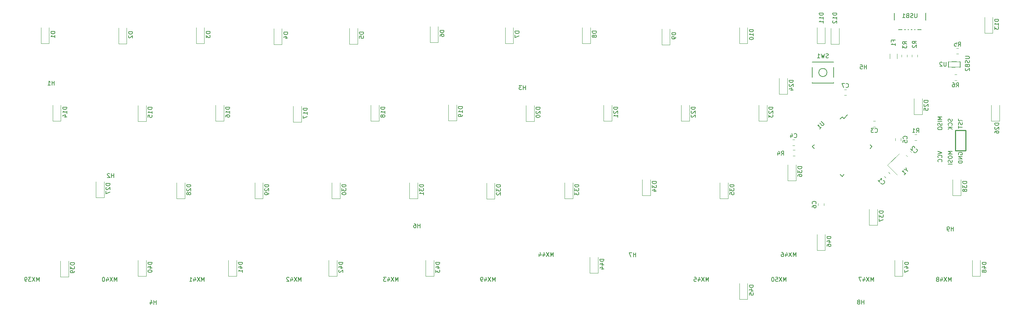
<source format=gbo>
G04 #@! TF.GenerationSoftware,KiCad,Pcbnew,(5.1.4-0-10_14)*
G04 #@! TF.CreationDate,2019-10-22T01:35:18+09:00*
G04 #@! TF.ProjectId,dombrick45,646f6d62-7269-4636-9b34-352e6b696361,rev?*
G04 #@! TF.SameCoordinates,Original*
G04 #@! TF.FileFunction,Legend,Bot*
G04 #@! TF.FilePolarity,Positive*
%FSLAX46Y46*%
G04 Gerber Fmt 4.6, Leading zero omitted, Abs format (unit mm)*
G04 Created by KiCad (PCBNEW (5.1.4-0-10_14)) date 2019-10-22 01:35:18*
%MOMM*%
%LPD*%
G04 APERTURE LIST*
%ADD10C,0.150000*%
%ADD11C,0.120000*%
%ADD12C,0.250000*%
%ADD13C,2.302000*%
%ADD14C,2.352000*%
%ADD15C,2.352000*%
%ADD16C,4.089800*%
%ADD17C,1.852000*%
%ADD18C,3.102000*%
%ADD19R,2.652000X2.602000*%
%ADD20C,3.150000*%
%ADD21O,1.802000X2.802000*%
%ADD22R,0.602000X2.352000*%
%ADD23R,1.302000X1.002000*%
%ADD24R,1.102000X0.802000*%
%ADD25R,0.702000X0.802000*%
%ADD26O,1.702000X1.102000*%
%ADD27O,2.202000X1.102000*%
%ADD28C,0.752000*%
%ADD29R,1.552000X0.402000*%
%ADD30R,1.552000X0.702000*%
%ADD31C,0.100000*%
%ADD32C,1.077000*%
%ADD33C,1.802000*%
%ADD34R,1.802000X1.802000*%
%ADD35C,1.252000*%
%ADD36C,0.652000*%
%ADD37C,1.302000*%
%ADD38R,1.902000X1.202000*%
%ADD39C,1.352000*%
G04 APERTURE END LIST*
D10*
X249736000Y-34671000D02*
X249736000Y-40121000D01*
X257436000Y-34671000D02*
X257436000Y-40121000D01*
X249736000Y-40121000D02*
X257436000Y-40121000D01*
D11*
X236204000Y-43651000D02*
X236204000Y-39751000D01*
X234204000Y-43651000D02*
X234204000Y-39751000D01*
X236204000Y-43651000D02*
X234204000Y-43651000D01*
D10*
X265925000Y-48007000D02*
X263025000Y-48007000D01*
X265925000Y-48007000D02*
X265925000Y-49307000D01*
X265925000Y-49307000D02*
X263025000Y-49307000D01*
X263025000Y-49307000D02*
X263025000Y-48007000D01*
D11*
X265132078Y-52526000D02*
X264614922Y-52526000D01*
X265132078Y-51106000D02*
X264614922Y-51106000D01*
X265513078Y-46049000D02*
X264995922Y-46049000D01*
X265513078Y-44629000D02*
X264995922Y-44629000D01*
X225631250Y-77180000D02*
X225631250Y-73280000D01*
X223631250Y-77180000D02*
X223631250Y-73280000D01*
X225631250Y-77180000D02*
X223631250Y-77180000D01*
D12*
X267275000Y-64810000D02*
X264775000Y-64810000D01*
X267275000Y-69810000D02*
X267275000Y-64810000D01*
X264775000Y-69810000D02*
X267275000Y-69810000D01*
X264775000Y-64810000D02*
X264775000Y-69810000D01*
D11*
X244585748Y-62536000D02*
X245108252Y-62536000D01*
X244585748Y-63956000D02*
X245108252Y-63956000D01*
D10*
X237376021Y-61922031D02*
X238277583Y-61020470D01*
X229650880Y-68834000D02*
X230128177Y-68356703D01*
X236969435Y-76152555D02*
X237446732Y-75675258D01*
X244287990Y-68834000D02*
X243810693Y-69311297D01*
X236969435Y-61515445D02*
X236492138Y-61992742D01*
X244287990Y-68834000D02*
X243810693Y-68356703D01*
X236969435Y-76152555D02*
X236492138Y-75675258D01*
X229650880Y-68834000D02*
X230128177Y-69311297D01*
X236969435Y-61515445D02*
X237376021Y-61922031D01*
D11*
X270875000Y-100675000D02*
X270875000Y-96775000D01*
X268875000Y-100675000D02*
X268875000Y-96775000D01*
X270875000Y-100675000D02*
X268875000Y-100675000D01*
X251825000Y-100675000D02*
X251825000Y-96775000D01*
X249825000Y-100675000D02*
X249825000Y-96775000D01*
X251825000Y-100675000D02*
X249825000Y-100675000D01*
X232775000Y-94325000D02*
X232775000Y-90425000D01*
X230775000Y-94325000D02*
X230775000Y-90425000D01*
X232775000Y-94325000D02*
X230775000Y-94325000D01*
X213725000Y-106293750D02*
X213725000Y-102393750D01*
X211725000Y-106293750D02*
X211725000Y-102393750D01*
X213725000Y-106293750D02*
X211725000Y-106293750D01*
X177022000Y-99914000D02*
X177022000Y-96014000D01*
X175022000Y-99914000D02*
X175022000Y-96014000D01*
X177022000Y-99914000D02*
X175022000Y-99914000D01*
X136731250Y-100675000D02*
X136731250Y-96775000D01*
X134731250Y-100675000D02*
X134731250Y-96775000D01*
X136731250Y-100675000D02*
X134731250Y-100675000D01*
X112918750Y-100675000D02*
X112918750Y-96775000D01*
X110918750Y-100675000D02*
X110918750Y-96775000D01*
X112918750Y-100675000D02*
X110918750Y-100675000D01*
X88312500Y-100675000D02*
X88312500Y-96775000D01*
X86312500Y-100675000D02*
X86312500Y-96775000D01*
X88312500Y-100675000D02*
X86312500Y-100675000D01*
X66087500Y-100675000D02*
X66087500Y-96775000D01*
X64087500Y-100675000D02*
X64087500Y-96775000D01*
X66087500Y-100675000D02*
X64087500Y-100675000D01*
X47037500Y-100802000D02*
X47037500Y-96902000D01*
X45037500Y-100802000D02*
X45037500Y-96902000D01*
X47037500Y-100802000D02*
X45037500Y-100802000D01*
X266112500Y-80831250D02*
X266112500Y-76931250D01*
X264112500Y-80831250D02*
X264112500Y-76931250D01*
X266112500Y-80831250D02*
X264112500Y-80831250D01*
X245602000Y-88103000D02*
X245602000Y-84203000D01*
X243602000Y-88103000D02*
X243602000Y-84203000D01*
X245602000Y-88103000D02*
X243602000Y-88103000D01*
X208962500Y-81625000D02*
X208962500Y-77725000D01*
X206962500Y-81625000D02*
X206962500Y-77725000D01*
X208962500Y-81625000D02*
X206962500Y-81625000D01*
X189912500Y-80831250D02*
X189912500Y-76931250D01*
X187912500Y-80831250D02*
X187912500Y-76931250D01*
X189912500Y-80831250D02*
X187912500Y-80831250D01*
X170862500Y-81625000D02*
X170862500Y-77725000D01*
X168862500Y-81625000D02*
X168862500Y-77725000D01*
X170862500Y-81625000D02*
X168862500Y-81625000D01*
X151653750Y-81687500D02*
X151653750Y-77787500D01*
X149653750Y-81687500D02*
X149653750Y-77787500D01*
X151653750Y-81687500D02*
X149653750Y-81687500D01*
X132762500Y-81625000D02*
X132762500Y-77725000D01*
X130762500Y-81625000D02*
X130762500Y-77725000D01*
X132762500Y-81625000D02*
X130762500Y-81625000D01*
X113712500Y-81625000D02*
X113712500Y-77725000D01*
X111712500Y-81625000D02*
X111712500Y-77725000D01*
X113712500Y-81625000D02*
X111712500Y-81625000D01*
X94757750Y-81625000D02*
X94757750Y-77725000D01*
X92757750Y-81625000D02*
X92757750Y-77725000D01*
X94757750Y-81625000D02*
X92757750Y-81625000D01*
X75612500Y-81625000D02*
X75612500Y-77725000D01*
X73612500Y-81625000D02*
X73612500Y-77725000D01*
X75612500Y-81625000D02*
X73612500Y-81625000D01*
X55768750Y-81339250D02*
X55768750Y-77439250D01*
X53768750Y-81339250D02*
X53768750Y-77439250D01*
X55768750Y-81339250D02*
X53768750Y-81339250D01*
X275574000Y-62574000D02*
X275574000Y-58674000D01*
X273574000Y-62574000D02*
X273574000Y-58674000D01*
X275574000Y-62574000D02*
X273574000Y-62574000D01*
X256587500Y-60923000D02*
X256587500Y-57023000D01*
X254587500Y-60923000D02*
X254587500Y-57023000D01*
X256587500Y-60923000D02*
X254587500Y-60923000D01*
X223504000Y-55970000D02*
X223504000Y-52070000D01*
X221504000Y-55970000D02*
X221504000Y-52070000D01*
X223504000Y-55970000D02*
X221504000Y-55970000D01*
X218487500Y-62575000D02*
X218487500Y-58675000D01*
X216487500Y-62575000D02*
X216487500Y-58675000D01*
X218487500Y-62575000D02*
X216487500Y-62575000D01*
X199437500Y-62575000D02*
X199437500Y-58675000D01*
X197437500Y-62575000D02*
X197437500Y-58675000D01*
X199437500Y-62575000D02*
X197437500Y-62575000D01*
X180387500Y-62575000D02*
X180387500Y-58675000D01*
X178387500Y-62575000D02*
X178387500Y-58675000D01*
X180387500Y-62575000D02*
X178387500Y-62575000D01*
X161337500Y-62637500D02*
X161337500Y-58737500D01*
X159337500Y-62637500D02*
X159337500Y-58737500D01*
X161337500Y-62637500D02*
X159337500Y-62637500D01*
X142287500Y-62448000D02*
X142287500Y-58548000D01*
X140287500Y-62448000D02*
X140287500Y-58548000D01*
X142287500Y-62448000D02*
X140287500Y-62448000D01*
X123237500Y-62575000D02*
X123237500Y-58675000D01*
X121237500Y-62575000D02*
X121237500Y-58675000D01*
X123237500Y-62575000D02*
X121237500Y-62575000D01*
X104187500Y-62829000D02*
X104187500Y-58929000D01*
X102187500Y-62829000D02*
X102187500Y-58929000D01*
X104187500Y-62829000D02*
X102187500Y-62829000D01*
X85137500Y-62575000D02*
X85137500Y-58675000D01*
X83137500Y-62575000D02*
X83137500Y-58675000D01*
X85137500Y-62575000D02*
X83137500Y-62575000D01*
X273923000Y-40984000D02*
X273923000Y-37084000D01*
X271923000Y-40984000D02*
X271923000Y-37084000D01*
X273923000Y-40984000D02*
X271923000Y-40984000D01*
X232775000Y-43525000D02*
X232775000Y-39625000D01*
X230775000Y-43525000D02*
X230775000Y-39625000D01*
X232775000Y-43525000D02*
X230775000Y-43525000D01*
X213725000Y-43525000D02*
X213725000Y-39625000D01*
X211725000Y-43525000D02*
X211725000Y-39625000D01*
X213725000Y-43525000D02*
X211725000Y-43525000D01*
X194675000Y-43810750D02*
X194675000Y-39910750D01*
X192675000Y-43810750D02*
X192675000Y-39910750D01*
X194675000Y-43810750D02*
X192675000Y-43810750D01*
X175180500Y-43461500D02*
X175180500Y-39561500D01*
X173180500Y-43461500D02*
X173180500Y-39561500D01*
X175180500Y-43461500D02*
X173180500Y-43461500D01*
X156225750Y-43461500D02*
X156225750Y-39561500D01*
X154225750Y-43461500D02*
X154225750Y-39561500D01*
X156225750Y-43461500D02*
X154225750Y-43461500D01*
X137779000Y-43239250D02*
X137779000Y-39339250D01*
X135779000Y-43239250D02*
X135779000Y-39339250D01*
X137779000Y-43239250D02*
X135779000Y-43239250D01*
X118030500Y-43683750D02*
X118030500Y-39783750D01*
X116030500Y-43683750D02*
X116030500Y-39783750D01*
X118030500Y-43683750D02*
X116030500Y-43683750D01*
X99425000Y-43715500D02*
X99425000Y-39815500D01*
X97425000Y-43715500D02*
X97425000Y-39815500D01*
X99425000Y-43715500D02*
X97425000Y-43715500D01*
X80375000Y-43525000D02*
X80375000Y-39625000D01*
X78375000Y-43525000D02*
X78375000Y-39625000D01*
X80375000Y-43525000D02*
X78375000Y-43525000D01*
X248117060Y-73399487D02*
X250945487Y-70571060D01*
X250450513Y-75732940D02*
X248117060Y-73399487D01*
X237996252Y-56209000D02*
X237473748Y-56209000D01*
X237996252Y-54789000D02*
X237473748Y-54789000D01*
X232485000Y-82787748D02*
X232485000Y-83310252D01*
X231065000Y-82787748D02*
X231065000Y-83310252D01*
X249988000Y-66803748D02*
X249988000Y-67326252D01*
X251408000Y-66803748D02*
X251408000Y-67326252D01*
X253645097Y-69888005D02*
X254014563Y-70257471D01*
X252641005Y-70892097D02*
X253010471Y-71261563D01*
X247676471Y-76468563D02*
X247307005Y-76099097D01*
X248680563Y-75464471D02*
X248311097Y-75095005D01*
X225305252Y-68528000D02*
X224782748Y-68528000D01*
X225305252Y-67108000D02*
X224782748Y-67108000D01*
D10*
X229631000Y-53218000D02*
X234831000Y-53218000D01*
X234831000Y-53218000D02*
X234831000Y-48018000D01*
X234831000Y-48018000D02*
X229631000Y-48018000D01*
X229631000Y-48018000D02*
X229631000Y-53218000D01*
X233231000Y-50618000D02*
G75*
G03X233231000Y-50618000I-1000000J0D01*
G01*
D11*
X224863922Y-71068000D02*
X225381078Y-71068000D01*
X224863922Y-69648000D02*
X225381078Y-69648000D01*
X252932000Y-46271922D02*
X252932000Y-46789078D01*
X251512000Y-46271922D02*
X251512000Y-46789078D01*
X255472000Y-46271922D02*
X255472000Y-46789078D01*
X254052000Y-46271922D02*
X254052000Y-46789078D01*
X255274578Y-67258000D02*
X254757422Y-67258000D01*
X255274578Y-65838000D02*
X254757422Y-65838000D01*
X248645000Y-47214064D02*
X248645000Y-46009936D01*
X250465000Y-47214064D02*
X250465000Y-46009936D01*
X66087500Y-62637500D02*
X66087500Y-58737500D01*
X64087500Y-62637500D02*
X64087500Y-58737500D01*
X66087500Y-62637500D02*
X64087500Y-62637500D01*
X45164250Y-62575000D02*
X45164250Y-58675000D01*
X43164250Y-62575000D02*
X43164250Y-58675000D01*
X45164250Y-62575000D02*
X43164250Y-62575000D01*
X61325000Y-43587500D02*
X59325000Y-43587500D01*
X59325000Y-43587500D02*
X59325000Y-39687500D01*
X61325000Y-43587500D02*
X61325000Y-39687500D01*
X42275000Y-43525000D02*
X42275000Y-39625000D01*
X40275000Y-43525000D02*
X40275000Y-39625000D01*
X42275000Y-43525000D02*
X40275000Y-43525000D01*
D10*
X264286904Y-89504380D02*
X264286904Y-88504380D01*
X264286904Y-88980571D02*
X263715476Y-88980571D01*
X263715476Y-89504380D02*
X263715476Y-88504380D01*
X263191666Y-89504380D02*
X263001190Y-89504380D01*
X262905952Y-89456761D01*
X262858333Y-89409142D01*
X262763095Y-89266285D01*
X262715476Y-89075809D01*
X262715476Y-88694857D01*
X262763095Y-88599619D01*
X262810714Y-88552000D01*
X262905952Y-88504380D01*
X263096428Y-88504380D01*
X263191666Y-88552000D01*
X263239285Y-88599619D01*
X263286904Y-88694857D01*
X263286904Y-88932952D01*
X263239285Y-89028190D01*
X263191666Y-89075809D01*
X263096428Y-89123428D01*
X262905952Y-89123428D01*
X262810714Y-89075809D01*
X262763095Y-89028190D01*
X262715476Y-88932952D01*
X242315904Y-107513380D02*
X242315904Y-106513380D01*
X242315904Y-106989571D02*
X241744476Y-106989571D01*
X241744476Y-107513380D02*
X241744476Y-106513380D01*
X241125428Y-106941952D02*
X241220666Y-106894333D01*
X241268285Y-106846714D01*
X241315904Y-106751476D01*
X241315904Y-106703857D01*
X241268285Y-106608619D01*
X241220666Y-106561000D01*
X241125428Y-106513380D01*
X240934952Y-106513380D01*
X240839714Y-106561000D01*
X240792095Y-106608619D01*
X240744476Y-106703857D01*
X240744476Y-106751476D01*
X240792095Y-106846714D01*
X240839714Y-106894333D01*
X240934952Y-106941952D01*
X241125428Y-106941952D01*
X241220666Y-106989571D01*
X241268285Y-107037190D01*
X241315904Y-107132428D01*
X241315904Y-107322904D01*
X241268285Y-107418142D01*
X241220666Y-107465761D01*
X241125428Y-107513380D01*
X240934952Y-107513380D01*
X240839714Y-107465761D01*
X240792095Y-107418142D01*
X240744476Y-107322904D01*
X240744476Y-107132428D01*
X240792095Y-107037190D01*
X240839714Y-106989571D01*
X240934952Y-106941952D01*
X186308904Y-95854380D02*
X186308904Y-94854380D01*
X186308904Y-95330571D02*
X185737476Y-95330571D01*
X185737476Y-95854380D02*
X185737476Y-94854380D01*
X185356523Y-94854380D02*
X184689857Y-94854380D01*
X185118428Y-95854380D01*
X133349904Y-88742380D02*
X133349904Y-87742380D01*
X133349904Y-88218571D02*
X132778476Y-88218571D01*
X132778476Y-88742380D02*
X132778476Y-87742380D01*
X131873714Y-87742380D02*
X132064190Y-87742380D01*
X132159428Y-87790000D01*
X132207047Y-87837619D01*
X132302285Y-87980476D01*
X132349904Y-88170952D01*
X132349904Y-88551904D01*
X132302285Y-88647142D01*
X132254666Y-88694761D01*
X132159428Y-88742380D01*
X131968952Y-88742380D01*
X131873714Y-88694761D01*
X131826095Y-88647142D01*
X131778476Y-88551904D01*
X131778476Y-88313809D01*
X131826095Y-88218571D01*
X131873714Y-88170952D01*
X131968952Y-88123333D01*
X132159428Y-88123333D01*
X132254666Y-88170952D01*
X132302285Y-88218571D01*
X132349904Y-88313809D01*
X242950904Y-49753380D02*
X242950904Y-48753380D01*
X242950904Y-49229571D02*
X242379476Y-49229571D01*
X242379476Y-49753380D02*
X242379476Y-48753380D01*
X241427095Y-48753380D02*
X241903285Y-48753380D01*
X241950904Y-49229571D01*
X241903285Y-49181952D01*
X241808047Y-49134333D01*
X241569952Y-49134333D01*
X241474714Y-49181952D01*
X241427095Y-49229571D01*
X241379476Y-49324809D01*
X241379476Y-49562904D01*
X241427095Y-49658142D01*
X241474714Y-49705761D01*
X241569952Y-49753380D01*
X241808047Y-49753380D01*
X241903285Y-49705761D01*
X241950904Y-49658142D01*
X68579904Y-107538380D02*
X68579904Y-106538380D01*
X68579904Y-107014571D02*
X68008476Y-107014571D01*
X68008476Y-107538380D02*
X68008476Y-106538380D01*
X67103714Y-106871714D02*
X67103714Y-107538380D01*
X67341809Y-106490761D02*
X67579904Y-107205047D01*
X66960857Y-107205047D01*
X159257904Y-54833380D02*
X159257904Y-53833380D01*
X159257904Y-54309571D02*
X158686476Y-54309571D01*
X158686476Y-54833380D02*
X158686476Y-53833380D01*
X158305523Y-53833380D02*
X157686476Y-53833380D01*
X158019809Y-54214333D01*
X157876952Y-54214333D01*
X157781714Y-54261952D01*
X157734095Y-54309571D01*
X157686476Y-54404809D01*
X157686476Y-54642904D01*
X157734095Y-54738142D01*
X157781714Y-54785761D01*
X157876952Y-54833380D01*
X158162666Y-54833380D01*
X158257904Y-54785761D01*
X158305523Y-54738142D01*
X58165904Y-76398380D02*
X58165904Y-75398380D01*
X58165904Y-75874571D02*
X57594476Y-75874571D01*
X57594476Y-76398380D02*
X57594476Y-75398380D01*
X57165904Y-75493619D02*
X57118285Y-75446000D01*
X57023047Y-75398380D01*
X56784952Y-75398380D01*
X56689714Y-75446000D01*
X56642095Y-75493619D01*
X56594476Y-75588857D01*
X56594476Y-75684095D01*
X56642095Y-75826952D01*
X57213523Y-76398380D01*
X56594476Y-76398380D01*
X43560904Y-53690380D02*
X43560904Y-52690380D01*
X43560904Y-53166571D02*
X42989476Y-53166571D01*
X42989476Y-53690380D02*
X42989476Y-52690380D01*
X41989476Y-53690380D02*
X42560904Y-53690380D01*
X42275190Y-53690380D02*
X42275190Y-52690380D01*
X42370428Y-52833238D01*
X42465666Y-52928476D01*
X42560904Y-52976095D01*
X166068154Y-95829380D02*
X166068154Y-94829380D01*
X165734821Y-95543666D01*
X165401488Y-94829380D01*
X165401488Y-95829380D01*
X165020535Y-94829380D02*
X164353869Y-95829380D01*
X164353869Y-94829380D02*
X165020535Y-95829380D01*
X163544345Y-95162714D02*
X163544345Y-95829380D01*
X163782440Y-94781761D02*
X164020535Y-95496047D01*
X163401488Y-95496047D01*
X162591964Y-95162714D02*
X162591964Y-95829380D01*
X162830059Y-94781761D02*
X163068154Y-95496047D01*
X162449107Y-95496047D01*
X151780654Y-101925380D02*
X151780654Y-100925380D01*
X151447321Y-101639666D01*
X151113988Y-100925380D01*
X151113988Y-101925380D01*
X150733035Y-100925380D02*
X150066369Y-101925380D01*
X150066369Y-100925380D02*
X150733035Y-101925380D01*
X149256845Y-101258714D02*
X149256845Y-101925380D01*
X149494940Y-100877761D02*
X149733035Y-101592047D01*
X149113988Y-101592047D01*
X148685416Y-101925380D02*
X148494940Y-101925380D01*
X148399702Y-101877761D01*
X148352083Y-101830142D01*
X148256845Y-101687285D01*
X148209226Y-101496809D01*
X148209226Y-101115857D01*
X148256845Y-101020619D01*
X148304464Y-100973000D01*
X148399702Y-100925380D01*
X148590178Y-100925380D01*
X148685416Y-100973000D01*
X148733035Y-101020619D01*
X148780654Y-101115857D01*
X148780654Y-101353952D01*
X148733035Y-101449190D01*
X148685416Y-101496809D01*
X148590178Y-101544428D01*
X148399702Y-101544428D01*
X148304464Y-101496809D01*
X148256845Y-101449190D01*
X148209226Y-101353952D01*
X255324095Y-36155380D02*
X255324095Y-36964904D01*
X255276476Y-37060142D01*
X255228857Y-37107761D01*
X255133619Y-37155380D01*
X254943142Y-37155380D01*
X254847904Y-37107761D01*
X254800285Y-37060142D01*
X254752666Y-36964904D01*
X254752666Y-36155380D01*
X254324095Y-37107761D02*
X254181238Y-37155380D01*
X253943142Y-37155380D01*
X253847904Y-37107761D01*
X253800285Y-37060142D01*
X253752666Y-36964904D01*
X253752666Y-36869666D01*
X253800285Y-36774428D01*
X253847904Y-36726809D01*
X253943142Y-36679190D01*
X254133619Y-36631571D01*
X254228857Y-36583952D01*
X254276476Y-36536333D01*
X254324095Y-36441095D01*
X254324095Y-36345857D01*
X254276476Y-36250619D01*
X254228857Y-36203000D01*
X254133619Y-36155380D01*
X253895523Y-36155380D01*
X253752666Y-36203000D01*
X252990761Y-36631571D02*
X252847904Y-36679190D01*
X252800285Y-36726809D01*
X252752666Y-36822047D01*
X252752666Y-36964904D01*
X252800285Y-37060142D01*
X252847904Y-37107761D01*
X252943142Y-37155380D01*
X253324095Y-37155380D01*
X253324095Y-36155380D01*
X252990761Y-36155380D01*
X252895523Y-36203000D01*
X252847904Y-36250619D01*
X252800285Y-36345857D01*
X252800285Y-36441095D01*
X252847904Y-36536333D01*
X252895523Y-36583952D01*
X252990761Y-36631571D01*
X253324095Y-36631571D01*
X251800285Y-37155380D02*
X252371714Y-37155380D01*
X252086000Y-37155380D02*
X252086000Y-36155380D01*
X252181238Y-36298238D01*
X252276476Y-36393476D01*
X252371714Y-36441095D01*
X235656380Y-35996714D02*
X234656380Y-35996714D01*
X234656380Y-36234809D01*
X234704000Y-36377666D01*
X234799238Y-36472904D01*
X234894476Y-36520523D01*
X235084952Y-36568142D01*
X235227809Y-36568142D01*
X235418285Y-36520523D01*
X235513523Y-36472904D01*
X235608761Y-36377666D01*
X235656380Y-36234809D01*
X235656380Y-35996714D01*
X235656380Y-37520523D02*
X235656380Y-36949095D01*
X235656380Y-37234809D02*
X234656380Y-37234809D01*
X234799238Y-37139571D01*
X234894476Y-37044333D01*
X234942095Y-36949095D01*
X234751619Y-37901476D02*
X234704000Y-37949095D01*
X234656380Y-38044333D01*
X234656380Y-38282428D01*
X234704000Y-38377666D01*
X234751619Y-38425285D01*
X234846857Y-38472904D01*
X234942095Y-38472904D01*
X235084952Y-38425285D01*
X235656380Y-37853857D01*
X235656380Y-38472904D01*
X262508904Y-48093380D02*
X262508904Y-48902904D01*
X262461285Y-48998142D01*
X262413666Y-49045761D01*
X262318428Y-49093380D01*
X262127952Y-49093380D01*
X262032714Y-49045761D01*
X261985095Y-48998142D01*
X261937476Y-48902904D01*
X261937476Y-48093380D01*
X261508904Y-48188619D02*
X261461285Y-48141000D01*
X261366047Y-48093380D01*
X261127952Y-48093380D01*
X261032714Y-48141000D01*
X260985095Y-48188619D01*
X260937476Y-48283857D01*
X260937476Y-48379095D01*
X260985095Y-48521952D01*
X261556523Y-49093380D01*
X260937476Y-49093380D01*
X267189380Y-46648904D02*
X267998904Y-46648904D01*
X268094142Y-46696523D01*
X268141761Y-46744142D01*
X268189380Y-46839380D01*
X268189380Y-47029857D01*
X268141761Y-47125095D01*
X268094142Y-47172714D01*
X267998904Y-47220333D01*
X267189380Y-47220333D01*
X268141761Y-47648904D02*
X268189380Y-47791761D01*
X268189380Y-48029857D01*
X268141761Y-48125095D01*
X268094142Y-48172714D01*
X267998904Y-48220333D01*
X267903666Y-48220333D01*
X267808428Y-48172714D01*
X267760809Y-48125095D01*
X267713190Y-48029857D01*
X267665571Y-47839380D01*
X267617952Y-47744142D01*
X267570333Y-47696523D01*
X267475095Y-47648904D01*
X267379857Y-47648904D01*
X267284619Y-47696523D01*
X267237000Y-47744142D01*
X267189380Y-47839380D01*
X267189380Y-48077476D01*
X267237000Y-48220333D01*
X267665571Y-48982238D02*
X267713190Y-49125095D01*
X267760809Y-49172714D01*
X267856047Y-49220333D01*
X267998904Y-49220333D01*
X268094142Y-49172714D01*
X268141761Y-49125095D01*
X268189380Y-49029857D01*
X268189380Y-48648904D01*
X267189380Y-48648904D01*
X267189380Y-48982238D01*
X267237000Y-49077476D01*
X267284619Y-49125095D01*
X267379857Y-49172714D01*
X267475095Y-49172714D01*
X267570333Y-49125095D01*
X267617952Y-49077476D01*
X267665571Y-48982238D01*
X267665571Y-48648904D01*
X267284619Y-49601285D02*
X267237000Y-49648904D01*
X267189380Y-49744142D01*
X267189380Y-49982238D01*
X267237000Y-50077476D01*
X267284619Y-50125095D01*
X267379857Y-50172714D01*
X267475095Y-50172714D01*
X267617952Y-50125095D01*
X268189380Y-49553666D01*
X268189380Y-50172714D01*
X264961666Y-54173380D02*
X265295000Y-53697190D01*
X265533095Y-54173380D02*
X265533095Y-53173380D01*
X265152142Y-53173380D01*
X265056904Y-53221000D01*
X265009285Y-53268619D01*
X264961666Y-53363857D01*
X264961666Y-53506714D01*
X265009285Y-53601952D01*
X265056904Y-53649571D01*
X265152142Y-53697190D01*
X265533095Y-53697190D01*
X264104523Y-53173380D02*
X264295000Y-53173380D01*
X264390238Y-53221000D01*
X264437857Y-53268619D01*
X264533095Y-53411476D01*
X264580714Y-53601952D01*
X264580714Y-53982904D01*
X264533095Y-54078142D01*
X264485476Y-54125761D01*
X264390238Y-54173380D01*
X264199761Y-54173380D01*
X264104523Y-54125761D01*
X264056904Y-54078142D01*
X264009285Y-53982904D01*
X264009285Y-53744809D01*
X264056904Y-53649571D01*
X264104523Y-53601952D01*
X264199761Y-53554333D01*
X264390238Y-53554333D01*
X264485476Y-53601952D01*
X264533095Y-53649571D01*
X264580714Y-53744809D01*
X265421166Y-44141380D02*
X265754500Y-43665190D01*
X265992595Y-44141380D02*
X265992595Y-43141380D01*
X265611642Y-43141380D01*
X265516404Y-43189000D01*
X265468785Y-43236619D01*
X265421166Y-43331857D01*
X265421166Y-43474714D01*
X265468785Y-43569952D01*
X265516404Y-43617571D01*
X265611642Y-43665190D01*
X265992595Y-43665190D01*
X264516404Y-43141380D02*
X264992595Y-43141380D01*
X265040214Y-43617571D01*
X264992595Y-43569952D01*
X264897357Y-43522333D01*
X264659261Y-43522333D01*
X264564023Y-43569952D01*
X264516404Y-43617571D01*
X264468785Y-43712809D01*
X264468785Y-43950904D01*
X264516404Y-44046142D01*
X264564023Y-44093761D01*
X264659261Y-44141380D01*
X264897357Y-44141380D01*
X264992595Y-44093761D01*
X265040214Y-44046142D01*
X227083630Y-73715714D02*
X226083630Y-73715714D01*
X226083630Y-73953809D01*
X226131250Y-74096666D01*
X226226488Y-74191904D01*
X226321726Y-74239523D01*
X226512202Y-74287142D01*
X226655059Y-74287142D01*
X226845535Y-74239523D01*
X226940773Y-74191904D01*
X227036011Y-74096666D01*
X227083630Y-73953809D01*
X227083630Y-73715714D01*
X226083630Y-74620476D02*
X226083630Y-75239523D01*
X226464583Y-74906190D01*
X226464583Y-75049047D01*
X226512202Y-75144285D01*
X226559821Y-75191904D01*
X226655059Y-75239523D01*
X226893154Y-75239523D01*
X226988392Y-75191904D01*
X227036011Y-75144285D01*
X227083630Y-75049047D01*
X227083630Y-74763333D01*
X227036011Y-74668095D01*
X226988392Y-74620476D01*
X226083630Y-76096666D02*
X226083630Y-75906190D01*
X226131250Y-75810952D01*
X226178869Y-75763333D01*
X226321726Y-75668095D01*
X226512202Y-75620476D01*
X226893154Y-75620476D01*
X226988392Y-75668095D01*
X227036011Y-75715714D01*
X227083630Y-75810952D01*
X227083630Y-76001428D01*
X227036011Y-76096666D01*
X226988392Y-76144285D01*
X226893154Y-76191904D01*
X226655059Y-76191904D01*
X226559821Y-76144285D01*
X226512202Y-76096666D01*
X226464583Y-76001428D01*
X226464583Y-75810952D01*
X226512202Y-75715714D01*
X226559821Y-75668095D01*
X226655059Y-75620476D01*
X265525000Y-70798095D02*
X265477380Y-70702857D01*
X265477380Y-70560000D01*
X265525000Y-70417142D01*
X265620238Y-70321904D01*
X265715476Y-70274285D01*
X265905952Y-70226666D01*
X266048809Y-70226666D01*
X266239285Y-70274285D01*
X266334523Y-70321904D01*
X266429761Y-70417142D01*
X266477380Y-70560000D01*
X266477380Y-70655238D01*
X266429761Y-70798095D01*
X266382142Y-70845714D01*
X266048809Y-70845714D01*
X266048809Y-70655238D01*
X266477380Y-71274285D02*
X265477380Y-71274285D01*
X266477380Y-71845714D01*
X265477380Y-71845714D01*
X266477380Y-72321904D02*
X265477380Y-72321904D01*
X265477380Y-72560000D01*
X265525000Y-72702857D01*
X265620238Y-72798095D01*
X265715476Y-72845714D01*
X265905952Y-72893333D01*
X266048809Y-72893333D01*
X266239285Y-72845714D01*
X266334523Y-72798095D01*
X266429761Y-72702857D01*
X266477380Y-72560000D01*
X266477380Y-72321904D01*
X266477380Y-62512380D02*
X266001190Y-62179047D01*
X266477380Y-61940952D02*
X265477380Y-61940952D01*
X265477380Y-62321904D01*
X265525000Y-62417142D01*
X265572619Y-62464761D01*
X265667857Y-62512380D01*
X265810714Y-62512380D01*
X265905952Y-62464761D01*
X265953571Y-62417142D01*
X266001190Y-62321904D01*
X266001190Y-61940952D01*
X266429761Y-62893333D02*
X266477380Y-63036190D01*
X266477380Y-63274285D01*
X266429761Y-63369523D01*
X266382142Y-63417142D01*
X266286904Y-63464761D01*
X266191666Y-63464761D01*
X266096428Y-63417142D01*
X266048809Y-63369523D01*
X266001190Y-63274285D01*
X265953571Y-63083809D01*
X265905952Y-62988571D01*
X265858333Y-62940952D01*
X265763095Y-62893333D01*
X265667857Y-62893333D01*
X265572619Y-62940952D01*
X265525000Y-62988571D01*
X265477380Y-63083809D01*
X265477380Y-63321904D01*
X265525000Y-63464761D01*
X265477380Y-63750476D02*
X265477380Y-64321904D01*
X266477380Y-64036190D02*
X265477380Y-64036190D01*
X263977380Y-69988571D02*
X262977380Y-69988571D01*
X263691666Y-70321904D01*
X262977380Y-70655238D01*
X263977380Y-70655238D01*
X262977380Y-71321904D02*
X262977380Y-71512380D01*
X263025000Y-71607619D01*
X263120238Y-71702857D01*
X263310714Y-71750476D01*
X263644047Y-71750476D01*
X263834523Y-71702857D01*
X263929761Y-71607619D01*
X263977380Y-71512380D01*
X263977380Y-71321904D01*
X263929761Y-71226666D01*
X263834523Y-71131428D01*
X263644047Y-71083809D01*
X263310714Y-71083809D01*
X263120238Y-71131428D01*
X263025000Y-71226666D01*
X262977380Y-71321904D01*
X263929761Y-72131428D02*
X263977380Y-72274285D01*
X263977380Y-72512380D01*
X263929761Y-72607619D01*
X263882142Y-72655238D01*
X263786904Y-72702857D01*
X263691666Y-72702857D01*
X263596428Y-72655238D01*
X263548809Y-72607619D01*
X263501190Y-72512380D01*
X263453571Y-72321904D01*
X263405952Y-72226666D01*
X263358333Y-72179047D01*
X263263095Y-72131428D01*
X263167857Y-72131428D01*
X263072619Y-72179047D01*
X263025000Y-72226666D01*
X262977380Y-72321904D01*
X262977380Y-72560000D01*
X263025000Y-72702857D01*
X263977380Y-73131428D02*
X262977380Y-73131428D01*
X263929761Y-62024285D02*
X263977380Y-62167142D01*
X263977380Y-62405238D01*
X263929761Y-62500476D01*
X263882142Y-62548095D01*
X263786904Y-62595714D01*
X263691666Y-62595714D01*
X263596428Y-62548095D01*
X263548809Y-62500476D01*
X263501190Y-62405238D01*
X263453571Y-62214761D01*
X263405952Y-62119523D01*
X263358333Y-62071904D01*
X263263095Y-62024285D01*
X263167857Y-62024285D01*
X263072619Y-62071904D01*
X263025000Y-62119523D01*
X262977380Y-62214761D01*
X262977380Y-62452857D01*
X263025000Y-62595714D01*
X263882142Y-63595714D02*
X263929761Y-63548095D01*
X263977380Y-63405238D01*
X263977380Y-63310000D01*
X263929761Y-63167142D01*
X263834523Y-63071904D01*
X263739285Y-63024285D01*
X263548809Y-62976666D01*
X263405952Y-62976666D01*
X263215476Y-63024285D01*
X263120238Y-63071904D01*
X263025000Y-63167142D01*
X262977380Y-63310000D01*
X262977380Y-63405238D01*
X263025000Y-63548095D01*
X263072619Y-63595714D01*
X263977380Y-64024285D02*
X262977380Y-64024285D01*
X263977380Y-64595714D02*
X263405952Y-64167142D01*
X262977380Y-64595714D02*
X263548809Y-64024285D01*
X260477380Y-69976666D02*
X261477380Y-70310000D01*
X260477380Y-70643333D01*
X261382142Y-71548095D02*
X261429761Y-71500476D01*
X261477380Y-71357619D01*
X261477380Y-71262380D01*
X261429761Y-71119523D01*
X261334523Y-71024285D01*
X261239285Y-70976666D01*
X261048809Y-70929047D01*
X260905952Y-70929047D01*
X260715476Y-70976666D01*
X260620238Y-71024285D01*
X260525000Y-71119523D01*
X260477380Y-71262380D01*
X260477380Y-71357619D01*
X260525000Y-71500476D01*
X260572619Y-71548095D01*
X261382142Y-72548095D02*
X261429761Y-72500476D01*
X261477380Y-72357619D01*
X261477380Y-72262380D01*
X261429761Y-72119523D01*
X261334523Y-72024285D01*
X261239285Y-71976666D01*
X261048809Y-71929047D01*
X260905952Y-71929047D01*
X260715476Y-71976666D01*
X260620238Y-72024285D01*
X260525000Y-72119523D01*
X260477380Y-72262380D01*
X260477380Y-72357619D01*
X260525000Y-72500476D01*
X260572619Y-72548095D01*
X261477380Y-61488571D02*
X260477380Y-61488571D01*
X261191666Y-61821904D01*
X260477380Y-62155238D01*
X261477380Y-62155238D01*
X261477380Y-62631428D02*
X260477380Y-62631428D01*
X261429761Y-63060000D02*
X261477380Y-63202857D01*
X261477380Y-63440952D01*
X261429761Y-63536190D01*
X261382142Y-63583809D01*
X261286904Y-63631428D01*
X261191666Y-63631428D01*
X261096428Y-63583809D01*
X261048809Y-63536190D01*
X261001190Y-63440952D01*
X260953571Y-63250476D01*
X260905952Y-63155238D01*
X260858333Y-63107619D01*
X260763095Y-63060000D01*
X260667857Y-63060000D01*
X260572619Y-63107619D01*
X260525000Y-63155238D01*
X260477380Y-63250476D01*
X260477380Y-63488571D01*
X260525000Y-63631428D01*
X260477380Y-64250476D02*
X260477380Y-64440952D01*
X260525000Y-64536190D01*
X260620238Y-64631428D01*
X260810714Y-64679047D01*
X261144047Y-64679047D01*
X261334523Y-64631428D01*
X261429761Y-64536190D01*
X261477380Y-64440952D01*
X261477380Y-64250476D01*
X261429761Y-64155238D01*
X261334523Y-64060000D01*
X261144047Y-64012380D01*
X260810714Y-64012380D01*
X260620238Y-64060000D01*
X260525000Y-64155238D01*
X260477380Y-64250476D01*
X58911904Y-101925380D02*
X58911904Y-100925380D01*
X58578571Y-101639666D01*
X58245238Y-100925380D01*
X58245238Y-101925380D01*
X57864285Y-100925380D02*
X57197619Y-101925380D01*
X57197619Y-100925380D02*
X57864285Y-101925380D01*
X56388095Y-101258714D02*
X56388095Y-101925380D01*
X56626190Y-100877761D02*
X56864285Y-101592047D01*
X56245238Y-101592047D01*
X55673809Y-100925380D02*
X55578571Y-100925380D01*
X55483333Y-100973000D01*
X55435714Y-101020619D01*
X55388095Y-101115857D01*
X55340476Y-101306333D01*
X55340476Y-101544428D01*
X55388095Y-101734904D01*
X55435714Y-101830142D01*
X55483333Y-101877761D01*
X55578571Y-101925380D01*
X55673809Y-101925380D01*
X55769047Y-101877761D01*
X55816666Y-101830142D01*
X55864285Y-101734904D01*
X55911904Y-101544428D01*
X55911904Y-101306333D01*
X55864285Y-101115857D01*
X55816666Y-101020619D01*
X55769047Y-100973000D01*
X55673809Y-100925380D01*
X244649404Y-101925380D02*
X244649404Y-100925380D01*
X244316071Y-101639666D01*
X243982738Y-100925380D01*
X243982738Y-101925380D01*
X243601785Y-100925380D02*
X242935119Y-101925380D01*
X242935119Y-100925380D02*
X243601785Y-101925380D01*
X242125595Y-101258714D02*
X242125595Y-101925380D01*
X242363690Y-100877761D02*
X242601785Y-101592047D01*
X241982738Y-101592047D01*
X241697023Y-100925380D02*
X241030357Y-100925380D01*
X241458928Y-101925380D01*
X80343154Y-101925380D02*
X80343154Y-100925380D01*
X80009821Y-101639666D01*
X79676488Y-100925380D01*
X79676488Y-101925380D01*
X79295535Y-100925380D02*
X78628869Y-101925380D01*
X78628869Y-100925380D02*
X79295535Y-101925380D01*
X77819345Y-101258714D02*
X77819345Y-101925380D01*
X78057440Y-100877761D02*
X78295535Y-101592047D01*
X77676488Y-101592047D01*
X76771726Y-101925380D02*
X77343154Y-101925380D01*
X77057440Y-101925380D02*
X77057440Y-100925380D01*
X77152678Y-101068238D01*
X77247916Y-101163476D01*
X77343154Y-101211095D01*
X245013666Y-65253142D02*
X245061285Y-65300761D01*
X245204142Y-65348380D01*
X245299380Y-65348380D01*
X245442238Y-65300761D01*
X245537476Y-65205523D01*
X245585095Y-65110285D01*
X245632714Y-64919809D01*
X245632714Y-64776952D01*
X245585095Y-64586476D01*
X245537476Y-64491238D01*
X245442238Y-64396000D01*
X245299380Y-64348380D01*
X245204142Y-64348380D01*
X245061285Y-64396000D01*
X245013666Y-64443619D01*
X244680333Y-64348380D02*
X244061285Y-64348380D01*
X244394619Y-64729333D01*
X244251761Y-64729333D01*
X244156523Y-64776952D01*
X244108904Y-64824571D01*
X244061285Y-64919809D01*
X244061285Y-65157904D01*
X244108904Y-65253142D01*
X244156523Y-65300761D01*
X244251761Y-65348380D01*
X244537476Y-65348380D01*
X244632714Y-65300761D01*
X244680333Y-65253142D01*
X231853011Y-62640080D02*
X232425431Y-63212500D01*
X232459103Y-63313515D01*
X232459103Y-63380859D01*
X232425431Y-63481874D01*
X232290744Y-63616561D01*
X232189729Y-63650233D01*
X232122385Y-63650233D01*
X232021370Y-63616561D01*
X231448950Y-63044141D01*
X231448950Y-64458355D02*
X231853011Y-64054294D01*
X231650981Y-64256324D02*
X230943874Y-63549218D01*
X231112233Y-63582889D01*
X231246920Y-63582889D01*
X231347935Y-63549218D01*
X263699404Y-101925380D02*
X263699404Y-100925380D01*
X263366071Y-101639666D01*
X263032738Y-100925380D01*
X263032738Y-101925380D01*
X262651785Y-100925380D02*
X261985119Y-101925380D01*
X261985119Y-100925380D02*
X262651785Y-101925380D01*
X261175595Y-101258714D02*
X261175595Y-101925380D01*
X261413690Y-100877761D02*
X261651785Y-101592047D01*
X261032738Y-101592047D01*
X260508928Y-101353952D02*
X260604166Y-101306333D01*
X260651785Y-101258714D01*
X260699404Y-101163476D01*
X260699404Y-101115857D01*
X260651785Y-101020619D01*
X260604166Y-100973000D01*
X260508928Y-100925380D01*
X260318452Y-100925380D01*
X260223214Y-100973000D01*
X260175595Y-101020619D01*
X260127976Y-101115857D01*
X260127976Y-101163476D01*
X260175595Y-101258714D01*
X260223214Y-101306333D01*
X260318452Y-101353952D01*
X260508928Y-101353952D01*
X260604166Y-101401571D01*
X260651785Y-101449190D01*
X260699404Y-101544428D01*
X260699404Y-101734904D01*
X260651785Y-101830142D01*
X260604166Y-101877761D01*
X260508928Y-101925380D01*
X260318452Y-101925380D01*
X260223214Y-101877761D01*
X260175595Y-101830142D01*
X260127976Y-101734904D01*
X260127976Y-101544428D01*
X260175595Y-101449190D01*
X260223214Y-101401571D01*
X260318452Y-101353952D01*
X223218154Y-101925380D02*
X223218154Y-100925380D01*
X222884821Y-101639666D01*
X222551488Y-100925380D01*
X222551488Y-101925380D01*
X222170535Y-100925380D02*
X221503869Y-101925380D01*
X221503869Y-100925380D02*
X222170535Y-101925380D01*
X220646726Y-100925380D02*
X221122916Y-100925380D01*
X221170535Y-101401571D01*
X221122916Y-101353952D01*
X221027678Y-101306333D01*
X220789583Y-101306333D01*
X220694345Y-101353952D01*
X220646726Y-101401571D01*
X220599107Y-101496809D01*
X220599107Y-101734904D01*
X220646726Y-101830142D01*
X220694345Y-101877761D01*
X220789583Y-101925380D01*
X221027678Y-101925380D01*
X221122916Y-101877761D01*
X221170535Y-101830142D01*
X219980059Y-100925380D02*
X219884821Y-100925380D01*
X219789583Y-100973000D01*
X219741964Y-101020619D01*
X219694345Y-101115857D01*
X219646726Y-101306333D01*
X219646726Y-101544428D01*
X219694345Y-101734904D01*
X219741964Y-101830142D01*
X219789583Y-101877761D01*
X219884821Y-101925380D01*
X219980059Y-101925380D01*
X220075297Y-101877761D01*
X220122916Y-101830142D01*
X220170535Y-101734904D01*
X220218154Y-101544428D01*
X220218154Y-101306333D01*
X220170535Y-101115857D01*
X220122916Y-101020619D01*
X220075297Y-100973000D01*
X219980059Y-100925380D01*
X225599404Y-95829380D02*
X225599404Y-94829380D01*
X225266071Y-95543666D01*
X224932738Y-94829380D01*
X224932738Y-95829380D01*
X224551785Y-94829380D02*
X223885119Y-95829380D01*
X223885119Y-94829380D02*
X224551785Y-95829380D01*
X223075595Y-95162714D02*
X223075595Y-95829380D01*
X223313690Y-94781761D02*
X223551785Y-95496047D01*
X222932738Y-95496047D01*
X222123214Y-94829380D02*
X222313690Y-94829380D01*
X222408928Y-94877000D01*
X222456547Y-94924619D01*
X222551785Y-95067476D01*
X222599404Y-95257952D01*
X222599404Y-95638904D01*
X222551785Y-95734142D01*
X222504166Y-95781761D01*
X222408928Y-95829380D01*
X222218452Y-95829380D01*
X222123214Y-95781761D01*
X222075595Y-95734142D01*
X222027976Y-95638904D01*
X222027976Y-95400809D01*
X222075595Y-95305571D01*
X222123214Y-95257952D01*
X222218452Y-95210333D01*
X222408928Y-95210333D01*
X222504166Y-95257952D01*
X222551785Y-95305571D01*
X222599404Y-95400809D01*
X204168154Y-101925380D02*
X204168154Y-100925380D01*
X203834821Y-101639666D01*
X203501488Y-100925380D01*
X203501488Y-101925380D01*
X203120535Y-100925380D02*
X202453869Y-101925380D01*
X202453869Y-100925380D02*
X203120535Y-101925380D01*
X201644345Y-101258714D02*
X201644345Y-101925380D01*
X201882440Y-100877761D02*
X202120535Y-101592047D01*
X201501488Y-101592047D01*
X200644345Y-100925380D02*
X201120535Y-100925380D01*
X201168154Y-101401571D01*
X201120535Y-101353952D01*
X201025297Y-101306333D01*
X200787202Y-101306333D01*
X200691964Y-101353952D01*
X200644345Y-101401571D01*
X200596726Y-101496809D01*
X200596726Y-101734904D01*
X200644345Y-101830142D01*
X200691964Y-101877761D01*
X200787202Y-101925380D01*
X201025297Y-101925380D01*
X201120535Y-101877761D01*
X201168154Y-101830142D01*
X127968154Y-101925380D02*
X127968154Y-100925380D01*
X127634821Y-101639666D01*
X127301488Y-100925380D01*
X127301488Y-101925380D01*
X126920535Y-100925380D02*
X126253869Y-101925380D01*
X126253869Y-100925380D02*
X126920535Y-101925380D01*
X125444345Y-101258714D02*
X125444345Y-101925380D01*
X125682440Y-100877761D02*
X125920535Y-101592047D01*
X125301488Y-101592047D01*
X125015773Y-100925380D02*
X124396726Y-100925380D01*
X124730059Y-101306333D01*
X124587202Y-101306333D01*
X124491964Y-101353952D01*
X124444345Y-101401571D01*
X124396726Y-101496809D01*
X124396726Y-101734904D01*
X124444345Y-101830142D01*
X124491964Y-101877761D01*
X124587202Y-101925380D01*
X124872916Y-101925380D01*
X124968154Y-101877761D01*
X125015773Y-101830142D01*
X104155654Y-101925380D02*
X104155654Y-100925380D01*
X103822321Y-101639666D01*
X103488988Y-100925380D01*
X103488988Y-101925380D01*
X103108035Y-100925380D02*
X102441369Y-101925380D01*
X102441369Y-100925380D02*
X103108035Y-101925380D01*
X101631845Y-101258714D02*
X101631845Y-101925380D01*
X101869940Y-100877761D02*
X102108035Y-101592047D01*
X101488988Y-101592047D01*
X101155654Y-101020619D02*
X101108035Y-100973000D01*
X101012797Y-100925380D01*
X100774702Y-100925380D01*
X100679464Y-100973000D01*
X100631845Y-101020619D01*
X100584226Y-101115857D01*
X100584226Y-101211095D01*
X100631845Y-101353952D01*
X101203273Y-101925380D01*
X100584226Y-101925380D01*
X39861904Y-101925380D02*
X39861904Y-100925380D01*
X39528571Y-101639666D01*
X39195238Y-100925380D01*
X39195238Y-101925380D01*
X38814285Y-100925380D02*
X38147619Y-101925380D01*
X38147619Y-100925380D02*
X38814285Y-101925380D01*
X37861904Y-100925380D02*
X37242857Y-100925380D01*
X37576190Y-101306333D01*
X37433333Y-101306333D01*
X37338095Y-101353952D01*
X37290476Y-101401571D01*
X37242857Y-101496809D01*
X37242857Y-101734904D01*
X37290476Y-101830142D01*
X37338095Y-101877761D01*
X37433333Y-101925380D01*
X37719047Y-101925380D01*
X37814285Y-101877761D01*
X37861904Y-101830142D01*
X36766666Y-101925380D02*
X36576190Y-101925380D01*
X36480952Y-101877761D01*
X36433333Y-101830142D01*
X36338095Y-101687285D01*
X36290476Y-101496809D01*
X36290476Y-101115857D01*
X36338095Y-101020619D01*
X36385714Y-100973000D01*
X36480952Y-100925380D01*
X36671428Y-100925380D01*
X36766666Y-100973000D01*
X36814285Y-101020619D01*
X36861904Y-101115857D01*
X36861904Y-101353952D01*
X36814285Y-101449190D01*
X36766666Y-101496809D01*
X36671428Y-101544428D01*
X36480952Y-101544428D01*
X36385714Y-101496809D01*
X36338095Y-101449190D01*
X36290476Y-101353952D01*
X272327380Y-97210714D02*
X271327380Y-97210714D01*
X271327380Y-97448809D01*
X271375000Y-97591666D01*
X271470238Y-97686904D01*
X271565476Y-97734523D01*
X271755952Y-97782142D01*
X271898809Y-97782142D01*
X272089285Y-97734523D01*
X272184523Y-97686904D01*
X272279761Y-97591666D01*
X272327380Y-97448809D01*
X272327380Y-97210714D01*
X271660714Y-98639285D02*
X272327380Y-98639285D01*
X271279761Y-98401190D02*
X271994047Y-98163095D01*
X271994047Y-98782142D01*
X271755952Y-99305952D02*
X271708333Y-99210714D01*
X271660714Y-99163095D01*
X271565476Y-99115476D01*
X271517857Y-99115476D01*
X271422619Y-99163095D01*
X271375000Y-99210714D01*
X271327380Y-99305952D01*
X271327380Y-99496428D01*
X271375000Y-99591666D01*
X271422619Y-99639285D01*
X271517857Y-99686904D01*
X271565476Y-99686904D01*
X271660714Y-99639285D01*
X271708333Y-99591666D01*
X271755952Y-99496428D01*
X271755952Y-99305952D01*
X271803571Y-99210714D01*
X271851190Y-99163095D01*
X271946428Y-99115476D01*
X272136904Y-99115476D01*
X272232142Y-99163095D01*
X272279761Y-99210714D01*
X272327380Y-99305952D01*
X272327380Y-99496428D01*
X272279761Y-99591666D01*
X272232142Y-99639285D01*
X272136904Y-99686904D01*
X271946428Y-99686904D01*
X271851190Y-99639285D01*
X271803571Y-99591666D01*
X271755952Y-99496428D01*
X253277380Y-97210714D02*
X252277380Y-97210714D01*
X252277380Y-97448809D01*
X252325000Y-97591666D01*
X252420238Y-97686904D01*
X252515476Y-97734523D01*
X252705952Y-97782142D01*
X252848809Y-97782142D01*
X253039285Y-97734523D01*
X253134523Y-97686904D01*
X253229761Y-97591666D01*
X253277380Y-97448809D01*
X253277380Y-97210714D01*
X252610714Y-98639285D02*
X253277380Y-98639285D01*
X252229761Y-98401190D02*
X252944047Y-98163095D01*
X252944047Y-98782142D01*
X252277380Y-99067857D02*
X252277380Y-99734523D01*
X253277380Y-99305952D01*
X234227380Y-90860714D02*
X233227380Y-90860714D01*
X233227380Y-91098809D01*
X233275000Y-91241666D01*
X233370238Y-91336904D01*
X233465476Y-91384523D01*
X233655952Y-91432142D01*
X233798809Y-91432142D01*
X233989285Y-91384523D01*
X234084523Y-91336904D01*
X234179761Y-91241666D01*
X234227380Y-91098809D01*
X234227380Y-90860714D01*
X233560714Y-92289285D02*
X234227380Y-92289285D01*
X233179761Y-92051190D02*
X233894047Y-91813095D01*
X233894047Y-92432142D01*
X233227380Y-93241666D02*
X233227380Y-93051190D01*
X233275000Y-92955952D01*
X233322619Y-92908333D01*
X233465476Y-92813095D01*
X233655952Y-92765476D01*
X234036904Y-92765476D01*
X234132142Y-92813095D01*
X234179761Y-92860714D01*
X234227380Y-92955952D01*
X234227380Y-93146428D01*
X234179761Y-93241666D01*
X234132142Y-93289285D01*
X234036904Y-93336904D01*
X233798809Y-93336904D01*
X233703571Y-93289285D01*
X233655952Y-93241666D01*
X233608333Y-93146428D01*
X233608333Y-92955952D01*
X233655952Y-92860714D01*
X233703571Y-92813095D01*
X233798809Y-92765476D01*
X215177380Y-102829464D02*
X214177380Y-102829464D01*
X214177380Y-103067559D01*
X214225000Y-103210416D01*
X214320238Y-103305654D01*
X214415476Y-103353273D01*
X214605952Y-103400892D01*
X214748809Y-103400892D01*
X214939285Y-103353273D01*
X215034523Y-103305654D01*
X215129761Y-103210416D01*
X215177380Y-103067559D01*
X215177380Y-102829464D01*
X214510714Y-104258035D02*
X215177380Y-104258035D01*
X214129761Y-104019940D02*
X214844047Y-103781845D01*
X214844047Y-104400892D01*
X214177380Y-105258035D02*
X214177380Y-104781845D01*
X214653571Y-104734226D01*
X214605952Y-104781845D01*
X214558333Y-104877083D01*
X214558333Y-105115178D01*
X214605952Y-105210416D01*
X214653571Y-105258035D01*
X214748809Y-105305654D01*
X214986904Y-105305654D01*
X215082142Y-105258035D01*
X215129761Y-105210416D01*
X215177380Y-105115178D01*
X215177380Y-104877083D01*
X215129761Y-104781845D01*
X215082142Y-104734226D01*
X178474380Y-96449714D02*
X177474380Y-96449714D01*
X177474380Y-96687809D01*
X177522000Y-96830666D01*
X177617238Y-96925904D01*
X177712476Y-96973523D01*
X177902952Y-97021142D01*
X178045809Y-97021142D01*
X178236285Y-96973523D01*
X178331523Y-96925904D01*
X178426761Y-96830666D01*
X178474380Y-96687809D01*
X178474380Y-96449714D01*
X177807714Y-97878285D02*
X178474380Y-97878285D01*
X177426761Y-97640190D02*
X178141047Y-97402095D01*
X178141047Y-98021142D01*
X177807714Y-98830666D02*
X178474380Y-98830666D01*
X177426761Y-98592571D02*
X178141047Y-98354476D01*
X178141047Y-98973523D01*
X138183630Y-97210714D02*
X137183630Y-97210714D01*
X137183630Y-97448809D01*
X137231250Y-97591666D01*
X137326488Y-97686904D01*
X137421726Y-97734523D01*
X137612202Y-97782142D01*
X137755059Y-97782142D01*
X137945535Y-97734523D01*
X138040773Y-97686904D01*
X138136011Y-97591666D01*
X138183630Y-97448809D01*
X138183630Y-97210714D01*
X137516964Y-98639285D02*
X138183630Y-98639285D01*
X137136011Y-98401190D02*
X137850297Y-98163095D01*
X137850297Y-98782142D01*
X137183630Y-99067857D02*
X137183630Y-99686904D01*
X137564583Y-99353571D01*
X137564583Y-99496428D01*
X137612202Y-99591666D01*
X137659821Y-99639285D01*
X137755059Y-99686904D01*
X137993154Y-99686904D01*
X138088392Y-99639285D01*
X138136011Y-99591666D01*
X138183630Y-99496428D01*
X138183630Y-99210714D01*
X138136011Y-99115476D01*
X138088392Y-99067857D01*
X114371130Y-97210714D02*
X113371130Y-97210714D01*
X113371130Y-97448809D01*
X113418750Y-97591666D01*
X113513988Y-97686904D01*
X113609226Y-97734523D01*
X113799702Y-97782142D01*
X113942559Y-97782142D01*
X114133035Y-97734523D01*
X114228273Y-97686904D01*
X114323511Y-97591666D01*
X114371130Y-97448809D01*
X114371130Y-97210714D01*
X113704464Y-98639285D02*
X114371130Y-98639285D01*
X113323511Y-98401190D02*
X114037797Y-98163095D01*
X114037797Y-98782142D01*
X113466369Y-99115476D02*
X113418750Y-99163095D01*
X113371130Y-99258333D01*
X113371130Y-99496428D01*
X113418750Y-99591666D01*
X113466369Y-99639285D01*
X113561607Y-99686904D01*
X113656845Y-99686904D01*
X113799702Y-99639285D01*
X114371130Y-99067857D01*
X114371130Y-99686904D01*
X89764880Y-97210714D02*
X88764880Y-97210714D01*
X88764880Y-97448809D01*
X88812500Y-97591666D01*
X88907738Y-97686904D01*
X89002976Y-97734523D01*
X89193452Y-97782142D01*
X89336309Y-97782142D01*
X89526785Y-97734523D01*
X89622023Y-97686904D01*
X89717261Y-97591666D01*
X89764880Y-97448809D01*
X89764880Y-97210714D01*
X89098214Y-98639285D02*
X89764880Y-98639285D01*
X88717261Y-98401190D02*
X89431547Y-98163095D01*
X89431547Y-98782142D01*
X89764880Y-99686904D02*
X89764880Y-99115476D01*
X89764880Y-99401190D02*
X88764880Y-99401190D01*
X88907738Y-99305952D01*
X89002976Y-99210714D01*
X89050595Y-99115476D01*
X67539880Y-97210714D02*
X66539880Y-97210714D01*
X66539880Y-97448809D01*
X66587500Y-97591666D01*
X66682738Y-97686904D01*
X66777976Y-97734523D01*
X66968452Y-97782142D01*
X67111309Y-97782142D01*
X67301785Y-97734523D01*
X67397023Y-97686904D01*
X67492261Y-97591666D01*
X67539880Y-97448809D01*
X67539880Y-97210714D01*
X66873214Y-98639285D02*
X67539880Y-98639285D01*
X66492261Y-98401190D02*
X67206547Y-98163095D01*
X67206547Y-98782142D01*
X66539880Y-99353571D02*
X66539880Y-99448809D01*
X66587500Y-99544047D01*
X66635119Y-99591666D01*
X66730357Y-99639285D01*
X66920833Y-99686904D01*
X67158928Y-99686904D01*
X67349404Y-99639285D01*
X67444642Y-99591666D01*
X67492261Y-99544047D01*
X67539880Y-99448809D01*
X67539880Y-99353571D01*
X67492261Y-99258333D01*
X67444642Y-99210714D01*
X67349404Y-99163095D01*
X67158928Y-99115476D01*
X66920833Y-99115476D01*
X66730357Y-99163095D01*
X66635119Y-99210714D01*
X66587500Y-99258333D01*
X66539880Y-99353571D01*
X48489880Y-97337714D02*
X47489880Y-97337714D01*
X47489880Y-97575809D01*
X47537500Y-97718666D01*
X47632738Y-97813904D01*
X47727976Y-97861523D01*
X47918452Y-97909142D01*
X48061309Y-97909142D01*
X48251785Y-97861523D01*
X48347023Y-97813904D01*
X48442261Y-97718666D01*
X48489880Y-97575809D01*
X48489880Y-97337714D01*
X47489880Y-98242476D02*
X47489880Y-98861523D01*
X47870833Y-98528190D01*
X47870833Y-98671047D01*
X47918452Y-98766285D01*
X47966071Y-98813904D01*
X48061309Y-98861523D01*
X48299404Y-98861523D01*
X48394642Y-98813904D01*
X48442261Y-98766285D01*
X48489880Y-98671047D01*
X48489880Y-98385333D01*
X48442261Y-98290095D01*
X48394642Y-98242476D01*
X48489880Y-99337714D02*
X48489880Y-99528190D01*
X48442261Y-99623428D01*
X48394642Y-99671047D01*
X48251785Y-99766285D01*
X48061309Y-99813904D01*
X47680357Y-99813904D01*
X47585119Y-99766285D01*
X47537500Y-99718666D01*
X47489880Y-99623428D01*
X47489880Y-99432952D01*
X47537500Y-99337714D01*
X47585119Y-99290095D01*
X47680357Y-99242476D01*
X47918452Y-99242476D01*
X48013690Y-99290095D01*
X48061309Y-99337714D01*
X48108928Y-99432952D01*
X48108928Y-99623428D01*
X48061309Y-99718666D01*
X48013690Y-99766285D01*
X47918452Y-99813904D01*
X267564880Y-77366964D02*
X266564880Y-77366964D01*
X266564880Y-77605059D01*
X266612500Y-77747916D01*
X266707738Y-77843154D01*
X266802976Y-77890773D01*
X266993452Y-77938392D01*
X267136309Y-77938392D01*
X267326785Y-77890773D01*
X267422023Y-77843154D01*
X267517261Y-77747916D01*
X267564880Y-77605059D01*
X267564880Y-77366964D01*
X266564880Y-78271726D02*
X266564880Y-78890773D01*
X266945833Y-78557440D01*
X266945833Y-78700297D01*
X266993452Y-78795535D01*
X267041071Y-78843154D01*
X267136309Y-78890773D01*
X267374404Y-78890773D01*
X267469642Y-78843154D01*
X267517261Y-78795535D01*
X267564880Y-78700297D01*
X267564880Y-78414583D01*
X267517261Y-78319345D01*
X267469642Y-78271726D01*
X266993452Y-79462202D02*
X266945833Y-79366964D01*
X266898214Y-79319345D01*
X266802976Y-79271726D01*
X266755357Y-79271726D01*
X266660119Y-79319345D01*
X266612500Y-79366964D01*
X266564880Y-79462202D01*
X266564880Y-79652678D01*
X266612500Y-79747916D01*
X266660119Y-79795535D01*
X266755357Y-79843154D01*
X266802976Y-79843154D01*
X266898214Y-79795535D01*
X266945833Y-79747916D01*
X266993452Y-79652678D01*
X266993452Y-79462202D01*
X267041071Y-79366964D01*
X267088690Y-79319345D01*
X267183928Y-79271726D01*
X267374404Y-79271726D01*
X267469642Y-79319345D01*
X267517261Y-79366964D01*
X267564880Y-79462202D01*
X267564880Y-79652678D01*
X267517261Y-79747916D01*
X267469642Y-79795535D01*
X267374404Y-79843154D01*
X267183928Y-79843154D01*
X267088690Y-79795535D01*
X267041071Y-79747916D01*
X266993452Y-79652678D01*
X247054380Y-84638714D02*
X246054380Y-84638714D01*
X246054380Y-84876809D01*
X246102000Y-85019666D01*
X246197238Y-85114904D01*
X246292476Y-85162523D01*
X246482952Y-85210142D01*
X246625809Y-85210142D01*
X246816285Y-85162523D01*
X246911523Y-85114904D01*
X247006761Y-85019666D01*
X247054380Y-84876809D01*
X247054380Y-84638714D01*
X246054380Y-85543476D02*
X246054380Y-86162523D01*
X246435333Y-85829190D01*
X246435333Y-85972047D01*
X246482952Y-86067285D01*
X246530571Y-86114904D01*
X246625809Y-86162523D01*
X246863904Y-86162523D01*
X246959142Y-86114904D01*
X247006761Y-86067285D01*
X247054380Y-85972047D01*
X247054380Y-85686333D01*
X247006761Y-85591095D01*
X246959142Y-85543476D01*
X246054380Y-86495857D02*
X246054380Y-87162523D01*
X247054380Y-86733952D01*
X210414880Y-78160714D02*
X209414880Y-78160714D01*
X209414880Y-78398809D01*
X209462500Y-78541666D01*
X209557738Y-78636904D01*
X209652976Y-78684523D01*
X209843452Y-78732142D01*
X209986309Y-78732142D01*
X210176785Y-78684523D01*
X210272023Y-78636904D01*
X210367261Y-78541666D01*
X210414880Y-78398809D01*
X210414880Y-78160714D01*
X209414880Y-79065476D02*
X209414880Y-79684523D01*
X209795833Y-79351190D01*
X209795833Y-79494047D01*
X209843452Y-79589285D01*
X209891071Y-79636904D01*
X209986309Y-79684523D01*
X210224404Y-79684523D01*
X210319642Y-79636904D01*
X210367261Y-79589285D01*
X210414880Y-79494047D01*
X210414880Y-79208333D01*
X210367261Y-79113095D01*
X210319642Y-79065476D01*
X209414880Y-80589285D02*
X209414880Y-80113095D01*
X209891071Y-80065476D01*
X209843452Y-80113095D01*
X209795833Y-80208333D01*
X209795833Y-80446428D01*
X209843452Y-80541666D01*
X209891071Y-80589285D01*
X209986309Y-80636904D01*
X210224404Y-80636904D01*
X210319642Y-80589285D01*
X210367261Y-80541666D01*
X210414880Y-80446428D01*
X210414880Y-80208333D01*
X210367261Y-80113095D01*
X210319642Y-80065476D01*
X191364880Y-77366964D02*
X190364880Y-77366964D01*
X190364880Y-77605059D01*
X190412500Y-77747916D01*
X190507738Y-77843154D01*
X190602976Y-77890773D01*
X190793452Y-77938392D01*
X190936309Y-77938392D01*
X191126785Y-77890773D01*
X191222023Y-77843154D01*
X191317261Y-77747916D01*
X191364880Y-77605059D01*
X191364880Y-77366964D01*
X190364880Y-78271726D02*
X190364880Y-78890773D01*
X190745833Y-78557440D01*
X190745833Y-78700297D01*
X190793452Y-78795535D01*
X190841071Y-78843154D01*
X190936309Y-78890773D01*
X191174404Y-78890773D01*
X191269642Y-78843154D01*
X191317261Y-78795535D01*
X191364880Y-78700297D01*
X191364880Y-78414583D01*
X191317261Y-78319345D01*
X191269642Y-78271726D01*
X190698214Y-79747916D02*
X191364880Y-79747916D01*
X190317261Y-79509821D02*
X191031547Y-79271726D01*
X191031547Y-79890773D01*
X172314880Y-78160714D02*
X171314880Y-78160714D01*
X171314880Y-78398809D01*
X171362500Y-78541666D01*
X171457738Y-78636904D01*
X171552976Y-78684523D01*
X171743452Y-78732142D01*
X171886309Y-78732142D01*
X172076785Y-78684523D01*
X172172023Y-78636904D01*
X172267261Y-78541666D01*
X172314880Y-78398809D01*
X172314880Y-78160714D01*
X171314880Y-79065476D02*
X171314880Y-79684523D01*
X171695833Y-79351190D01*
X171695833Y-79494047D01*
X171743452Y-79589285D01*
X171791071Y-79636904D01*
X171886309Y-79684523D01*
X172124404Y-79684523D01*
X172219642Y-79636904D01*
X172267261Y-79589285D01*
X172314880Y-79494047D01*
X172314880Y-79208333D01*
X172267261Y-79113095D01*
X172219642Y-79065476D01*
X171314880Y-80017857D02*
X171314880Y-80636904D01*
X171695833Y-80303571D01*
X171695833Y-80446428D01*
X171743452Y-80541666D01*
X171791071Y-80589285D01*
X171886309Y-80636904D01*
X172124404Y-80636904D01*
X172219642Y-80589285D01*
X172267261Y-80541666D01*
X172314880Y-80446428D01*
X172314880Y-80160714D01*
X172267261Y-80065476D01*
X172219642Y-80017857D01*
X153106130Y-78223214D02*
X152106130Y-78223214D01*
X152106130Y-78461309D01*
X152153750Y-78604166D01*
X152248988Y-78699404D01*
X152344226Y-78747023D01*
X152534702Y-78794642D01*
X152677559Y-78794642D01*
X152868035Y-78747023D01*
X152963273Y-78699404D01*
X153058511Y-78604166D01*
X153106130Y-78461309D01*
X153106130Y-78223214D01*
X152106130Y-79127976D02*
X152106130Y-79747023D01*
X152487083Y-79413690D01*
X152487083Y-79556547D01*
X152534702Y-79651785D01*
X152582321Y-79699404D01*
X152677559Y-79747023D01*
X152915654Y-79747023D01*
X153010892Y-79699404D01*
X153058511Y-79651785D01*
X153106130Y-79556547D01*
X153106130Y-79270833D01*
X153058511Y-79175595D01*
X153010892Y-79127976D01*
X152201369Y-80127976D02*
X152153750Y-80175595D01*
X152106130Y-80270833D01*
X152106130Y-80508928D01*
X152153750Y-80604166D01*
X152201369Y-80651785D01*
X152296607Y-80699404D01*
X152391845Y-80699404D01*
X152534702Y-80651785D01*
X153106130Y-80080357D01*
X153106130Y-80699404D01*
X134214880Y-78160714D02*
X133214880Y-78160714D01*
X133214880Y-78398809D01*
X133262500Y-78541666D01*
X133357738Y-78636904D01*
X133452976Y-78684523D01*
X133643452Y-78732142D01*
X133786309Y-78732142D01*
X133976785Y-78684523D01*
X134072023Y-78636904D01*
X134167261Y-78541666D01*
X134214880Y-78398809D01*
X134214880Y-78160714D01*
X133214880Y-79065476D02*
X133214880Y-79684523D01*
X133595833Y-79351190D01*
X133595833Y-79494047D01*
X133643452Y-79589285D01*
X133691071Y-79636904D01*
X133786309Y-79684523D01*
X134024404Y-79684523D01*
X134119642Y-79636904D01*
X134167261Y-79589285D01*
X134214880Y-79494047D01*
X134214880Y-79208333D01*
X134167261Y-79113095D01*
X134119642Y-79065476D01*
X134214880Y-80636904D02*
X134214880Y-80065476D01*
X134214880Y-80351190D02*
X133214880Y-80351190D01*
X133357738Y-80255952D01*
X133452976Y-80160714D01*
X133500595Y-80065476D01*
X115164880Y-78160714D02*
X114164880Y-78160714D01*
X114164880Y-78398809D01*
X114212500Y-78541666D01*
X114307738Y-78636904D01*
X114402976Y-78684523D01*
X114593452Y-78732142D01*
X114736309Y-78732142D01*
X114926785Y-78684523D01*
X115022023Y-78636904D01*
X115117261Y-78541666D01*
X115164880Y-78398809D01*
X115164880Y-78160714D01*
X114164880Y-79065476D02*
X114164880Y-79684523D01*
X114545833Y-79351190D01*
X114545833Y-79494047D01*
X114593452Y-79589285D01*
X114641071Y-79636904D01*
X114736309Y-79684523D01*
X114974404Y-79684523D01*
X115069642Y-79636904D01*
X115117261Y-79589285D01*
X115164880Y-79494047D01*
X115164880Y-79208333D01*
X115117261Y-79113095D01*
X115069642Y-79065476D01*
X114164880Y-80303571D02*
X114164880Y-80398809D01*
X114212500Y-80494047D01*
X114260119Y-80541666D01*
X114355357Y-80589285D01*
X114545833Y-80636904D01*
X114783928Y-80636904D01*
X114974404Y-80589285D01*
X115069642Y-80541666D01*
X115117261Y-80494047D01*
X115164880Y-80398809D01*
X115164880Y-80303571D01*
X115117261Y-80208333D01*
X115069642Y-80160714D01*
X114974404Y-80113095D01*
X114783928Y-80065476D01*
X114545833Y-80065476D01*
X114355357Y-80113095D01*
X114260119Y-80160714D01*
X114212500Y-80208333D01*
X114164880Y-80303571D01*
X96210130Y-78160714D02*
X95210130Y-78160714D01*
X95210130Y-78398809D01*
X95257750Y-78541666D01*
X95352988Y-78636904D01*
X95448226Y-78684523D01*
X95638702Y-78732142D01*
X95781559Y-78732142D01*
X95972035Y-78684523D01*
X96067273Y-78636904D01*
X96162511Y-78541666D01*
X96210130Y-78398809D01*
X96210130Y-78160714D01*
X95305369Y-79113095D02*
X95257750Y-79160714D01*
X95210130Y-79255952D01*
X95210130Y-79494047D01*
X95257750Y-79589285D01*
X95305369Y-79636904D01*
X95400607Y-79684523D01*
X95495845Y-79684523D01*
X95638702Y-79636904D01*
X96210130Y-79065476D01*
X96210130Y-79684523D01*
X96210130Y-80160714D02*
X96210130Y-80351190D01*
X96162511Y-80446428D01*
X96114892Y-80494047D01*
X95972035Y-80589285D01*
X95781559Y-80636904D01*
X95400607Y-80636904D01*
X95305369Y-80589285D01*
X95257750Y-80541666D01*
X95210130Y-80446428D01*
X95210130Y-80255952D01*
X95257750Y-80160714D01*
X95305369Y-80113095D01*
X95400607Y-80065476D01*
X95638702Y-80065476D01*
X95733940Y-80113095D01*
X95781559Y-80160714D01*
X95829178Y-80255952D01*
X95829178Y-80446428D01*
X95781559Y-80541666D01*
X95733940Y-80589285D01*
X95638702Y-80636904D01*
X77064880Y-78160714D02*
X76064880Y-78160714D01*
X76064880Y-78398809D01*
X76112500Y-78541666D01*
X76207738Y-78636904D01*
X76302976Y-78684523D01*
X76493452Y-78732142D01*
X76636309Y-78732142D01*
X76826785Y-78684523D01*
X76922023Y-78636904D01*
X77017261Y-78541666D01*
X77064880Y-78398809D01*
X77064880Y-78160714D01*
X76160119Y-79113095D02*
X76112500Y-79160714D01*
X76064880Y-79255952D01*
X76064880Y-79494047D01*
X76112500Y-79589285D01*
X76160119Y-79636904D01*
X76255357Y-79684523D01*
X76350595Y-79684523D01*
X76493452Y-79636904D01*
X77064880Y-79065476D01*
X77064880Y-79684523D01*
X76493452Y-80255952D02*
X76445833Y-80160714D01*
X76398214Y-80113095D01*
X76302976Y-80065476D01*
X76255357Y-80065476D01*
X76160119Y-80113095D01*
X76112500Y-80160714D01*
X76064880Y-80255952D01*
X76064880Y-80446428D01*
X76112500Y-80541666D01*
X76160119Y-80589285D01*
X76255357Y-80636904D01*
X76302976Y-80636904D01*
X76398214Y-80589285D01*
X76445833Y-80541666D01*
X76493452Y-80446428D01*
X76493452Y-80255952D01*
X76541071Y-80160714D01*
X76588690Y-80113095D01*
X76683928Y-80065476D01*
X76874404Y-80065476D01*
X76969642Y-80113095D01*
X77017261Y-80160714D01*
X77064880Y-80255952D01*
X77064880Y-80446428D01*
X77017261Y-80541666D01*
X76969642Y-80589285D01*
X76874404Y-80636904D01*
X76683928Y-80636904D01*
X76588690Y-80589285D01*
X76541071Y-80541666D01*
X76493452Y-80446428D01*
X57221130Y-77874964D02*
X56221130Y-77874964D01*
X56221130Y-78113059D01*
X56268750Y-78255916D01*
X56363988Y-78351154D01*
X56459226Y-78398773D01*
X56649702Y-78446392D01*
X56792559Y-78446392D01*
X56983035Y-78398773D01*
X57078273Y-78351154D01*
X57173511Y-78255916D01*
X57221130Y-78113059D01*
X57221130Y-77874964D01*
X56316369Y-78827345D02*
X56268750Y-78874964D01*
X56221130Y-78970202D01*
X56221130Y-79208297D01*
X56268750Y-79303535D01*
X56316369Y-79351154D01*
X56411607Y-79398773D01*
X56506845Y-79398773D01*
X56649702Y-79351154D01*
X57221130Y-78779726D01*
X57221130Y-79398773D01*
X56221130Y-79732107D02*
X56221130Y-80398773D01*
X57221130Y-79970202D01*
X275407380Y-63047714D02*
X274407380Y-63047714D01*
X274407380Y-63285809D01*
X274455000Y-63428666D01*
X274550238Y-63523904D01*
X274645476Y-63571523D01*
X274835952Y-63619142D01*
X274978809Y-63619142D01*
X275169285Y-63571523D01*
X275264523Y-63523904D01*
X275359761Y-63428666D01*
X275407380Y-63285809D01*
X275407380Y-63047714D01*
X274502619Y-64000095D02*
X274455000Y-64047714D01*
X274407380Y-64142952D01*
X274407380Y-64381047D01*
X274455000Y-64476285D01*
X274502619Y-64523904D01*
X274597857Y-64571523D01*
X274693095Y-64571523D01*
X274835952Y-64523904D01*
X275407380Y-63952476D01*
X275407380Y-64571523D01*
X274407380Y-65428666D02*
X274407380Y-65238190D01*
X274455000Y-65142952D01*
X274502619Y-65095333D01*
X274645476Y-65000095D01*
X274835952Y-64952476D01*
X275216904Y-64952476D01*
X275312142Y-65000095D01*
X275359761Y-65047714D01*
X275407380Y-65142952D01*
X275407380Y-65333428D01*
X275359761Y-65428666D01*
X275312142Y-65476285D01*
X275216904Y-65523904D01*
X274978809Y-65523904D01*
X274883571Y-65476285D01*
X274835952Y-65428666D01*
X274788333Y-65333428D01*
X274788333Y-65142952D01*
X274835952Y-65047714D01*
X274883571Y-65000095D01*
X274978809Y-64952476D01*
X258039880Y-57458714D02*
X257039880Y-57458714D01*
X257039880Y-57696809D01*
X257087500Y-57839666D01*
X257182738Y-57934904D01*
X257277976Y-57982523D01*
X257468452Y-58030142D01*
X257611309Y-58030142D01*
X257801785Y-57982523D01*
X257897023Y-57934904D01*
X257992261Y-57839666D01*
X258039880Y-57696809D01*
X258039880Y-57458714D01*
X257135119Y-58411095D02*
X257087500Y-58458714D01*
X257039880Y-58553952D01*
X257039880Y-58792047D01*
X257087500Y-58887285D01*
X257135119Y-58934904D01*
X257230357Y-58982523D01*
X257325595Y-58982523D01*
X257468452Y-58934904D01*
X258039880Y-58363476D01*
X258039880Y-58982523D01*
X257039880Y-59887285D02*
X257039880Y-59411095D01*
X257516071Y-59363476D01*
X257468452Y-59411095D01*
X257420833Y-59506333D01*
X257420833Y-59744428D01*
X257468452Y-59839666D01*
X257516071Y-59887285D01*
X257611309Y-59934904D01*
X257849404Y-59934904D01*
X257944642Y-59887285D01*
X257992261Y-59839666D01*
X258039880Y-59744428D01*
X258039880Y-59506333D01*
X257992261Y-59411095D01*
X257944642Y-59363476D01*
X224956380Y-52505714D02*
X223956380Y-52505714D01*
X223956380Y-52743809D01*
X224004000Y-52886666D01*
X224099238Y-52981904D01*
X224194476Y-53029523D01*
X224384952Y-53077142D01*
X224527809Y-53077142D01*
X224718285Y-53029523D01*
X224813523Y-52981904D01*
X224908761Y-52886666D01*
X224956380Y-52743809D01*
X224956380Y-52505714D01*
X224051619Y-53458095D02*
X224004000Y-53505714D01*
X223956380Y-53600952D01*
X223956380Y-53839047D01*
X224004000Y-53934285D01*
X224051619Y-53981904D01*
X224146857Y-54029523D01*
X224242095Y-54029523D01*
X224384952Y-53981904D01*
X224956380Y-53410476D01*
X224956380Y-54029523D01*
X224289714Y-54886666D02*
X224956380Y-54886666D01*
X223908761Y-54648571D02*
X224623047Y-54410476D01*
X224623047Y-55029523D01*
X219939880Y-59110714D02*
X218939880Y-59110714D01*
X218939880Y-59348809D01*
X218987500Y-59491666D01*
X219082738Y-59586904D01*
X219177976Y-59634523D01*
X219368452Y-59682142D01*
X219511309Y-59682142D01*
X219701785Y-59634523D01*
X219797023Y-59586904D01*
X219892261Y-59491666D01*
X219939880Y-59348809D01*
X219939880Y-59110714D01*
X219035119Y-60063095D02*
X218987500Y-60110714D01*
X218939880Y-60205952D01*
X218939880Y-60444047D01*
X218987500Y-60539285D01*
X219035119Y-60586904D01*
X219130357Y-60634523D01*
X219225595Y-60634523D01*
X219368452Y-60586904D01*
X219939880Y-60015476D01*
X219939880Y-60634523D01*
X218939880Y-60967857D02*
X218939880Y-61586904D01*
X219320833Y-61253571D01*
X219320833Y-61396428D01*
X219368452Y-61491666D01*
X219416071Y-61539285D01*
X219511309Y-61586904D01*
X219749404Y-61586904D01*
X219844642Y-61539285D01*
X219892261Y-61491666D01*
X219939880Y-61396428D01*
X219939880Y-61110714D01*
X219892261Y-61015476D01*
X219844642Y-60967857D01*
X200889880Y-59110714D02*
X199889880Y-59110714D01*
X199889880Y-59348809D01*
X199937500Y-59491666D01*
X200032738Y-59586904D01*
X200127976Y-59634523D01*
X200318452Y-59682142D01*
X200461309Y-59682142D01*
X200651785Y-59634523D01*
X200747023Y-59586904D01*
X200842261Y-59491666D01*
X200889880Y-59348809D01*
X200889880Y-59110714D01*
X199985119Y-60063095D02*
X199937500Y-60110714D01*
X199889880Y-60205952D01*
X199889880Y-60444047D01*
X199937500Y-60539285D01*
X199985119Y-60586904D01*
X200080357Y-60634523D01*
X200175595Y-60634523D01*
X200318452Y-60586904D01*
X200889880Y-60015476D01*
X200889880Y-60634523D01*
X199985119Y-61015476D02*
X199937500Y-61063095D01*
X199889880Y-61158333D01*
X199889880Y-61396428D01*
X199937500Y-61491666D01*
X199985119Y-61539285D01*
X200080357Y-61586904D01*
X200175595Y-61586904D01*
X200318452Y-61539285D01*
X200889880Y-60967857D01*
X200889880Y-61586904D01*
X181839880Y-59110714D02*
X180839880Y-59110714D01*
X180839880Y-59348809D01*
X180887500Y-59491666D01*
X180982738Y-59586904D01*
X181077976Y-59634523D01*
X181268452Y-59682142D01*
X181411309Y-59682142D01*
X181601785Y-59634523D01*
X181697023Y-59586904D01*
X181792261Y-59491666D01*
X181839880Y-59348809D01*
X181839880Y-59110714D01*
X180935119Y-60063095D02*
X180887500Y-60110714D01*
X180839880Y-60205952D01*
X180839880Y-60444047D01*
X180887500Y-60539285D01*
X180935119Y-60586904D01*
X181030357Y-60634523D01*
X181125595Y-60634523D01*
X181268452Y-60586904D01*
X181839880Y-60015476D01*
X181839880Y-60634523D01*
X181839880Y-61586904D02*
X181839880Y-61015476D01*
X181839880Y-61301190D02*
X180839880Y-61301190D01*
X180982738Y-61205952D01*
X181077976Y-61110714D01*
X181125595Y-61015476D01*
X162789880Y-59173214D02*
X161789880Y-59173214D01*
X161789880Y-59411309D01*
X161837500Y-59554166D01*
X161932738Y-59649404D01*
X162027976Y-59697023D01*
X162218452Y-59744642D01*
X162361309Y-59744642D01*
X162551785Y-59697023D01*
X162647023Y-59649404D01*
X162742261Y-59554166D01*
X162789880Y-59411309D01*
X162789880Y-59173214D01*
X161885119Y-60125595D02*
X161837500Y-60173214D01*
X161789880Y-60268452D01*
X161789880Y-60506547D01*
X161837500Y-60601785D01*
X161885119Y-60649404D01*
X161980357Y-60697023D01*
X162075595Y-60697023D01*
X162218452Y-60649404D01*
X162789880Y-60077976D01*
X162789880Y-60697023D01*
X161789880Y-61316071D02*
X161789880Y-61411309D01*
X161837500Y-61506547D01*
X161885119Y-61554166D01*
X161980357Y-61601785D01*
X162170833Y-61649404D01*
X162408928Y-61649404D01*
X162599404Y-61601785D01*
X162694642Y-61554166D01*
X162742261Y-61506547D01*
X162789880Y-61411309D01*
X162789880Y-61316071D01*
X162742261Y-61220833D01*
X162694642Y-61173214D01*
X162599404Y-61125595D01*
X162408928Y-61077976D01*
X162170833Y-61077976D01*
X161980357Y-61125595D01*
X161885119Y-61173214D01*
X161837500Y-61220833D01*
X161789880Y-61316071D01*
X143739880Y-58983714D02*
X142739880Y-58983714D01*
X142739880Y-59221809D01*
X142787500Y-59364666D01*
X142882738Y-59459904D01*
X142977976Y-59507523D01*
X143168452Y-59555142D01*
X143311309Y-59555142D01*
X143501785Y-59507523D01*
X143597023Y-59459904D01*
X143692261Y-59364666D01*
X143739880Y-59221809D01*
X143739880Y-58983714D01*
X143739880Y-60507523D02*
X143739880Y-59936095D01*
X143739880Y-60221809D02*
X142739880Y-60221809D01*
X142882738Y-60126571D01*
X142977976Y-60031333D01*
X143025595Y-59936095D01*
X143739880Y-60983714D02*
X143739880Y-61174190D01*
X143692261Y-61269428D01*
X143644642Y-61317047D01*
X143501785Y-61412285D01*
X143311309Y-61459904D01*
X142930357Y-61459904D01*
X142835119Y-61412285D01*
X142787500Y-61364666D01*
X142739880Y-61269428D01*
X142739880Y-61078952D01*
X142787500Y-60983714D01*
X142835119Y-60936095D01*
X142930357Y-60888476D01*
X143168452Y-60888476D01*
X143263690Y-60936095D01*
X143311309Y-60983714D01*
X143358928Y-61078952D01*
X143358928Y-61269428D01*
X143311309Y-61364666D01*
X143263690Y-61412285D01*
X143168452Y-61459904D01*
X124689880Y-59110714D02*
X123689880Y-59110714D01*
X123689880Y-59348809D01*
X123737500Y-59491666D01*
X123832738Y-59586904D01*
X123927976Y-59634523D01*
X124118452Y-59682142D01*
X124261309Y-59682142D01*
X124451785Y-59634523D01*
X124547023Y-59586904D01*
X124642261Y-59491666D01*
X124689880Y-59348809D01*
X124689880Y-59110714D01*
X124689880Y-60634523D02*
X124689880Y-60063095D01*
X124689880Y-60348809D02*
X123689880Y-60348809D01*
X123832738Y-60253571D01*
X123927976Y-60158333D01*
X123975595Y-60063095D01*
X124118452Y-61205952D02*
X124070833Y-61110714D01*
X124023214Y-61063095D01*
X123927976Y-61015476D01*
X123880357Y-61015476D01*
X123785119Y-61063095D01*
X123737500Y-61110714D01*
X123689880Y-61205952D01*
X123689880Y-61396428D01*
X123737500Y-61491666D01*
X123785119Y-61539285D01*
X123880357Y-61586904D01*
X123927976Y-61586904D01*
X124023214Y-61539285D01*
X124070833Y-61491666D01*
X124118452Y-61396428D01*
X124118452Y-61205952D01*
X124166071Y-61110714D01*
X124213690Y-61063095D01*
X124308928Y-61015476D01*
X124499404Y-61015476D01*
X124594642Y-61063095D01*
X124642261Y-61110714D01*
X124689880Y-61205952D01*
X124689880Y-61396428D01*
X124642261Y-61491666D01*
X124594642Y-61539285D01*
X124499404Y-61586904D01*
X124308928Y-61586904D01*
X124213690Y-61539285D01*
X124166071Y-61491666D01*
X124118452Y-61396428D01*
X105639880Y-59364714D02*
X104639880Y-59364714D01*
X104639880Y-59602809D01*
X104687500Y-59745666D01*
X104782738Y-59840904D01*
X104877976Y-59888523D01*
X105068452Y-59936142D01*
X105211309Y-59936142D01*
X105401785Y-59888523D01*
X105497023Y-59840904D01*
X105592261Y-59745666D01*
X105639880Y-59602809D01*
X105639880Y-59364714D01*
X105639880Y-60888523D02*
X105639880Y-60317095D01*
X105639880Y-60602809D02*
X104639880Y-60602809D01*
X104782738Y-60507571D01*
X104877976Y-60412333D01*
X104925595Y-60317095D01*
X104639880Y-61221857D02*
X104639880Y-61888523D01*
X105639880Y-61459952D01*
X86589880Y-59110714D02*
X85589880Y-59110714D01*
X85589880Y-59348809D01*
X85637500Y-59491666D01*
X85732738Y-59586904D01*
X85827976Y-59634523D01*
X86018452Y-59682142D01*
X86161309Y-59682142D01*
X86351785Y-59634523D01*
X86447023Y-59586904D01*
X86542261Y-59491666D01*
X86589880Y-59348809D01*
X86589880Y-59110714D01*
X86589880Y-60634523D02*
X86589880Y-60063095D01*
X86589880Y-60348809D02*
X85589880Y-60348809D01*
X85732738Y-60253571D01*
X85827976Y-60158333D01*
X85875595Y-60063095D01*
X85589880Y-61491666D02*
X85589880Y-61301190D01*
X85637500Y-61205952D01*
X85685119Y-61158333D01*
X85827976Y-61063095D01*
X86018452Y-61015476D01*
X86399404Y-61015476D01*
X86494642Y-61063095D01*
X86542261Y-61110714D01*
X86589880Y-61205952D01*
X86589880Y-61396428D01*
X86542261Y-61491666D01*
X86494642Y-61539285D01*
X86399404Y-61586904D01*
X86161309Y-61586904D01*
X86066071Y-61539285D01*
X86018452Y-61491666D01*
X85970833Y-61396428D01*
X85970833Y-61205952D01*
X86018452Y-61110714D01*
X86066071Y-61063095D01*
X86161309Y-61015476D01*
X275375380Y-37519714D02*
X274375380Y-37519714D01*
X274375380Y-37757809D01*
X274423000Y-37900666D01*
X274518238Y-37995904D01*
X274613476Y-38043523D01*
X274803952Y-38091142D01*
X274946809Y-38091142D01*
X275137285Y-38043523D01*
X275232523Y-37995904D01*
X275327761Y-37900666D01*
X275375380Y-37757809D01*
X275375380Y-37519714D01*
X275375380Y-39043523D02*
X275375380Y-38472095D01*
X275375380Y-38757809D02*
X274375380Y-38757809D01*
X274518238Y-38662571D01*
X274613476Y-38567333D01*
X274661095Y-38472095D01*
X274375380Y-39376857D02*
X274375380Y-39995904D01*
X274756333Y-39662571D01*
X274756333Y-39805428D01*
X274803952Y-39900666D01*
X274851571Y-39948285D01*
X274946809Y-39995904D01*
X275184904Y-39995904D01*
X275280142Y-39948285D01*
X275327761Y-39900666D01*
X275375380Y-39805428D01*
X275375380Y-39519714D01*
X275327761Y-39424476D01*
X275280142Y-39376857D01*
X232354380Y-35996714D02*
X231354380Y-35996714D01*
X231354380Y-36234809D01*
X231402000Y-36377666D01*
X231497238Y-36472904D01*
X231592476Y-36520523D01*
X231782952Y-36568142D01*
X231925809Y-36568142D01*
X232116285Y-36520523D01*
X232211523Y-36472904D01*
X232306761Y-36377666D01*
X232354380Y-36234809D01*
X232354380Y-35996714D01*
X232354380Y-37520523D02*
X232354380Y-36949095D01*
X232354380Y-37234809D02*
X231354380Y-37234809D01*
X231497238Y-37139571D01*
X231592476Y-37044333D01*
X231640095Y-36949095D01*
X232354380Y-38472904D02*
X232354380Y-37901476D01*
X232354380Y-38187190D02*
X231354380Y-38187190D01*
X231497238Y-38091952D01*
X231592476Y-37996714D01*
X231640095Y-37901476D01*
X215177380Y-40060714D02*
X214177380Y-40060714D01*
X214177380Y-40298809D01*
X214225000Y-40441666D01*
X214320238Y-40536904D01*
X214415476Y-40584523D01*
X214605952Y-40632142D01*
X214748809Y-40632142D01*
X214939285Y-40584523D01*
X215034523Y-40536904D01*
X215129761Y-40441666D01*
X215177380Y-40298809D01*
X215177380Y-40060714D01*
X215177380Y-41584523D02*
X215177380Y-41013095D01*
X215177380Y-41298809D02*
X214177380Y-41298809D01*
X214320238Y-41203571D01*
X214415476Y-41108333D01*
X214463095Y-41013095D01*
X214177380Y-42203571D02*
X214177380Y-42298809D01*
X214225000Y-42394047D01*
X214272619Y-42441666D01*
X214367857Y-42489285D01*
X214558333Y-42536904D01*
X214796428Y-42536904D01*
X214986904Y-42489285D01*
X215082142Y-42441666D01*
X215129761Y-42394047D01*
X215177380Y-42298809D01*
X215177380Y-42203571D01*
X215129761Y-42108333D01*
X215082142Y-42060714D01*
X214986904Y-42013095D01*
X214796428Y-41965476D01*
X214558333Y-41965476D01*
X214367857Y-42013095D01*
X214272619Y-42060714D01*
X214225000Y-42108333D01*
X214177380Y-42203571D01*
X196127380Y-40822654D02*
X195127380Y-40822654D01*
X195127380Y-41060750D01*
X195175000Y-41203607D01*
X195270238Y-41298845D01*
X195365476Y-41346464D01*
X195555952Y-41394083D01*
X195698809Y-41394083D01*
X195889285Y-41346464D01*
X195984523Y-41298845D01*
X196079761Y-41203607D01*
X196127380Y-41060750D01*
X196127380Y-40822654D01*
X196127380Y-41870273D02*
X196127380Y-42060750D01*
X196079761Y-42155988D01*
X196032142Y-42203607D01*
X195889285Y-42298845D01*
X195698809Y-42346464D01*
X195317857Y-42346464D01*
X195222619Y-42298845D01*
X195175000Y-42251226D01*
X195127380Y-42155988D01*
X195127380Y-41965511D01*
X195175000Y-41870273D01*
X195222619Y-41822654D01*
X195317857Y-41775035D01*
X195555952Y-41775035D01*
X195651190Y-41822654D01*
X195698809Y-41870273D01*
X195746428Y-41965511D01*
X195746428Y-42155988D01*
X195698809Y-42251226D01*
X195651190Y-42298845D01*
X195555952Y-42346464D01*
X176632880Y-40473404D02*
X175632880Y-40473404D01*
X175632880Y-40711500D01*
X175680500Y-40854357D01*
X175775738Y-40949595D01*
X175870976Y-40997214D01*
X176061452Y-41044833D01*
X176204309Y-41044833D01*
X176394785Y-40997214D01*
X176490023Y-40949595D01*
X176585261Y-40854357D01*
X176632880Y-40711500D01*
X176632880Y-40473404D01*
X176061452Y-41616261D02*
X176013833Y-41521023D01*
X175966214Y-41473404D01*
X175870976Y-41425785D01*
X175823357Y-41425785D01*
X175728119Y-41473404D01*
X175680500Y-41521023D01*
X175632880Y-41616261D01*
X175632880Y-41806738D01*
X175680500Y-41901976D01*
X175728119Y-41949595D01*
X175823357Y-41997214D01*
X175870976Y-41997214D01*
X175966214Y-41949595D01*
X176013833Y-41901976D01*
X176061452Y-41806738D01*
X176061452Y-41616261D01*
X176109071Y-41521023D01*
X176156690Y-41473404D01*
X176251928Y-41425785D01*
X176442404Y-41425785D01*
X176537642Y-41473404D01*
X176585261Y-41521023D01*
X176632880Y-41616261D01*
X176632880Y-41806738D01*
X176585261Y-41901976D01*
X176537642Y-41949595D01*
X176442404Y-41997214D01*
X176251928Y-41997214D01*
X176156690Y-41949595D01*
X176109071Y-41901976D01*
X176061452Y-41806738D01*
X157678130Y-40473404D02*
X156678130Y-40473404D01*
X156678130Y-40711500D01*
X156725750Y-40854357D01*
X156820988Y-40949595D01*
X156916226Y-40997214D01*
X157106702Y-41044833D01*
X157249559Y-41044833D01*
X157440035Y-40997214D01*
X157535273Y-40949595D01*
X157630511Y-40854357D01*
X157678130Y-40711500D01*
X157678130Y-40473404D01*
X156678130Y-41378166D02*
X156678130Y-42044833D01*
X157678130Y-41616261D01*
X139231380Y-40251154D02*
X138231380Y-40251154D01*
X138231380Y-40489250D01*
X138279000Y-40632107D01*
X138374238Y-40727345D01*
X138469476Y-40774964D01*
X138659952Y-40822583D01*
X138802809Y-40822583D01*
X138993285Y-40774964D01*
X139088523Y-40727345D01*
X139183761Y-40632107D01*
X139231380Y-40489250D01*
X139231380Y-40251154D01*
X138231380Y-41679726D02*
X138231380Y-41489250D01*
X138279000Y-41394011D01*
X138326619Y-41346392D01*
X138469476Y-41251154D01*
X138659952Y-41203535D01*
X139040904Y-41203535D01*
X139136142Y-41251154D01*
X139183761Y-41298773D01*
X139231380Y-41394011D01*
X139231380Y-41584488D01*
X139183761Y-41679726D01*
X139136142Y-41727345D01*
X139040904Y-41774964D01*
X138802809Y-41774964D01*
X138707571Y-41727345D01*
X138659952Y-41679726D01*
X138612333Y-41584488D01*
X138612333Y-41394011D01*
X138659952Y-41298773D01*
X138707571Y-41251154D01*
X138802809Y-41203535D01*
X119482880Y-40695654D02*
X118482880Y-40695654D01*
X118482880Y-40933750D01*
X118530500Y-41076607D01*
X118625738Y-41171845D01*
X118720976Y-41219464D01*
X118911452Y-41267083D01*
X119054309Y-41267083D01*
X119244785Y-41219464D01*
X119340023Y-41171845D01*
X119435261Y-41076607D01*
X119482880Y-40933750D01*
X119482880Y-40695654D01*
X118482880Y-42171845D02*
X118482880Y-41695654D01*
X118959071Y-41648035D01*
X118911452Y-41695654D01*
X118863833Y-41790892D01*
X118863833Y-42028988D01*
X118911452Y-42124226D01*
X118959071Y-42171845D01*
X119054309Y-42219464D01*
X119292404Y-42219464D01*
X119387642Y-42171845D01*
X119435261Y-42124226D01*
X119482880Y-42028988D01*
X119482880Y-41790892D01*
X119435261Y-41695654D01*
X119387642Y-41648035D01*
X100877380Y-40727404D02*
X99877380Y-40727404D01*
X99877380Y-40965500D01*
X99925000Y-41108357D01*
X100020238Y-41203595D01*
X100115476Y-41251214D01*
X100305952Y-41298833D01*
X100448809Y-41298833D01*
X100639285Y-41251214D01*
X100734523Y-41203595D01*
X100829761Y-41108357D01*
X100877380Y-40965500D01*
X100877380Y-40727404D01*
X100210714Y-42155976D02*
X100877380Y-42155976D01*
X99829761Y-41917880D02*
X100544047Y-41679785D01*
X100544047Y-42298833D01*
X81827380Y-40536904D02*
X80827380Y-40536904D01*
X80827380Y-40775000D01*
X80875000Y-40917857D01*
X80970238Y-41013095D01*
X81065476Y-41060714D01*
X81255952Y-41108333D01*
X81398809Y-41108333D01*
X81589285Y-41060714D01*
X81684523Y-41013095D01*
X81779761Y-40917857D01*
X81827380Y-40775000D01*
X81827380Y-40536904D01*
X80827380Y-41441666D02*
X80827380Y-42060714D01*
X81208333Y-41727380D01*
X81208333Y-41870238D01*
X81255952Y-41965476D01*
X81303571Y-42013095D01*
X81398809Y-42060714D01*
X81636904Y-42060714D01*
X81732142Y-42013095D01*
X81779761Y-41965476D01*
X81827380Y-41870238D01*
X81827380Y-41584523D01*
X81779761Y-41489285D01*
X81732142Y-41441666D01*
X252750293Y-74530858D02*
X253087011Y-74867576D01*
X252615606Y-73924767D02*
X252750293Y-74530858D01*
X252144202Y-74396171D01*
X252245217Y-75709369D02*
X252649278Y-75305308D01*
X252447247Y-75507339D02*
X251740141Y-74800232D01*
X251908499Y-74833904D01*
X252043186Y-74833904D01*
X252144202Y-74800232D01*
X237901666Y-54206142D02*
X237949285Y-54253761D01*
X238092142Y-54301380D01*
X238187380Y-54301380D01*
X238330238Y-54253761D01*
X238425476Y-54158523D01*
X238473095Y-54063285D01*
X238520714Y-53872809D01*
X238520714Y-53729952D01*
X238473095Y-53539476D01*
X238425476Y-53444238D01*
X238330238Y-53349000D01*
X238187380Y-53301380D01*
X238092142Y-53301380D01*
X237949285Y-53349000D01*
X237901666Y-53396619D01*
X237568333Y-53301380D02*
X236901666Y-53301380D01*
X237330238Y-54301380D01*
X230482142Y-82882333D02*
X230529761Y-82834714D01*
X230577380Y-82691857D01*
X230577380Y-82596619D01*
X230529761Y-82453761D01*
X230434523Y-82358523D01*
X230339285Y-82310904D01*
X230148809Y-82263285D01*
X230005952Y-82263285D01*
X229815476Y-82310904D01*
X229720238Y-82358523D01*
X229625000Y-82453761D01*
X229577380Y-82596619D01*
X229577380Y-82691857D01*
X229625000Y-82834714D01*
X229672619Y-82882333D01*
X229577380Y-83739476D02*
X229577380Y-83549000D01*
X229625000Y-83453761D01*
X229672619Y-83406142D01*
X229815476Y-83310904D01*
X230005952Y-83263285D01*
X230386904Y-83263285D01*
X230482142Y-83310904D01*
X230529761Y-83358523D01*
X230577380Y-83453761D01*
X230577380Y-83644238D01*
X230529761Y-83739476D01*
X230482142Y-83787095D01*
X230386904Y-83834714D01*
X230148809Y-83834714D01*
X230053571Y-83787095D01*
X230005952Y-83739476D01*
X229958333Y-83644238D01*
X229958333Y-83453761D01*
X230005952Y-83358523D01*
X230053571Y-83310904D01*
X230148809Y-83263285D01*
X252833142Y-66898333D02*
X252880761Y-66850714D01*
X252928380Y-66707857D01*
X252928380Y-66612619D01*
X252880761Y-66469761D01*
X252785523Y-66374523D01*
X252690285Y-66326904D01*
X252499809Y-66279285D01*
X252356952Y-66279285D01*
X252166476Y-66326904D01*
X252071238Y-66374523D01*
X251976000Y-66469761D01*
X251928380Y-66612619D01*
X251928380Y-66707857D01*
X251976000Y-66850714D01*
X252023619Y-66898333D01*
X251928380Y-67803095D02*
X251928380Y-67326904D01*
X252404571Y-67279285D01*
X252356952Y-67326904D01*
X252309333Y-67422142D01*
X252309333Y-67660238D01*
X252356952Y-67755476D01*
X252404571Y-67803095D01*
X252499809Y-67850714D01*
X252737904Y-67850714D01*
X252833142Y-67803095D01*
X252880761Y-67755476D01*
X252928380Y-67660238D01*
X252928380Y-67422142D01*
X252880761Y-67326904D01*
X252833142Y-67279285D01*
X254500312Y-69966389D02*
X254500312Y-70033732D01*
X254567656Y-70168419D01*
X254635000Y-70235763D01*
X254769687Y-70303106D01*
X254904374Y-70303106D01*
X255005389Y-70269435D01*
X255173748Y-70168419D01*
X255274763Y-70067404D01*
X255375778Y-69899045D01*
X255409450Y-69798030D01*
X255409450Y-69663343D01*
X255342106Y-69528656D01*
X255274763Y-69461312D01*
X255140076Y-69393969D01*
X255072732Y-69393969D01*
X254803358Y-69124595D02*
X254803358Y-69057251D01*
X254769687Y-68956236D01*
X254601328Y-68787877D01*
X254500312Y-68754206D01*
X254432969Y-68754206D01*
X254331954Y-68787877D01*
X254264610Y-68855221D01*
X254197267Y-68989908D01*
X254197267Y-69798030D01*
X253759534Y-69360297D01*
X246499312Y-77713389D02*
X246499312Y-77780732D01*
X246566656Y-77915419D01*
X246634000Y-77982763D01*
X246768687Y-78050106D01*
X246903374Y-78050106D01*
X247004389Y-78016435D01*
X247172748Y-77915419D01*
X247273763Y-77814404D01*
X247374778Y-77646045D01*
X247408450Y-77545030D01*
X247408450Y-77410343D01*
X247341106Y-77275656D01*
X247273763Y-77208312D01*
X247139076Y-77140969D01*
X247071732Y-77140969D01*
X245758534Y-77107297D02*
X246162595Y-77511358D01*
X245960564Y-77309328D02*
X246667671Y-76602221D01*
X246634000Y-76770580D01*
X246634000Y-76905267D01*
X246667671Y-77006282D01*
X225210666Y-66525142D02*
X225258285Y-66572761D01*
X225401142Y-66620380D01*
X225496380Y-66620380D01*
X225639238Y-66572761D01*
X225734476Y-66477523D01*
X225782095Y-66382285D01*
X225829714Y-66191809D01*
X225829714Y-66048952D01*
X225782095Y-65858476D01*
X225734476Y-65763238D01*
X225639238Y-65668000D01*
X225496380Y-65620380D01*
X225401142Y-65620380D01*
X225258285Y-65668000D01*
X225210666Y-65715619D01*
X224353523Y-65953714D02*
X224353523Y-66620380D01*
X224591619Y-65572761D02*
X224829714Y-66287047D01*
X224210666Y-66287047D01*
X233564333Y-46958761D02*
X233421476Y-47006380D01*
X233183380Y-47006380D01*
X233088142Y-46958761D01*
X233040523Y-46911142D01*
X232992904Y-46815904D01*
X232992904Y-46720666D01*
X233040523Y-46625428D01*
X233088142Y-46577809D01*
X233183380Y-46530190D01*
X233373857Y-46482571D01*
X233469095Y-46434952D01*
X233516714Y-46387333D01*
X233564333Y-46292095D01*
X233564333Y-46196857D01*
X233516714Y-46101619D01*
X233469095Y-46054000D01*
X233373857Y-46006380D01*
X233135761Y-46006380D01*
X232992904Y-46054000D01*
X232659571Y-46006380D02*
X232421476Y-47006380D01*
X232231000Y-46292095D01*
X232040523Y-47006380D01*
X231802428Y-46006380D01*
X230897666Y-47006380D02*
X231469095Y-47006380D01*
X231183380Y-47006380D02*
X231183380Y-46006380D01*
X231278619Y-46149238D01*
X231373857Y-46244476D01*
X231469095Y-46292095D01*
X222035666Y-70937380D02*
X222369000Y-70461190D01*
X222607095Y-70937380D02*
X222607095Y-69937380D01*
X222226142Y-69937380D01*
X222130904Y-69985000D01*
X222083285Y-70032619D01*
X222035666Y-70127857D01*
X222035666Y-70270714D01*
X222083285Y-70365952D01*
X222130904Y-70413571D01*
X222226142Y-70461190D01*
X222607095Y-70461190D01*
X221178523Y-70270714D02*
X221178523Y-70937380D01*
X221416619Y-69889761D02*
X221654714Y-70604047D01*
X221035666Y-70604047D01*
X252801380Y-43648333D02*
X252325190Y-43315000D01*
X252801380Y-43076904D02*
X251801380Y-43076904D01*
X251801380Y-43457857D01*
X251849000Y-43553095D01*
X251896619Y-43600714D01*
X251991857Y-43648333D01*
X252134714Y-43648333D01*
X252229952Y-43600714D01*
X252277571Y-43553095D01*
X252325190Y-43457857D01*
X252325190Y-43076904D01*
X251801380Y-43981666D02*
X251801380Y-44600714D01*
X252182333Y-44267380D01*
X252182333Y-44410238D01*
X252229952Y-44505476D01*
X252277571Y-44553095D01*
X252372809Y-44600714D01*
X252610904Y-44600714D01*
X252706142Y-44553095D01*
X252753761Y-44505476D01*
X252801380Y-44410238D01*
X252801380Y-44124523D01*
X252753761Y-44029285D01*
X252706142Y-43981666D01*
X255214380Y-43521333D02*
X254738190Y-43188000D01*
X255214380Y-42949904D02*
X254214380Y-42949904D01*
X254214380Y-43330857D01*
X254262000Y-43426095D01*
X254309619Y-43473714D01*
X254404857Y-43521333D01*
X254547714Y-43521333D01*
X254642952Y-43473714D01*
X254690571Y-43426095D01*
X254738190Y-43330857D01*
X254738190Y-42949904D01*
X254309619Y-43902285D02*
X254262000Y-43949904D01*
X254214380Y-44045142D01*
X254214380Y-44283238D01*
X254262000Y-44378476D01*
X254309619Y-44426095D01*
X254404857Y-44473714D01*
X254500095Y-44473714D01*
X254642952Y-44426095D01*
X255214380Y-43854666D01*
X255214380Y-44473714D01*
X255182666Y-65350380D02*
X255516000Y-64874190D01*
X255754095Y-65350380D02*
X255754095Y-64350380D01*
X255373142Y-64350380D01*
X255277904Y-64398000D01*
X255230285Y-64445619D01*
X255182666Y-64540857D01*
X255182666Y-64683714D01*
X255230285Y-64778952D01*
X255277904Y-64826571D01*
X255373142Y-64874190D01*
X255754095Y-64874190D01*
X254230285Y-65350380D02*
X254801714Y-65350380D01*
X254516000Y-65350380D02*
X254516000Y-64350380D01*
X254611238Y-64493238D01*
X254706476Y-64588476D01*
X254801714Y-64636095D01*
X249483571Y-42973666D02*
X249483571Y-42640333D01*
X250007380Y-42640333D02*
X249007380Y-42640333D01*
X249007380Y-43116523D01*
X250007380Y-44021285D02*
X250007380Y-43449857D01*
X250007380Y-43735571D02*
X249007380Y-43735571D01*
X249150238Y-43640333D01*
X249245476Y-43545095D01*
X249293095Y-43449857D01*
X67539880Y-59173214D02*
X66539880Y-59173214D01*
X66539880Y-59411309D01*
X66587500Y-59554166D01*
X66682738Y-59649404D01*
X66777976Y-59697023D01*
X66968452Y-59744642D01*
X67111309Y-59744642D01*
X67301785Y-59697023D01*
X67397023Y-59649404D01*
X67492261Y-59554166D01*
X67539880Y-59411309D01*
X67539880Y-59173214D01*
X67539880Y-60697023D02*
X67539880Y-60125595D01*
X67539880Y-60411309D02*
X66539880Y-60411309D01*
X66682738Y-60316071D01*
X66777976Y-60220833D01*
X66825595Y-60125595D01*
X66539880Y-61601785D02*
X66539880Y-61125595D01*
X67016071Y-61077976D01*
X66968452Y-61125595D01*
X66920833Y-61220833D01*
X66920833Y-61458928D01*
X66968452Y-61554166D01*
X67016071Y-61601785D01*
X67111309Y-61649404D01*
X67349404Y-61649404D01*
X67444642Y-61601785D01*
X67492261Y-61554166D01*
X67539880Y-61458928D01*
X67539880Y-61220833D01*
X67492261Y-61125595D01*
X67444642Y-61077976D01*
X46616630Y-59110714D02*
X45616630Y-59110714D01*
X45616630Y-59348809D01*
X45664250Y-59491666D01*
X45759488Y-59586904D01*
X45854726Y-59634523D01*
X46045202Y-59682142D01*
X46188059Y-59682142D01*
X46378535Y-59634523D01*
X46473773Y-59586904D01*
X46569011Y-59491666D01*
X46616630Y-59348809D01*
X46616630Y-59110714D01*
X46616630Y-60634523D02*
X46616630Y-60063095D01*
X46616630Y-60348809D02*
X45616630Y-60348809D01*
X45759488Y-60253571D01*
X45854726Y-60158333D01*
X45902345Y-60063095D01*
X45949964Y-61491666D02*
X46616630Y-61491666D01*
X45569011Y-61253571D02*
X46283297Y-61015476D01*
X46283297Y-61634523D01*
X62777380Y-40599404D02*
X61777380Y-40599404D01*
X61777380Y-40837500D01*
X61825000Y-40980357D01*
X61920238Y-41075595D01*
X62015476Y-41123214D01*
X62205952Y-41170833D01*
X62348809Y-41170833D01*
X62539285Y-41123214D01*
X62634523Y-41075595D01*
X62729761Y-40980357D01*
X62777380Y-40837500D01*
X62777380Y-40599404D01*
X61872619Y-41551785D02*
X61825000Y-41599404D01*
X61777380Y-41694642D01*
X61777380Y-41932738D01*
X61825000Y-42027976D01*
X61872619Y-42075595D01*
X61967857Y-42123214D01*
X62063095Y-42123214D01*
X62205952Y-42075595D01*
X62777380Y-41504166D01*
X62777380Y-42123214D01*
X43727380Y-40536904D02*
X42727380Y-40536904D01*
X42727380Y-40775000D01*
X42775000Y-40917857D01*
X42870238Y-41013095D01*
X42965476Y-41060714D01*
X43155952Y-41108333D01*
X43298809Y-41108333D01*
X43489285Y-41060714D01*
X43584523Y-41013095D01*
X43679761Y-40917857D01*
X43727380Y-40775000D01*
X43727380Y-40536904D01*
X43727380Y-42060714D02*
X43727380Y-41489285D01*
X43727380Y-41775000D02*
X42727380Y-41775000D01*
X42870238Y-41679761D01*
X42965476Y-41584523D01*
X43013095Y-41489285D01*
%LPC*%
D13*
X263525000Y-85852000D03*
X238633000Y-104775000D03*
X185547000Y-92202000D03*
X132588000Y-85090000D03*
X242189000Y-46101000D03*
X67818000Y-103886000D03*
X158496000Y-51181000D03*
X54737000Y-73406000D03*
X42799000Y-50038000D03*
D14*
X269220000Y-55535000D03*
D15*
X269200000Y-55825000D02*
X269240000Y-55245000D01*
D14*
X269240000Y-55245000D03*
X263545001Y-57055000D03*
D15*
X262890000Y-57785000D02*
X264200002Y-56325000D01*
D16*
X266700000Y-60325000D03*
D14*
X264200000Y-56325000D03*
D17*
X261620000Y-60325000D03*
X271780000Y-60325000D03*
D14*
X245407500Y-36485000D03*
D15*
X245387500Y-36775000D02*
X245427500Y-36195000D01*
D14*
X245427500Y-36195000D03*
X239732501Y-38005000D03*
D15*
X239077500Y-38735000D02*
X240387502Y-37275000D01*
D16*
X242887500Y-41275000D03*
D14*
X240387500Y-37275000D03*
D17*
X237807500Y-41275000D03*
X247967500Y-41275000D03*
D18*
X161766250Y-103505000D03*
D16*
X164306250Y-98425000D03*
D18*
X168116250Y-100965000D03*
D17*
X169386250Y-98425000D03*
X159226250Y-98425000D03*
D19*
X171391250Y-100965000D03*
X158464250Y-103505000D03*
D20*
X152368250Y-105410000D03*
X176244250Y-105410000D03*
D16*
X152368250Y-90170000D03*
X176244250Y-90170000D03*
D18*
X152558750Y-93345000D03*
D16*
X150018750Y-98425000D03*
D18*
X146208750Y-95885000D03*
D17*
X144938750Y-98425000D03*
X155098750Y-98425000D03*
D19*
X142933750Y-95885000D03*
X155860750Y-93345000D03*
D20*
X200018650Y-105410000D03*
X100018850Y-105410000D03*
D16*
X200018650Y-90170000D03*
X100018850Y-90170000D03*
D21*
X249936000Y-34671000D03*
X257236000Y-34671000D03*
X257236000Y-39171000D03*
X249936000Y-39171000D03*
D22*
X251986000Y-39171000D03*
X252786000Y-39171000D03*
X253586000Y-39171000D03*
X254386000Y-39171000D03*
X255186000Y-39171000D03*
D23*
X235204000Y-39751000D03*
X235204000Y-43051000D03*
D14*
X266838750Y-36485000D03*
D15*
X266818750Y-36775000D02*
X266858750Y-36195000D01*
D14*
X266858750Y-36195000D03*
X261163751Y-38005000D03*
D15*
X260508750Y-38735000D02*
X261818752Y-37275000D01*
D16*
X264318750Y-41275000D03*
D14*
X261818750Y-37275000D03*
D17*
X259238750Y-41275000D03*
X269398750Y-41275000D03*
D24*
X265225000Y-49657000D03*
D25*
X265425000Y-47657000D03*
X263525000Y-49657000D03*
X263525000Y-47657000D03*
D26*
X274387000Y-52707000D03*
X274387000Y-44067000D03*
D27*
X270207000Y-52707000D03*
X270207000Y-44067000D03*
D28*
X270737000Y-45497000D03*
X270737000Y-51277000D03*
D29*
X269292000Y-48137000D03*
X269292000Y-48637000D03*
X269292000Y-49137000D03*
X269292000Y-47637000D03*
X269292000Y-49637000D03*
X269292000Y-47137000D03*
X269292000Y-50137000D03*
X269292000Y-46637000D03*
D30*
X269292000Y-45937000D03*
X269292000Y-50837000D03*
X269292000Y-45162000D03*
X269292000Y-51612000D03*
D31*
G36*
X264231641Y-51066297D02*
G01*
X264257778Y-51070174D01*
X264283409Y-51076594D01*
X264308288Y-51085495D01*
X264332174Y-51096793D01*
X264354837Y-51110377D01*
X264376060Y-51126117D01*
X264395639Y-51143861D01*
X264413383Y-51163440D01*
X264429123Y-51184663D01*
X264442707Y-51207326D01*
X264454005Y-51231212D01*
X264462906Y-51256091D01*
X264469326Y-51281722D01*
X264473203Y-51307859D01*
X264474500Y-51334250D01*
X264474500Y-52297750D01*
X264473203Y-52324141D01*
X264469326Y-52350278D01*
X264462906Y-52375909D01*
X264454005Y-52400788D01*
X264442707Y-52424674D01*
X264429123Y-52447337D01*
X264413383Y-52468560D01*
X264395639Y-52488139D01*
X264376060Y-52505883D01*
X264354837Y-52521623D01*
X264332174Y-52535207D01*
X264308288Y-52546505D01*
X264283409Y-52555406D01*
X264257778Y-52561826D01*
X264231641Y-52565703D01*
X264205250Y-52567000D01*
X263666750Y-52567000D01*
X263640359Y-52565703D01*
X263614222Y-52561826D01*
X263588591Y-52555406D01*
X263563712Y-52546505D01*
X263539826Y-52535207D01*
X263517163Y-52521623D01*
X263495940Y-52505883D01*
X263476361Y-52488139D01*
X263458617Y-52468560D01*
X263442877Y-52447337D01*
X263429293Y-52424674D01*
X263417995Y-52400788D01*
X263409094Y-52375909D01*
X263402674Y-52350278D01*
X263398797Y-52324141D01*
X263397500Y-52297750D01*
X263397500Y-51334250D01*
X263398797Y-51307859D01*
X263402674Y-51281722D01*
X263409094Y-51256091D01*
X263417995Y-51231212D01*
X263429293Y-51207326D01*
X263442877Y-51184663D01*
X263458617Y-51163440D01*
X263476361Y-51143861D01*
X263495940Y-51126117D01*
X263517163Y-51110377D01*
X263539826Y-51096793D01*
X263563712Y-51085495D01*
X263588591Y-51076594D01*
X263614222Y-51070174D01*
X263640359Y-51066297D01*
X263666750Y-51065000D01*
X264205250Y-51065000D01*
X264231641Y-51066297D01*
X264231641Y-51066297D01*
G37*
D32*
X263936000Y-51816000D03*
D31*
G36*
X266106641Y-51066297D02*
G01*
X266132778Y-51070174D01*
X266158409Y-51076594D01*
X266183288Y-51085495D01*
X266207174Y-51096793D01*
X266229837Y-51110377D01*
X266251060Y-51126117D01*
X266270639Y-51143861D01*
X266288383Y-51163440D01*
X266304123Y-51184663D01*
X266317707Y-51207326D01*
X266329005Y-51231212D01*
X266337906Y-51256091D01*
X266344326Y-51281722D01*
X266348203Y-51307859D01*
X266349500Y-51334250D01*
X266349500Y-52297750D01*
X266348203Y-52324141D01*
X266344326Y-52350278D01*
X266337906Y-52375909D01*
X266329005Y-52400788D01*
X266317707Y-52424674D01*
X266304123Y-52447337D01*
X266288383Y-52468560D01*
X266270639Y-52488139D01*
X266251060Y-52505883D01*
X266229837Y-52521623D01*
X266207174Y-52535207D01*
X266183288Y-52546505D01*
X266158409Y-52555406D01*
X266132778Y-52561826D01*
X266106641Y-52565703D01*
X266080250Y-52567000D01*
X265541750Y-52567000D01*
X265515359Y-52565703D01*
X265489222Y-52561826D01*
X265463591Y-52555406D01*
X265438712Y-52546505D01*
X265414826Y-52535207D01*
X265392163Y-52521623D01*
X265370940Y-52505883D01*
X265351361Y-52488139D01*
X265333617Y-52468560D01*
X265317877Y-52447337D01*
X265304293Y-52424674D01*
X265292995Y-52400788D01*
X265284094Y-52375909D01*
X265277674Y-52350278D01*
X265273797Y-52324141D01*
X265272500Y-52297750D01*
X265272500Y-51334250D01*
X265273797Y-51307859D01*
X265277674Y-51281722D01*
X265284094Y-51256091D01*
X265292995Y-51231212D01*
X265304293Y-51207326D01*
X265317877Y-51184663D01*
X265333617Y-51163440D01*
X265351361Y-51143861D01*
X265370940Y-51126117D01*
X265392163Y-51110377D01*
X265414826Y-51096793D01*
X265438712Y-51085495D01*
X265463591Y-51076594D01*
X265489222Y-51070174D01*
X265515359Y-51066297D01*
X265541750Y-51065000D01*
X266080250Y-51065000D01*
X266106641Y-51066297D01*
X266106641Y-51066297D01*
G37*
D32*
X265811000Y-51816000D03*
D31*
G36*
X264612641Y-44589297D02*
G01*
X264638778Y-44593174D01*
X264664409Y-44599594D01*
X264689288Y-44608495D01*
X264713174Y-44619793D01*
X264735837Y-44633377D01*
X264757060Y-44649117D01*
X264776639Y-44666861D01*
X264794383Y-44686440D01*
X264810123Y-44707663D01*
X264823707Y-44730326D01*
X264835005Y-44754212D01*
X264843906Y-44779091D01*
X264850326Y-44804722D01*
X264854203Y-44830859D01*
X264855500Y-44857250D01*
X264855500Y-45820750D01*
X264854203Y-45847141D01*
X264850326Y-45873278D01*
X264843906Y-45898909D01*
X264835005Y-45923788D01*
X264823707Y-45947674D01*
X264810123Y-45970337D01*
X264794383Y-45991560D01*
X264776639Y-46011139D01*
X264757060Y-46028883D01*
X264735837Y-46044623D01*
X264713174Y-46058207D01*
X264689288Y-46069505D01*
X264664409Y-46078406D01*
X264638778Y-46084826D01*
X264612641Y-46088703D01*
X264586250Y-46090000D01*
X264047750Y-46090000D01*
X264021359Y-46088703D01*
X263995222Y-46084826D01*
X263969591Y-46078406D01*
X263944712Y-46069505D01*
X263920826Y-46058207D01*
X263898163Y-46044623D01*
X263876940Y-46028883D01*
X263857361Y-46011139D01*
X263839617Y-45991560D01*
X263823877Y-45970337D01*
X263810293Y-45947674D01*
X263798995Y-45923788D01*
X263790094Y-45898909D01*
X263783674Y-45873278D01*
X263779797Y-45847141D01*
X263778500Y-45820750D01*
X263778500Y-44857250D01*
X263779797Y-44830859D01*
X263783674Y-44804722D01*
X263790094Y-44779091D01*
X263798995Y-44754212D01*
X263810293Y-44730326D01*
X263823877Y-44707663D01*
X263839617Y-44686440D01*
X263857361Y-44666861D01*
X263876940Y-44649117D01*
X263898163Y-44633377D01*
X263920826Y-44619793D01*
X263944712Y-44608495D01*
X263969591Y-44599594D01*
X263995222Y-44593174D01*
X264021359Y-44589297D01*
X264047750Y-44588000D01*
X264586250Y-44588000D01*
X264612641Y-44589297D01*
X264612641Y-44589297D01*
G37*
D32*
X264317000Y-45339000D03*
D31*
G36*
X266487641Y-44589297D02*
G01*
X266513778Y-44593174D01*
X266539409Y-44599594D01*
X266564288Y-44608495D01*
X266588174Y-44619793D01*
X266610837Y-44633377D01*
X266632060Y-44649117D01*
X266651639Y-44666861D01*
X266669383Y-44686440D01*
X266685123Y-44707663D01*
X266698707Y-44730326D01*
X266710005Y-44754212D01*
X266718906Y-44779091D01*
X266725326Y-44804722D01*
X266729203Y-44830859D01*
X266730500Y-44857250D01*
X266730500Y-45820750D01*
X266729203Y-45847141D01*
X266725326Y-45873278D01*
X266718906Y-45898909D01*
X266710005Y-45923788D01*
X266698707Y-45947674D01*
X266685123Y-45970337D01*
X266669383Y-45991560D01*
X266651639Y-46011139D01*
X266632060Y-46028883D01*
X266610837Y-46044623D01*
X266588174Y-46058207D01*
X266564288Y-46069505D01*
X266539409Y-46078406D01*
X266513778Y-46084826D01*
X266487641Y-46088703D01*
X266461250Y-46090000D01*
X265922750Y-46090000D01*
X265896359Y-46088703D01*
X265870222Y-46084826D01*
X265844591Y-46078406D01*
X265819712Y-46069505D01*
X265795826Y-46058207D01*
X265773163Y-46044623D01*
X265751940Y-46028883D01*
X265732361Y-46011139D01*
X265714617Y-45991560D01*
X265698877Y-45970337D01*
X265685293Y-45947674D01*
X265673995Y-45923788D01*
X265665094Y-45898909D01*
X265658674Y-45873278D01*
X265654797Y-45847141D01*
X265653500Y-45820750D01*
X265653500Y-44857250D01*
X265654797Y-44830859D01*
X265658674Y-44804722D01*
X265665094Y-44779091D01*
X265673995Y-44754212D01*
X265685293Y-44730326D01*
X265698877Y-44707663D01*
X265714617Y-44686440D01*
X265732361Y-44666861D01*
X265751940Y-44649117D01*
X265773163Y-44633377D01*
X265795826Y-44619793D01*
X265819712Y-44608495D01*
X265844591Y-44599594D01*
X265870222Y-44593174D01*
X265896359Y-44589297D01*
X265922750Y-44588000D01*
X266461250Y-44588000D01*
X266487641Y-44589297D01*
X266487641Y-44589297D01*
G37*
D32*
X266192000Y-45339000D03*
D23*
X224631250Y-73280000D03*
X224631250Y-76580000D03*
D33*
X260985000Y-66040000D03*
X260985000Y-68580000D03*
X263525000Y-66040000D03*
X263525000Y-68580000D03*
X266065000Y-66040000D03*
D34*
X266065000Y-68580000D03*
D18*
X59690000Y-93345000D03*
D16*
X57150000Y-98425000D03*
D18*
X53340000Y-95885000D03*
D17*
X52070000Y-98425000D03*
X62230000Y-98425000D03*
D19*
X50065000Y-95885000D03*
X62992000Y-93345000D03*
D18*
X245427500Y-93345000D03*
D16*
X242887500Y-98425000D03*
D18*
X239077500Y-95885000D03*
D17*
X237807500Y-98425000D03*
X247967500Y-98425000D03*
D19*
X235802500Y-95885000D03*
X248729500Y-93345000D03*
D18*
X81121250Y-93345000D03*
D16*
X78581250Y-98425000D03*
D18*
X74771250Y-95885000D03*
D17*
X73501250Y-98425000D03*
X83661250Y-98425000D03*
D19*
X71496250Y-95885000D03*
X84423250Y-93345000D03*
D14*
X250170000Y-55535000D03*
D15*
X250150000Y-55825000D02*
X250190000Y-55245000D01*
D14*
X250190000Y-55245000D03*
X244495001Y-57055000D03*
D15*
X243840000Y-57785000D02*
X245150002Y-56325000D01*
D16*
X247650000Y-60325000D03*
D14*
X245150000Y-56325000D03*
D17*
X242570000Y-60325000D03*
X252730000Y-60325000D03*
D14*
X259695000Y-74585000D03*
D15*
X259675000Y-74875000D02*
X259715000Y-74295000D01*
D14*
X259715000Y-74295000D03*
X254020001Y-76105000D03*
D15*
X253365000Y-76835000D02*
X254675002Y-75375000D01*
D16*
X257175000Y-79375000D03*
D14*
X254675000Y-75375000D03*
D17*
X252095000Y-79375000D03*
X262255000Y-79375000D03*
D14*
X183495000Y-74585000D03*
D15*
X183475000Y-74875000D02*
X183515000Y-74295000D01*
D14*
X183515000Y-74295000D03*
X177820001Y-76105000D03*
D15*
X177165000Y-76835000D02*
X178475002Y-75375000D01*
D16*
X180975000Y-79375000D03*
D14*
X178475000Y-75375000D03*
D17*
X175895000Y-79375000D03*
X186055000Y-79375000D03*
D14*
X38238750Y-55535000D03*
D15*
X38218750Y-55825000D02*
X38258750Y-55245000D01*
D14*
X38258750Y-55245000D03*
X32563751Y-57055000D03*
D15*
X31908750Y-57785000D02*
X33218752Y-56325000D01*
D16*
X35718750Y-60325000D03*
D14*
X33218750Y-56325000D03*
D17*
X30638750Y-60325000D03*
X40798750Y-60325000D03*
D14*
X173970000Y-55535000D03*
D15*
X173950000Y-55825000D02*
X173990000Y-55245000D01*
D14*
X173990000Y-55245000D03*
X168295001Y-57055000D03*
D15*
X167640000Y-57785000D02*
X168950002Y-56325000D01*
D16*
X171450000Y-60325000D03*
D14*
X168950000Y-56325000D03*
D17*
X166370000Y-60325000D03*
X176530000Y-60325000D03*
D14*
X193020000Y-55535000D03*
D15*
X193000000Y-55825000D02*
X193040000Y-55245000D01*
D14*
X193040000Y-55245000D03*
X187345001Y-57055000D03*
D15*
X186690000Y-57785000D02*
X188000002Y-56325000D01*
D16*
X190500000Y-60325000D03*
D14*
X188000000Y-56325000D03*
D17*
X185420000Y-60325000D03*
X195580000Y-60325000D03*
D14*
X35857500Y-36485000D03*
D15*
X35837500Y-36775000D02*
X35877500Y-36195000D01*
D14*
X35877500Y-36195000D03*
X30182501Y-38005000D03*
D15*
X29527500Y-38735000D02*
X30837502Y-37275000D01*
D16*
X33337500Y-41275000D03*
D14*
X30837500Y-37275000D03*
D17*
X28257500Y-41275000D03*
X38417500Y-41275000D03*
D31*
G36*
X246252505Y-62496311D02*
G01*
X246278925Y-62500230D01*
X246304835Y-62506720D01*
X246329983Y-62515718D01*
X246354128Y-62527138D01*
X246377038Y-62540869D01*
X246398492Y-62556780D01*
X246418282Y-62574718D01*
X246436220Y-62594508D01*
X246452131Y-62615962D01*
X246465862Y-62638872D01*
X246477282Y-62663017D01*
X246486280Y-62688165D01*
X246492770Y-62714075D01*
X246496689Y-62740495D01*
X246498000Y-62767173D01*
X246498000Y-63724827D01*
X246496689Y-63751505D01*
X246492770Y-63777925D01*
X246486280Y-63803835D01*
X246477282Y-63828983D01*
X246465862Y-63853128D01*
X246452131Y-63876038D01*
X246436220Y-63897492D01*
X246418282Y-63917282D01*
X246398492Y-63935220D01*
X246377038Y-63951131D01*
X246354128Y-63964862D01*
X246329983Y-63976282D01*
X246304835Y-63985280D01*
X246278925Y-63991770D01*
X246252505Y-63995689D01*
X246225827Y-63997000D01*
X245518173Y-63997000D01*
X245491495Y-63995689D01*
X245465075Y-63991770D01*
X245439165Y-63985280D01*
X245414017Y-63976282D01*
X245389872Y-63964862D01*
X245366962Y-63951131D01*
X245345508Y-63935220D01*
X245325718Y-63917282D01*
X245307780Y-63897492D01*
X245291869Y-63876038D01*
X245278138Y-63853128D01*
X245266718Y-63828983D01*
X245257720Y-63803835D01*
X245251230Y-63777925D01*
X245247311Y-63751505D01*
X245246000Y-63724827D01*
X245246000Y-62767173D01*
X245247311Y-62740495D01*
X245251230Y-62714075D01*
X245257720Y-62688165D01*
X245266718Y-62663017D01*
X245278138Y-62638872D01*
X245291869Y-62615962D01*
X245307780Y-62594508D01*
X245325718Y-62574718D01*
X245345508Y-62556780D01*
X245366962Y-62540869D01*
X245389872Y-62527138D01*
X245414017Y-62515718D01*
X245439165Y-62506720D01*
X245465075Y-62500230D01*
X245491495Y-62496311D01*
X245518173Y-62495000D01*
X246225827Y-62495000D01*
X246252505Y-62496311D01*
X246252505Y-62496311D01*
G37*
D35*
X245872000Y-63246000D03*
D31*
G36*
X244202505Y-62496311D02*
G01*
X244228925Y-62500230D01*
X244254835Y-62506720D01*
X244279983Y-62515718D01*
X244304128Y-62527138D01*
X244327038Y-62540869D01*
X244348492Y-62556780D01*
X244368282Y-62574718D01*
X244386220Y-62594508D01*
X244402131Y-62615962D01*
X244415862Y-62638872D01*
X244427282Y-62663017D01*
X244436280Y-62688165D01*
X244442770Y-62714075D01*
X244446689Y-62740495D01*
X244448000Y-62767173D01*
X244448000Y-63724827D01*
X244446689Y-63751505D01*
X244442770Y-63777925D01*
X244436280Y-63803835D01*
X244427282Y-63828983D01*
X244415862Y-63853128D01*
X244402131Y-63876038D01*
X244386220Y-63897492D01*
X244368282Y-63917282D01*
X244348492Y-63935220D01*
X244327038Y-63951131D01*
X244304128Y-63964862D01*
X244279983Y-63976282D01*
X244254835Y-63985280D01*
X244228925Y-63991770D01*
X244202505Y-63995689D01*
X244175827Y-63997000D01*
X243468173Y-63997000D01*
X243441495Y-63995689D01*
X243415075Y-63991770D01*
X243389165Y-63985280D01*
X243364017Y-63976282D01*
X243339872Y-63964862D01*
X243316962Y-63951131D01*
X243295508Y-63935220D01*
X243275718Y-63917282D01*
X243257780Y-63897492D01*
X243241869Y-63876038D01*
X243228138Y-63853128D01*
X243216718Y-63828983D01*
X243207720Y-63803835D01*
X243201230Y-63777925D01*
X243197311Y-63751505D01*
X243196000Y-63724827D01*
X243196000Y-62767173D01*
X243197311Y-62740495D01*
X243201230Y-62714075D01*
X243207720Y-62688165D01*
X243216718Y-62663017D01*
X243228138Y-62638872D01*
X243241869Y-62615962D01*
X243257780Y-62594508D01*
X243275718Y-62574718D01*
X243295508Y-62556780D01*
X243316962Y-62540869D01*
X243339872Y-62527138D01*
X243364017Y-62515718D01*
X243389165Y-62506720D01*
X243415075Y-62500230D01*
X243441495Y-62496311D01*
X243468173Y-62495000D01*
X244175827Y-62495000D01*
X244202505Y-62496311D01*
X244202505Y-62496311D01*
G37*
D35*
X243822000Y-63246000D03*
D36*
X235767353Y-61975064D03*
D31*
G36*
X236564262Y-62310940D02*
G01*
X236103229Y-62771973D01*
X234970444Y-61639188D01*
X235431477Y-61178155D01*
X236564262Y-62310940D01*
X236564262Y-62310940D01*
G37*
D36*
X235201668Y-62540750D03*
D31*
G36*
X235998577Y-62876626D02*
G01*
X235537544Y-63337659D01*
X234404759Y-62204874D01*
X234865792Y-61743841D01*
X235998577Y-62876626D01*
X235998577Y-62876626D01*
G37*
D36*
X234635983Y-63106435D03*
D31*
G36*
X235432892Y-63442311D02*
G01*
X234971859Y-63903344D01*
X233839074Y-62770559D01*
X234300107Y-62309526D01*
X235432892Y-63442311D01*
X235432892Y-63442311D01*
G37*
D36*
X234070297Y-63672120D03*
D31*
G36*
X234867206Y-64007996D02*
G01*
X234406173Y-64469029D01*
X233273388Y-63336244D01*
X233734421Y-62875211D01*
X234867206Y-64007996D01*
X234867206Y-64007996D01*
G37*
D36*
X233504612Y-64237806D03*
D31*
G36*
X234301521Y-64573682D02*
G01*
X233840488Y-65034715D01*
X232707703Y-63901930D01*
X233168736Y-63440897D01*
X234301521Y-64573682D01*
X234301521Y-64573682D01*
G37*
D36*
X232938926Y-64803491D03*
D31*
G36*
X233735835Y-65139367D02*
G01*
X233274802Y-65600400D01*
X232142017Y-64467615D01*
X232603050Y-64006582D01*
X233735835Y-65139367D01*
X233735835Y-65139367D01*
G37*
D36*
X232373241Y-65369177D03*
D31*
G36*
X233170150Y-65705053D02*
G01*
X232709117Y-66166086D01*
X231576332Y-65033301D01*
X232037365Y-64572268D01*
X233170150Y-65705053D01*
X233170150Y-65705053D01*
G37*
D36*
X231807555Y-65934862D03*
D31*
G36*
X232604464Y-66270738D02*
G01*
X232143431Y-66731771D01*
X231010646Y-65598986D01*
X231471679Y-65137953D01*
X232604464Y-66270738D01*
X232604464Y-66270738D01*
G37*
D36*
X231241870Y-66500548D03*
D31*
G36*
X232038779Y-66836424D02*
G01*
X231577746Y-67297457D01*
X230444961Y-66164672D01*
X230905994Y-65703639D01*
X232038779Y-66836424D01*
X232038779Y-66836424D01*
G37*
D36*
X230676185Y-67066233D03*
D31*
G36*
X231473094Y-67402109D02*
G01*
X231012061Y-67863142D01*
X229879276Y-66730357D01*
X230340309Y-66269324D01*
X231473094Y-67402109D01*
X231473094Y-67402109D01*
G37*
D36*
X230110499Y-67631918D03*
D31*
G36*
X230907408Y-67967794D02*
G01*
X230446375Y-68428827D01*
X229313590Y-67296042D01*
X229774623Y-66835009D01*
X230907408Y-67967794D01*
X230907408Y-67967794D01*
G37*
D36*
X230110499Y-70036082D03*
D31*
G36*
X230446375Y-69239173D02*
G01*
X230907408Y-69700206D01*
X229774623Y-70832991D01*
X229313590Y-70371958D01*
X230446375Y-69239173D01*
X230446375Y-69239173D01*
G37*
D36*
X230676185Y-70601767D03*
D31*
G36*
X231012061Y-69804858D02*
G01*
X231473094Y-70265891D01*
X230340309Y-71398676D01*
X229879276Y-70937643D01*
X231012061Y-69804858D01*
X231012061Y-69804858D01*
G37*
D36*
X231241870Y-71167452D03*
D31*
G36*
X231577746Y-70370543D02*
G01*
X232038779Y-70831576D01*
X230905994Y-71964361D01*
X230444961Y-71503328D01*
X231577746Y-70370543D01*
X231577746Y-70370543D01*
G37*
D36*
X231807555Y-71733138D03*
D31*
G36*
X232143431Y-70936229D02*
G01*
X232604464Y-71397262D01*
X231471679Y-72530047D01*
X231010646Y-72069014D01*
X232143431Y-70936229D01*
X232143431Y-70936229D01*
G37*
D36*
X232373241Y-72298823D03*
D31*
G36*
X232709117Y-71501914D02*
G01*
X233170150Y-71962947D01*
X232037365Y-73095732D01*
X231576332Y-72634699D01*
X232709117Y-71501914D01*
X232709117Y-71501914D01*
G37*
D36*
X232938926Y-72864509D03*
D31*
G36*
X233274802Y-72067600D02*
G01*
X233735835Y-72528633D01*
X232603050Y-73661418D01*
X232142017Y-73200385D01*
X233274802Y-72067600D01*
X233274802Y-72067600D01*
G37*
D36*
X233504612Y-73430194D03*
D31*
G36*
X233840488Y-72633285D02*
G01*
X234301521Y-73094318D01*
X233168736Y-74227103D01*
X232707703Y-73766070D01*
X233840488Y-72633285D01*
X233840488Y-72633285D01*
G37*
D36*
X234070297Y-73995880D03*
D31*
G36*
X234406173Y-73198971D02*
G01*
X234867206Y-73660004D01*
X233734421Y-74792789D01*
X233273388Y-74331756D01*
X234406173Y-73198971D01*
X234406173Y-73198971D01*
G37*
D36*
X234635983Y-74561565D03*
D31*
G36*
X234971859Y-73764656D02*
G01*
X235432892Y-74225689D01*
X234300107Y-75358474D01*
X233839074Y-74897441D01*
X234971859Y-73764656D01*
X234971859Y-73764656D01*
G37*
D36*
X235201668Y-75127250D03*
D31*
G36*
X235537544Y-74330341D02*
G01*
X235998577Y-74791374D01*
X234865792Y-75924159D01*
X234404759Y-75463126D01*
X235537544Y-74330341D01*
X235537544Y-74330341D01*
G37*
D36*
X235767353Y-75692936D03*
D31*
G36*
X236103229Y-74896027D02*
G01*
X236564262Y-75357060D01*
X235431477Y-76489845D01*
X234970444Y-76028812D01*
X236103229Y-74896027D01*
X236103229Y-74896027D01*
G37*
D36*
X238171517Y-75692936D03*
D31*
G36*
X238968426Y-76028812D02*
G01*
X238507393Y-76489845D01*
X237374608Y-75357060D01*
X237835641Y-74896027D01*
X238968426Y-76028812D01*
X238968426Y-76028812D01*
G37*
D36*
X238737202Y-75127250D03*
D31*
G36*
X239534111Y-75463126D02*
G01*
X239073078Y-75924159D01*
X237940293Y-74791374D01*
X238401326Y-74330341D01*
X239534111Y-75463126D01*
X239534111Y-75463126D01*
G37*
D36*
X239302887Y-74561565D03*
D31*
G36*
X240099796Y-74897441D02*
G01*
X239638763Y-75358474D01*
X238505978Y-74225689D01*
X238967011Y-73764656D01*
X240099796Y-74897441D01*
X240099796Y-74897441D01*
G37*
D36*
X239868573Y-73995880D03*
D31*
G36*
X240665482Y-74331756D02*
G01*
X240204449Y-74792789D01*
X239071664Y-73660004D01*
X239532697Y-73198971D01*
X240665482Y-74331756D01*
X240665482Y-74331756D01*
G37*
D36*
X240434258Y-73430194D03*
D31*
G36*
X241231167Y-73766070D02*
G01*
X240770134Y-74227103D01*
X239637349Y-73094318D01*
X240098382Y-72633285D01*
X241231167Y-73766070D01*
X241231167Y-73766070D01*
G37*
D36*
X240999944Y-72864509D03*
D31*
G36*
X241796853Y-73200385D02*
G01*
X241335820Y-73661418D01*
X240203035Y-72528633D01*
X240664068Y-72067600D01*
X241796853Y-73200385D01*
X241796853Y-73200385D01*
G37*
D36*
X241565629Y-72298823D03*
D31*
G36*
X242362538Y-72634699D02*
G01*
X241901505Y-73095732D01*
X240768720Y-71962947D01*
X241229753Y-71501914D01*
X242362538Y-72634699D01*
X242362538Y-72634699D01*
G37*
D36*
X242131315Y-71733138D03*
D31*
G36*
X242928224Y-72069014D02*
G01*
X242467191Y-72530047D01*
X241334406Y-71397262D01*
X241795439Y-70936229D01*
X242928224Y-72069014D01*
X242928224Y-72069014D01*
G37*
D36*
X242697000Y-71167452D03*
D31*
G36*
X243493909Y-71503328D02*
G01*
X243032876Y-71964361D01*
X241900091Y-70831576D01*
X242361124Y-70370543D01*
X243493909Y-71503328D01*
X243493909Y-71503328D01*
G37*
D36*
X243262685Y-70601767D03*
D31*
G36*
X244059594Y-70937643D02*
G01*
X243598561Y-71398676D01*
X242465776Y-70265891D01*
X242926809Y-69804858D01*
X244059594Y-70937643D01*
X244059594Y-70937643D01*
G37*
D36*
X243828371Y-70036082D03*
D31*
G36*
X244625280Y-70371958D02*
G01*
X244164247Y-70832991D01*
X243031462Y-69700206D01*
X243492495Y-69239173D01*
X244625280Y-70371958D01*
X244625280Y-70371958D01*
G37*
D36*
X243828371Y-67631918D03*
D31*
G36*
X244164247Y-66835009D02*
G01*
X244625280Y-67296042D01*
X243492495Y-68428827D01*
X243031462Y-67967794D01*
X244164247Y-66835009D01*
X244164247Y-66835009D01*
G37*
D36*
X243262685Y-67066233D03*
D31*
G36*
X243598561Y-66269324D02*
G01*
X244059594Y-66730357D01*
X242926809Y-67863142D01*
X242465776Y-67402109D01*
X243598561Y-66269324D01*
X243598561Y-66269324D01*
G37*
D36*
X242697000Y-66500548D03*
D31*
G36*
X243032876Y-65703639D02*
G01*
X243493909Y-66164672D01*
X242361124Y-67297457D01*
X241900091Y-66836424D01*
X243032876Y-65703639D01*
X243032876Y-65703639D01*
G37*
D36*
X242131315Y-65934862D03*
D31*
G36*
X242467191Y-65137953D02*
G01*
X242928224Y-65598986D01*
X241795439Y-66731771D01*
X241334406Y-66270738D01*
X242467191Y-65137953D01*
X242467191Y-65137953D01*
G37*
D36*
X241565629Y-65369177D03*
D31*
G36*
X241901505Y-64572268D02*
G01*
X242362538Y-65033301D01*
X241229753Y-66166086D01*
X240768720Y-65705053D01*
X241901505Y-64572268D01*
X241901505Y-64572268D01*
G37*
D36*
X240999944Y-64803491D03*
D31*
G36*
X241335820Y-64006582D02*
G01*
X241796853Y-64467615D01*
X240664068Y-65600400D01*
X240203035Y-65139367D01*
X241335820Y-64006582D01*
X241335820Y-64006582D01*
G37*
D36*
X240434258Y-64237806D03*
D31*
G36*
X240770134Y-63440897D02*
G01*
X241231167Y-63901930D01*
X240098382Y-65034715D01*
X239637349Y-64573682D01*
X240770134Y-63440897D01*
X240770134Y-63440897D01*
G37*
D36*
X239868573Y-63672120D03*
D31*
G36*
X240204449Y-62875211D02*
G01*
X240665482Y-63336244D01*
X239532697Y-64469029D01*
X239071664Y-64007996D01*
X240204449Y-62875211D01*
X240204449Y-62875211D01*
G37*
D36*
X239302887Y-63106435D03*
D31*
G36*
X239638763Y-62309526D02*
G01*
X240099796Y-62770559D01*
X238967011Y-63903344D01*
X238505978Y-63442311D01*
X239638763Y-62309526D01*
X239638763Y-62309526D01*
G37*
D36*
X238737202Y-62540750D03*
D31*
G36*
X239073078Y-61743841D02*
G01*
X239534111Y-62204874D01*
X238401326Y-63337659D01*
X237940293Y-62876626D01*
X239073078Y-61743841D01*
X239073078Y-61743841D01*
G37*
D36*
X238171517Y-61975064D03*
D31*
G36*
X238507393Y-61178155D02*
G01*
X238968426Y-61639188D01*
X237835641Y-62771973D01*
X237374608Y-62310940D01*
X238507393Y-61178155D01*
X238507393Y-61178155D01*
G37*
D14*
X235605000Y-84165000D03*
D15*
X235625000Y-83875000D02*
X235585000Y-84455000D01*
D14*
X235585000Y-84455000D03*
X241279999Y-82645000D03*
D15*
X241935000Y-81915000D02*
X240624998Y-83375000D01*
D16*
X238125000Y-79375000D03*
D14*
X240625000Y-83375000D03*
D17*
X243205000Y-79375000D03*
X233045000Y-79375000D03*
D14*
X164445000Y-74585000D03*
D15*
X164425000Y-74875000D02*
X164465000Y-74295000D01*
D14*
X164465000Y-74295000D03*
X158770001Y-76105000D03*
D15*
X158115000Y-76835000D02*
X159425002Y-75375000D01*
D16*
X161925000Y-79375000D03*
D14*
X159425000Y-75375000D03*
D17*
X156845000Y-79375000D03*
X167005000Y-79375000D03*
D18*
X264477500Y-93345000D03*
D16*
X261937500Y-98425000D03*
D18*
X258127500Y-95885000D03*
D17*
X256857500Y-98425000D03*
X267017500Y-98425000D03*
D19*
X254852500Y-95885000D03*
X267779500Y-93345000D03*
D18*
X223996250Y-93345000D03*
D16*
X221456250Y-98425000D03*
D18*
X217646250Y-95885000D03*
D17*
X216376250Y-98425000D03*
X226536250Y-98425000D03*
D19*
X214371250Y-95885000D03*
X227298250Y-93345000D03*
D18*
X221297500Y-103505000D03*
D16*
X223837500Y-98425000D03*
D18*
X227647500Y-100965000D03*
D17*
X228917500Y-98425000D03*
X218757500Y-98425000D03*
D19*
X230922500Y-100965000D03*
X217995500Y-103505000D03*
D18*
X204946250Y-93345000D03*
D16*
X202406250Y-98425000D03*
D18*
X198596250Y-95885000D03*
D17*
X197326250Y-98425000D03*
X207486250Y-98425000D03*
D19*
X195321250Y-95885000D03*
X208248250Y-93345000D03*
D18*
X128746250Y-93345000D03*
D16*
X126206250Y-98425000D03*
D18*
X122396250Y-95885000D03*
D17*
X121126250Y-98425000D03*
X131286250Y-98425000D03*
D19*
X119121250Y-95885000D03*
X132048250Y-93345000D03*
D18*
X104933750Y-93345000D03*
D16*
X102393750Y-98425000D03*
D18*
X98583750Y-95885000D03*
D17*
X97313750Y-98425000D03*
X107473750Y-98425000D03*
D19*
X95308750Y-95885000D03*
X108235750Y-93345000D03*
D18*
X40640000Y-93345000D03*
D16*
X38100000Y-98425000D03*
D18*
X34290000Y-95885000D03*
D17*
X33020000Y-98425000D03*
X43180000Y-98425000D03*
D19*
X31015000Y-95885000D03*
X43942000Y-93345000D03*
D14*
X47763750Y-74585000D03*
D15*
X47743750Y-74875000D02*
X47783750Y-74295000D01*
D14*
X47783750Y-74295000D03*
X42088751Y-76105000D03*
D15*
X41433750Y-76835000D02*
X42743752Y-75375000D01*
D16*
X45243750Y-79375000D03*
D14*
X42743750Y-75375000D03*
D17*
X40163750Y-79375000D03*
X50323750Y-79375000D03*
D14*
X221595000Y-74585000D03*
D15*
X221575000Y-74875000D02*
X221615000Y-74295000D01*
D14*
X221615000Y-74295000D03*
X215920001Y-76105000D03*
D15*
X215265000Y-76835000D02*
X216575002Y-75375000D01*
D16*
X219075000Y-79375000D03*
D14*
X216575000Y-75375000D03*
D17*
X213995000Y-79375000D03*
X224155000Y-79375000D03*
D14*
X202545000Y-74585000D03*
D15*
X202525000Y-74875000D02*
X202565000Y-74295000D01*
D14*
X202565000Y-74295000D03*
X196870001Y-76105000D03*
D15*
X196215000Y-76835000D02*
X197525002Y-75375000D01*
D16*
X200025000Y-79375000D03*
D14*
X197525000Y-75375000D03*
D17*
X194945000Y-79375000D03*
X205105000Y-79375000D03*
D14*
X145395000Y-74585000D03*
D15*
X145375000Y-74875000D02*
X145415000Y-74295000D01*
D14*
X145415000Y-74295000D03*
X139720001Y-76105000D03*
D15*
X139065000Y-76835000D02*
X140375002Y-75375000D01*
D16*
X142875000Y-79375000D03*
D14*
X140375000Y-75375000D03*
D17*
X137795000Y-79375000D03*
X147955000Y-79375000D03*
D14*
X126345000Y-74585000D03*
D15*
X126325000Y-74875000D02*
X126365000Y-74295000D01*
D14*
X126365000Y-74295000D03*
X120670001Y-76105000D03*
D15*
X120015000Y-76835000D02*
X121325002Y-75375000D01*
D16*
X123825000Y-79375000D03*
D14*
X121325000Y-75375000D03*
D17*
X118745000Y-79375000D03*
X128905000Y-79375000D03*
D14*
X107295000Y-74585000D03*
D15*
X107275000Y-74875000D02*
X107315000Y-74295000D01*
D14*
X107315000Y-74295000D03*
X101620001Y-76105000D03*
D15*
X100965000Y-76835000D02*
X102275002Y-75375000D01*
D16*
X104775000Y-79375000D03*
D14*
X102275000Y-75375000D03*
D17*
X99695000Y-79375000D03*
X109855000Y-79375000D03*
D14*
X88245000Y-74585000D03*
D15*
X88225000Y-74875000D02*
X88265000Y-74295000D01*
D14*
X88265000Y-74295000D03*
X82570001Y-76105000D03*
D15*
X81915000Y-76835000D02*
X83225002Y-75375000D01*
D16*
X85725000Y-79375000D03*
D14*
X83225000Y-75375000D03*
D17*
X80645000Y-79375000D03*
X90805000Y-79375000D03*
D14*
X69195000Y-74585000D03*
D15*
X69175000Y-74875000D02*
X69215000Y-74295000D01*
D14*
X69215000Y-74295000D03*
X63520001Y-76105000D03*
D15*
X62865000Y-76835000D02*
X64175002Y-75375000D01*
D16*
X66675000Y-79375000D03*
D14*
X64175000Y-75375000D03*
D17*
X61595000Y-79375000D03*
X71755000Y-79375000D03*
D14*
X231120000Y-55535000D03*
D15*
X231100000Y-55825000D02*
X231140000Y-55245000D01*
D14*
X231140000Y-55245000D03*
X225445001Y-57055000D03*
D15*
X224790000Y-57785000D02*
X226100002Y-56325000D01*
D16*
X228600000Y-60325000D03*
D14*
X226100000Y-56325000D03*
D17*
X223520000Y-60325000D03*
X233680000Y-60325000D03*
D14*
X212070000Y-55535000D03*
D15*
X212050000Y-55825000D02*
X212090000Y-55245000D01*
D14*
X212090000Y-55245000D03*
X206395001Y-57055000D03*
D15*
X205740000Y-57785000D02*
X207050002Y-56325000D01*
D16*
X209550000Y-60325000D03*
D14*
X207050000Y-56325000D03*
D17*
X204470000Y-60325000D03*
X214630000Y-60325000D03*
D14*
X154920000Y-55535000D03*
D15*
X154900000Y-55825000D02*
X154940000Y-55245000D01*
D14*
X154940000Y-55245000D03*
X149245001Y-57055000D03*
D15*
X148590000Y-57785000D02*
X149900002Y-56325000D01*
D16*
X152400000Y-60325000D03*
D14*
X149900000Y-56325000D03*
D17*
X147320000Y-60325000D03*
X157480000Y-60325000D03*
D14*
X135870000Y-55535000D03*
D15*
X135850000Y-55825000D02*
X135890000Y-55245000D01*
D14*
X135890000Y-55245000D03*
X130195001Y-57055000D03*
D15*
X129540000Y-57785000D02*
X130850002Y-56325000D01*
D16*
X133350000Y-60325000D03*
D14*
X130850000Y-56325000D03*
D17*
X128270000Y-60325000D03*
X138430000Y-60325000D03*
D14*
X116820000Y-55535000D03*
D15*
X116800000Y-55825000D02*
X116840000Y-55245000D01*
D14*
X116840000Y-55245000D03*
X111145001Y-57055000D03*
D15*
X110490000Y-57785000D02*
X111800002Y-56325000D01*
D16*
X114300000Y-60325000D03*
D14*
X111800000Y-56325000D03*
D17*
X109220000Y-60325000D03*
X119380000Y-60325000D03*
D14*
X97770000Y-55535000D03*
D15*
X97750000Y-55825000D02*
X97790000Y-55245000D01*
D14*
X97790000Y-55245000D03*
X92095001Y-57055000D03*
D15*
X91440000Y-57785000D02*
X92750002Y-56325000D01*
D16*
X95250000Y-60325000D03*
D14*
X92750000Y-56325000D03*
D17*
X90170000Y-60325000D03*
X100330000Y-60325000D03*
D14*
X78720000Y-55535000D03*
D15*
X78700000Y-55825000D02*
X78740000Y-55245000D01*
D14*
X78740000Y-55245000D03*
X73045001Y-57055000D03*
D15*
X72390000Y-57785000D02*
X73700002Y-56325000D01*
D16*
X76200000Y-60325000D03*
D14*
X73700000Y-56325000D03*
D17*
X71120000Y-60325000D03*
X81280000Y-60325000D03*
D14*
X226357500Y-36485000D03*
D15*
X226337500Y-36775000D02*
X226377500Y-36195000D01*
D14*
X226377500Y-36195000D03*
X220682501Y-38005000D03*
D15*
X220027500Y-38735000D02*
X221337502Y-37275000D01*
D16*
X223837500Y-41275000D03*
D14*
X221337500Y-37275000D03*
D17*
X218757500Y-41275000D03*
X228917500Y-41275000D03*
D14*
X207307500Y-36485000D03*
D15*
X207287500Y-36775000D02*
X207327500Y-36195000D01*
D14*
X207327500Y-36195000D03*
X201632501Y-38005000D03*
D15*
X200977500Y-38735000D02*
X202287502Y-37275000D01*
D16*
X204787500Y-41275000D03*
D14*
X202287500Y-37275000D03*
D17*
X199707500Y-41275000D03*
X209867500Y-41275000D03*
D14*
X188257500Y-36485000D03*
D15*
X188237500Y-36775000D02*
X188277500Y-36195000D01*
D14*
X188277500Y-36195000D03*
X182582501Y-38005000D03*
D15*
X181927500Y-38735000D02*
X183237502Y-37275000D01*
D16*
X185737500Y-41275000D03*
D14*
X183237500Y-37275000D03*
D17*
X180657500Y-41275000D03*
X190817500Y-41275000D03*
D14*
X169207500Y-36485000D03*
D15*
X169187500Y-36775000D02*
X169227500Y-36195000D01*
D14*
X169227500Y-36195000D03*
X163532501Y-38005000D03*
D15*
X162877500Y-38735000D02*
X164187502Y-37275000D01*
D16*
X166687500Y-41275000D03*
D14*
X164187500Y-37275000D03*
D17*
X161607500Y-41275000D03*
X171767500Y-41275000D03*
D14*
X150157500Y-36485000D03*
D15*
X150137500Y-36775000D02*
X150177500Y-36195000D01*
D14*
X150177500Y-36195000D03*
X144482501Y-38005000D03*
D15*
X143827500Y-38735000D02*
X145137502Y-37275000D01*
D16*
X147637500Y-41275000D03*
D14*
X145137500Y-37275000D03*
D17*
X142557500Y-41275000D03*
X152717500Y-41275000D03*
D14*
X131107500Y-36485000D03*
D15*
X131087500Y-36775000D02*
X131127500Y-36195000D01*
D14*
X131127500Y-36195000D03*
X125432501Y-38005000D03*
D15*
X124777500Y-38735000D02*
X126087502Y-37275000D01*
D16*
X128587500Y-41275000D03*
D14*
X126087500Y-37275000D03*
D17*
X123507500Y-41275000D03*
X133667500Y-41275000D03*
D14*
X112057500Y-36485000D03*
D15*
X112037500Y-36775000D02*
X112077500Y-36195000D01*
D14*
X112077500Y-36195000D03*
X106382501Y-38005000D03*
D15*
X105727500Y-38735000D02*
X107037502Y-37275000D01*
D16*
X109537500Y-41275000D03*
D14*
X107037500Y-37275000D03*
D17*
X104457500Y-41275000D03*
X114617500Y-41275000D03*
D14*
X93007500Y-36485000D03*
D15*
X92987500Y-36775000D02*
X93027500Y-36195000D01*
D14*
X93027500Y-36195000D03*
X87332501Y-38005000D03*
D15*
X86677500Y-38735000D02*
X87987502Y-37275000D01*
D16*
X90487500Y-41275000D03*
D14*
X87987500Y-37275000D03*
D17*
X85407500Y-41275000D03*
X95567500Y-41275000D03*
D14*
X73926500Y-36485000D03*
D15*
X73906500Y-36775000D02*
X73946500Y-36195000D01*
D14*
X73946500Y-36195000D03*
X68251501Y-38005000D03*
D15*
X67596500Y-38735000D02*
X68906502Y-37275000D01*
D16*
X71406500Y-41275000D03*
D14*
X68906500Y-37275000D03*
D17*
X66326500Y-41275000D03*
X76486500Y-41275000D03*
D23*
X269875000Y-96775000D03*
X269875000Y-100075000D03*
X250825000Y-96775000D03*
X250825000Y-100075000D03*
X231775000Y-90425000D03*
X231775000Y-93725000D03*
X212725000Y-102393750D03*
X212725000Y-105693750D03*
X176022000Y-96014000D03*
X176022000Y-99314000D03*
X135731250Y-96775000D03*
X135731250Y-100075000D03*
X111918750Y-96775000D03*
X111918750Y-100075000D03*
X87312500Y-96775000D03*
X87312500Y-100075000D03*
X65087500Y-96775000D03*
X65087500Y-100075000D03*
X46037500Y-96902000D03*
X46037500Y-100202000D03*
X265112500Y-76931250D03*
X265112500Y-80231250D03*
X244602000Y-84203000D03*
X244602000Y-87503000D03*
X207962500Y-77725000D03*
X207962500Y-81025000D03*
X188912500Y-76931250D03*
X188912500Y-80231250D03*
X169862500Y-77725000D03*
X169862500Y-81025000D03*
X150653750Y-77787500D03*
X150653750Y-81087500D03*
X131762500Y-77725000D03*
X131762500Y-81025000D03*
X112712500Y-77725000D03*
X112712500Y-81025000D03*
X93757750Y-77725000D03*
X93757750Y-81025000D03*
X74612500Y-77725000D03*
X74612500Y-81025000D03*
X54768750Y-77439250D03*
X54768750Y-80739250D03*
X274574000Y-58674000D03*
X274574000Y-61974000D03*
X255587500Y-57023000D03*
X255587500Y-60323000D03*
X222504000Y-52070000D03*
X222504000Y-55370000D03*
X217487500Y-58675000D03*
X217487500Y-61975000D03*
X198437500Y-58675000D03*
X198437500Y-61975000D03*
X179387500Y-58675000D03*
X179387500Y-61975000D03*
X160337500Y-58737500D03*
X160337500Y-62037500D03*
X141287500Y-58548000D03*
X141287500Y-61848000D03*
X122237500Y-58675000D03*
X122237500Y-61975000D03*
X103187500Y-58929000D03*
X103187500Y-62229000D03*
X84137500Y-58675000D03*
X84137500Y-61975000D03*
X272923000Y-37084000D03*
X272923000Y-40384000D03*
X231775000Y-39625000D03*
X231775000Y-42925000D03*
X212725000Y-39625000D03*
X212725000Y-42925000D03*
X193675000Y-39910750D03*
X193675000Y-43210750D03*
X174180500Y-39561500D03*
X174180500Y-42861500D03*
X155225750Y-39561500D03*
X155225750Y-42861500D03*
X136779000Y-39339250D03*
X136779000Y-42639250D03*
X117030500Y-39783750D03*
X117030500Y-43083750D03*
X98425000Y-39815500D03*
X98425000Y-43115500D03*
X79375000Y-39625000D03*
X79375000Y-42925000D03*
D37*
X250521223Y-74530858D03*
D31*
G36*
X250450512Y-75522222D02*
G01*
X249529859Y-74601569D01*
X250591934Y-73539494D01*
X251512587Y-74460147D01*
X250450512Y-75522222D01*
X250450512Y-75522222D01*
G37*
D37*
X252076858Y-72975223D03*
D31*
G36*
X252006147Y-73966587D02*
G01*
X251085494Y-73045934D01*
X252147569Y-71983859D01*
X253068222Y-72904512D01*
X252006147Y-73966587D01*
X252006147Y-73966587D01*
G37*
D37*
X250874777Y-71773142D03*
D31*
G36*
X250804066Y-72764506D02*
G01*
X249883413Y-71843853D01*
X250945488Y-70781778D01*
X251866141Y-71702431D01*
X250804066Y-72764506D01*
X250804066Y-72764506D01*
G37*
D37*
X249319142Y-73328777D03*
D31*
G36*
X249248431Y-74320141D02*
G01*
X248327778Y-73399488D01*
X249389853Y-72337413D01*
X250310506Y-73258066D01*
X249248431Y-74320141D01*
X249248431Y-74320141D01*
G37*
G36*
X237090505Y-54749311D02*
G01*
X237116925Y-54753230D01*
X237142835Y-54759720D01*
X237167983Y-54768718D01*
X237192128Y-54780138D01*
X237215038Y-54793869D01*
X237236492Y-54809780D01*
X237256282Y-54827718D01*
X237274220Y-54847508D01*
X237290131Y-54868962D01*
X237303862Y-54891872D01*
X237315282Y-54916017D01*
X237324280Y-54941165D01*
X237330770Y-54967075D01*
X237334689Y-54993495D01*
X237336000Y-55020173D01*
X237336000Y-55977827D01*
X237334689Y-56004505D01*
X237330770Y-56030925D01*
X237324280Y-56056835D01*
X237315282Y-56081983D01*
X237303862Y-56106128D01*
X237290131Y-56129038D01*
X237274220Y-56150492D01*
X237256282Y-56170282D01*
X237236492Y-56188220D01*
X237215038Y-56204131D01*
X237192128Y-56217862D01*
X237167983Y-56229282D01*
X237142835Y-56238280D01*
X237116925Y-56244770D01*
X237090505Y-56248689D01*
X237063827Y-56250000D01*
X236356173Y-56250000D01*
X236329495Y-56248689D01*
X236303075Y-56244770D01*
X236277165Y-56238280D01*
X236252017Y-56229282D01*
X236227872Y-56217862D01*
X236204962Y-56204131D01*
X236183508Y-56188220D01*
X236163718Y-56170282D01*
X236145780Y-56150492D01*
X236129869Y-56129038D01*
X236116138Y-56106128D01*
X236104718Y-56081983D01*
X236095720Y-56056835D01*
X236089230Y-56030925D01*
X236085311Y-56004505D01*
X236084000Y-55977827D01*
X236084000Y-55020173D01*
X236085311Y-54993495D01*
X236089230Y-54967075D01*
X236095720Y-54941165D01*
X236104718Y-54916017D01*
X236116138Y-54891872D01*
X236129869Y-54868962D01*
X236145780Y-54847508D01*
X236163718Y-54827718D01*
X236183508Y-54809780D01*
X236204962Y-54793869D01*
X236227872Y-54780138D01*
X236252017Y-54768718D01*
X236277165Y-54759720D01*
X236303075Y-54753230D01*
X236329495Y-54749311D01*
X236356173Y-54748000D01*
X237063827Y-54748000D01*
X237090505Y-54749311D01*
X237090505Y-54749311D01*
G37*
D35*
X236710000Y-55499000D03*
D31*
G36*
X239140505Y-54749311D02*
G01*
X239166925Y-54753230D01*
X239192835Y-54759720D01*
X239217983Y-54768718D01*
X239242128Y-54780138D01*
X239265038Y-54793869D01*
X239286492Y-54809780D01*
X239306282Y-54827718D01*
X239324220Y-54847508D01*
X239340131Y-54868962D01*
X239353862Y-54891872D01*
X239365282Y-54916017D01*
X239374280Y-54941165D01*
X239380770Y-54967075D01*
X239384689Y-54993495D01*
X239386000Y-55020173D01*
X239386000Y-55977827D01*
X239384689Y-56004505D01*
X239380770Y-56030925D01*
X239374280Y-56056835D01*
X239365282Y-56081983D01*
X239353862Y-56106128D01*
X239340131Y-56129038D01*
X239324220Y-56150492D01*
X239306282Y-56170282D01*
X239286492Y-56188220D01*
X239265038Y-56204131D01*
X239242128Y-56217862D01*
X239217983Y-56229282D01*
X239192835Y-56238280D01*
X239166925Y-56244770D01*
X239140505Y-56248689D01*
X239113827Y-56250000D01*
X238406173Y-56250000D01*
X238379495Y-56248689D01*
X238353075Y-56244770D01*
X238327165Y-56238280D01*
X238302017Y-56229282D01*
X238277872Y-56217862D01*
X238254962Y-56204131D01*
X238233508Y-56188220D01*
X238213718Y-56170282D01*
X238195780Y-56150492D01*
X238179869Y-56129038D01*
X238166138Y-56106128D01*
X238154718Y-56081983D01*
X238145720Y-56056835D01*
X238139230Y-56030925D01*
X238135311Y-56004505D01*
X238134000Y-55977827D01*
X238134000Y-55020173D01*
X238135311Y-54993495D01*
X238139230Y-54967075D01*
X238145720Y-54941165D01*
X238154718Y-54916017D01*
X238166138Y-54891872D01*
X238179869Y-54868962D01*
X238195780Y-54847508D01*
X238213718Y-54827718D01*
X238233508Y-54809780D01*
X238254962Y-54793869D01*
X238277872Y-54780138D01*
X238302017Y-54768718D01*
X238327165Y-54759720D01*
X238353075Y-54753230D01*
X238379495Y-54749311D01*
X238406173Y-54748000D01*
X239113827Y-54748000D01*
X239140505Y-54749311D01*
X239140505Y-54749311D01*
G37*
D35*
X238760000Y-55499000D03*
D31*
G36*
X232280505Y-83449311D02*
G01*
X232306925Y-83453230D01*
X232332835Y-83459720D01*
X232357983Y-83468718D01*
X232382128Y-83480138D01*
X232405038Y-83493869D01*
X232426492Y-83509780D01*
X232446282Y-83527718D01*
X232464220Y-83547508D01*
X232480131Y-83568962D01*
X232493862Y-83591872D01*
X232505282Y-83616017D01*
X232514280Y-83641165D01*
X232520770Y-83667075D01*
X232524689Y-83693495D01*
X232526000Y-83720173D01*
X232526000Y-84427827D01*
X232524689Y-84454505D01*
X232520770Y-84480925D01*
X232514280Y-84506835D01*
X232505282Y-84531983D01*
X232493862Y-84556128D01*
X232480131Y-84579038D01*
X232464220Y-84600492D01*
X232446282Y-84620282D01*
X232426492Y-84638220D01*
X232405038Y-84654131D01*
X232382128Y-84667862D01*
X232357983Y-84679282D01*
X232332835Y-84688280D01*
X232306925Y-84694770D01*
X232280505Y-84698689D01*
X232253827Y-84700000D01*
X231296173Y-84700000D01*
X231269495Y-84698689D01*
X231243075Y-84694770D01*
X231217165Y-84688280D01*
X231192017Y-84679282D01*
X231167872Y-84667862D01*
X231144962Y-84654131D01*
X231123508Y-84638220D01*
X231103718Y-84620282D01*
X231085780Y-84600492D01*
X231069869Y-84579038D01*
X231056138Y-84556128D01*
X231044718Y-84531983D01*
X231035720Y-84506835D01*
X231029230Y-84480925D01*
X231025311Y-84454505D01*
X231024000Y-84427827D01*
X231024000Y-83720173D01*
X231025311Y-83693495D01*
X231029230Y-83667075D01*
X231035720Y-83641165D01*
X231044718Y-83616017D01*
X231056138Y-83591872D01*
X231069869Y-83568962D01*
X231085780Y-83547508D01*
X231103718Y-83527718D01*
X231123508Y-83509780D01*
X231144962Y-83493869D01*
X231167872Y-83480138D01*
X231192017Y-83468718D01*
X231217165Y-83459720D01*
X231243075Y-83453230D01*
X231269495Y-83449311D01*
X231296173Y-83448000D01*
X232253827Y-83448000D01*
X232280505Y-83449311D01*
X232280505Y-83449311D01*
G37*
D35*
X231775000Y-84074000D03*
D31*
G36*
X232280505Y-81399311D02*
G01*
X232306925Y-81403230D01*
X232332835Y-81409720D01*
X232357983Y-81418718D01*
X232382128Y-81430138D01*
X232405038Y-81443869D01*
X232426492Y-81459780D01*
X232446282Y-81477718D01*
X232464220Y-81497508D01*
X232480131Y-81518962D01*
X232493862Y-81541872D01*
X232505282Y-81566017D01*
X232514280Y-81591165D01*
X232520770Y-81617075D01*
X232524689Y-81643495D01*
X232526000Y-81670173D01*
X232526000Y-82377827D01*
X232524689Y-82404505D01*
X232520770Y-82430925D01*
X232514280Y-82456835D01*
X232505282Y-82481983D01*
X232493862Y-82506128D01*
X232480131Y-82529038D01*
X232464220Y-82550492D01*
X232446282Y-82570282D01*
X232426492Y-82588220D01*
X232405038Y-82604131D01*
X232382128Y-82617862D01*
X232357983Y-82629282D01*
X232332835Y-82638280D01*
X232306925Y-82644770D01*
X232280505Y-82648689D01*
X232253827Y-82650000D01*
X231296173Y-82650000D01*
X231269495Y-82648689D01*
X231243075Y-82644770D01*
X231217165Y-82638280D01*
X231192017Y-82629282D01*
X231167872Y-82617862D01*
X231144962Y-82604131D01*
X231123508Y-82588220D01*
X231103718Y-82570282D01*
X231085780Y-82550492D01*
X231069869Y-82529038D01*
X231056138Y-82506128D01*
X231044718Y-82481983D01*
X231035720Y-82456835D01*
X231029230Y-82430925D01*
X231025311Y-82404505D01*
X231024000Y-82377827D01*
X231024000Y-81670173D01*
X231025311Y-81643495D01*
X231029230Y-81617075D01*
X231035720Y-81591165D01*
X231044718Y-81566017D01*
X231056138Y-81541872D01*
X231069869Y-81518962D01*
X231085780Y-81497508D01*
X231103718Y-81477718D01*
X231123508Y-81459780D01*
X231144962Y-81443869D01*
X231167872Y-81430138D01*
X231192017Y-81418718D01*
X231217165Y-81409720D01*
X231243075Y-81403230D01*
X231269495Y-81399311D01*
X231296173Y-81398000D01*
X232253827Y-81398000D01*
X232280505Y-81399311D01*
X232280505Y-81399311D01*
G37*
D35*
X231775000Y-82024000D03*
D31*
G36*
X251203505Y-65415311D02*
G01*
X251229925Y-65419230D01*
X251255835Y-65425720D01*
X251280983Y-65434718D01*
X251305128Y-65446138D01*
X251328038Y-65459869D01*
X251349492Y-65475780D01*
X251369282Y-65493718D01*
X251387220Y-65513508D01*
X251403131Y-65534962D01*
X251416862Y-65557872D01*
X251428282Y-65582017D01*
X251437280Y-65607165D01*
X251443770Y-65633075D01*
X251447689Y-65659495D01*
X251449000Y-65686173D01*
X251449000Y-66393827D01*
X251447689Y-66420505D01*
X251443770Y-66446925D01*
X251437280Y-66472835D01*
X251428282Y-66497983D01*
X251416862Y-66522128D01*
X251403131Y-66545038D01*
X251387220Y-66566492D01*
X251369282Y-66586282D01*
X251349492Y-66604220D01*
X251328038Y-66620131D01*
X251305128Y-66633862D01*
X251280983Y-66645282D01*
X251255835Y-66654280D01*
X251229925Y-66660770D01*
X251203505Y-66664689D01*
X251176827Y-66666000D01*
X250219173Y-66666000D01*
X250192495Y-66664689D01*
X250166075Y-66660770D01*
X250140165Y-66654280D01*
X250115017Y-66645282D01*
X250090872Y-66633862D01*
X250067962Y-66620131D01*
X250046508Y-66604220D01*
X250026718Y-66586282D01*
X250008780Y-66566492D01*
X249992869Y-66545038D01*
X249979138Y-66522128D01*
X249967718Y-66497983D01*
X249958720Y-66472835D01*
X249952230Y-66446925D01*
X249948311Y-66420505D01*
X249947000Y-66393827D01*
X249947000Y-65686173D01*
X249948311Y-65659495D01*
X249952230Y-65633075D01*
X249958720Y-65607165D01*
X249967718Y-65582017D01*
X249979138Y-65557872D01*
X249992869Y-65534962D01*
X250008780Y-65513508D01*
X250026718Y-65493718D01*
X250046508Y-65475780D01*
X250067962Y-65459869D01*
X250090872Y-65446138D01*
X250115017Y-65434718D01*
X250140165Y-65425720D01*
X250166075Y-65419230D01*
X250192495Y-65415311D01*
X250219173Y-65414000D01*
X251176827Y-65414000D01*
X251203505Y-65415311D01*
X251203505Y-65415311D01*
G37*
D35*
X250698000Y-66040000D03*
D31*
G36*
X251203505Y-67465311D02*
G01*
X251229925Y-67469230D01*
X251255835Y-67475720D01*
X251280983Y-67484718D01*
X251305128Y-67496138D01*
X251328038Y-67509869D01*
X251349492Y-67525780D01*
X251369282Y-67543718D01*
X251387220Y-67563508D01*
X251403131Y-67584962D01*
X251416862Y-67607872D01*
X251428282Y-67632017D01*
X251437280Y-67657165D01*
X251443770Y-67683075D01*
X251447689Y-67709495D01*
X251449000Y-67736173D01*
X251449000Y-68443827D01*
X251447689Y-68470505D01*
X251443770Y-68496925D01*
X251437280Y-68522835D01*
X251428282Y-68547983D01*
X251416862Y-68572128D01*
X251403131Y-68595038D01*
X251387220Y-68616492D01*
X251369282Y-68636282D01*
X251349492Y-68654220D01*
X251328038Y-68670131D01*
X251305128Y-68683862D01*
X251280983Y-68695282D01*
X251255835Y-68704280D01*
X251229925Y-68710770D01*
X251203505Y-68714689D01*
X251176827Y-68716000D01*
X250219173Y-68716000D01*
X250192495Y-68714689D01*
X250166075Y-68710770D01*
X250140165Y-68704280D01*
X250115017Y-68695282D01*
X250090872Y-68683862D01*
X250067962Y-68670131D01*
X250046508Y-68654220D01*
X250026718Y-68636282D01*
X250008780Y-68616492D01*
X249992869Y-68595038D01*
X249979138Y-68572128D01*
X249967718Y-68547983D01*
X249958720Y-68522835D01*
X249952230Y-68496925D01*
X249948311Y-68470505D01*
X249947000Y-68443827D01*
X249947000Y-67736173D01*
X249948311Y-67709495D01*
X249952230Y-67683075D01*
X249958720Y-67657165D01*
X249967718Y-67632017D01*
X249979138Y-67607872D01*
X249992869Y-67584962D01*
X250008780Y-67563508D01*
X250026718Y-67543718D01*
X250046508Y-67525780D01*
X250067962Y-67509869D01*
X250090872Y-67496138D01*
X250115017Y-67484718D01*
X250140165Y-67475720D01*
X250166075Y-67469230D01*
X250192495Y-67465311D01*
X250219173Y-67464000D01*
X251176827Y-67464000D01*
X251203505Y-67465311D01*
X251203505Y-67465311D01*
G37*
D35*
X250698000Y-68090000D03*
D31*
G36*
X254167634Y-70439931D02*
G01*
X254194054Y-70443850D01*
X254219964Y-70450340D01*
X254245112Y-70459338D01*
X254269257Y-70470758D01*
X254292167Y-70484489D01*
X254313621Y-70500400D01*
X254333411Y-70518338D01*
X254833798Y-71018725D01*
X254851736Y-71038515D01*
X254867647Y-71059969D01*
X254881378Y-71082879D01*
X254892798Y-71107024D01*
X254901796Y-71132172D01*
X254908286Y-71158082D01*
X254912205Y-71184502D01*
X254913516Y-71211180D01*
X254912205Y-71237858D01*
X254908286Y-71264278D01*
X254901796Y-71290188D01*
X254892798Y-71315336D01*
X254881378Y-71339481D01*
X254867647Y-71362391D01*
X254851736Y-71383845D01*
X254833798Y-71403635D01*
X254156635Y-72080798D01*
X254136845Y-72098736D01*
X254115391Y-72114647D01*
X254092481Y-72128378D01*
X254068336Y-72139798D01*
X254043188Y-72148796D01*
X254017278Y-72155286D01*
X253990858Y-72159205D01*
X253964180Y-72160516D01*
X253937502Y-72159205D01*
X253911082Y-72155286D01*
X253885172Y-72148796D01*
X253860024Y-72139798D01*
X253835879Y-72128378D01*
X253812969Y-72114647D01*
X253791515Y-72098736D01*
X253771725Y-72080798D01*
X253271338Y-71580411D01*
X253253400Y-71560621D01*
X253237489Y-71539167D01*
X253223758Y-71516257D01*
X253212338Y-71492112D01*
X253203340Y-71466964D01*
X253196850Y-71441054D01*
X253192931Y-71414634D01*
X253191620Y-71387956D01*
X253192931Y-71361278D01*
X253196850Y-71334858D01*
X253203340Y-71308948D01*
X253212338Y-71283800D01*
X253223758Y-71259655D01*
X253237489Y-71236745D01*
X253253400Y-71215291D01*
X253271338Y-71195501D01*
X253948501Y-70518338D01*
X253968291Y-70500400D01*
X253989745Y-70484489D01*
X254012655Y-70470758D01*
X254036800Y-70459338D01*
X254061948Y-70450340D01*
X254087858Y-70443850D01*
X254114278Y-70439931D01*
X254140956Y-70438620D01*
X254167634Y-70439931D01*
X254167634Y-70439931D01*
G37*
D35*
X254052568Y-71299568D03*
D31*
G36*
X252718066Y-68990363D02*
G01*
X252744486Y-68994282D01*
X252770396Y-69000772D01*
X252795544Y-69009770D01*
X252819689Y-69021190D01*
X252842599Y-69034921D01*
X252864053Y-69050832D01*
X252883843Y-69068770D01*
X253384230Y-69569157D01*
X253402168Y-69588947D01*
X253418079Y-69610401D01*
X253431810Y-69633311D01*
X253443230Y-69657456D01*
X253452228Y-69682604D01*
X253458718Y-69708514D01*
X253462637Y-69734934D01*
X253463948Y-69761612D01*
X253462637Y-69788290D01*
X253458718Y-69814710D01*
X253452228Y-69840620D01*
X253443230Y-69865768D01*
X253431810Y-69889913D01*
X253418079Y-69912823D01*
X253402168Y-69934277D01*
X253384230Y-69954067D01*
X252707067Y-70631230D01*
X252687277Y-70649168D01*
X252665823Y-70665079D01*
X252642913Y-70678810D01*
X252618768Y-70690230D01*
X252593620Y-70699228D01*
X252567710Y-70705718D01*
X252541290Y-70709637D01*
X252514612Y-70710948D01*
X252487934Y-70709637D01*
X252461514Y-70705718D01*
X252435604Y-70699228D01*
X252410456Y-70690230D01*
X252386311Y-70678810D01*
X252363401Y-70665079D01*
X252341947Y-70649168D01*
X252322157Y-70631230D01*
X251821770Y-70130843D01*
X251803832Y-70111053D01*
X251787921Y-70089599D01*
X251774190Y-70066689D01*
X251762770Y-70042544D01*
X251753772Y-70017396D01*
X251747282Y-69991486D01*
X251743363Y-69965066D01*
X251742052Y-69938388D01*
X251743363Y-69911710D01*
X251747282Y-69885290D01*
X251753772Y-69859380D01*
X251762770Y-69834232D01*
X251774190Y-69810087D01*
X251787921Y-69787177D01*
X251803832Y-69765723D01*
X251821770Y-69745933D01*
X252498933Y-69068770D01*
X252518723Y-69050832D01*
X252540177Y-69034921D01*
X252563087Y-69021190D01*
X252587232Y-69009770D01*
X252612380Y-69000772D01*
X252638290Y-68994282D01*
X252664710Y-68990363D01*
X252691388Y-68989052D01*
X252718066Y-68990363D01*
X252718066Y-68990363D01*
G37*
D35*
X252603000Y-69850000D03*
D31*
G36*
X247384066Y-74197363D02*
G01*
X247410486Y-74201282D01*
X247436396Y-74207772D01*
X247461544Y-74216770D01*
X247485689Y-74228190D01*
X247508599Y-74241921D01*
X247530053Y-74257832D01*
X247549843Y-74275770D01*
X248050230Y-74776157D01*
X248068168Y-74795947D01*
X248084079Y-74817401D01*
X248097810Y-74840311D01*
X248109230Y-74864456D01*
X248118228Y-74889604D01*
X248124718Y-74915514D01*
X248128637Y-74941934D01*
X248129948Y-74968612D01*
X248128637Y-74995290D01*
X248124718Y-75021710D01*
X248118228Y-75047620D01*
X248109230Y-75072768D01*
X248097810Y-75096913D01*
X248084079Y-75119823D01*
X248068168Y-75141277D01*
X248050230Y-75161067D01*
X247373067Y-75838230D01*
X247353277Y-75856168D01*
X247331823Y-75872079D01*
X247308913Y-75885810D01*
X247284768Y-75897230D01*
X247259620Y-75906228D01*
X247233710Y-75912718D01*
X247207290Y-75916637D01*
X247180612Y-75917948D01*
X247153934Y-75916637D01*
X247127514Y-75912718D01*
X247101604Y-75906228D01*
X247076456Y-75897230D01*
X247052311Y-75885810D01*
X247029401Y-75872079D01*
X247007947Y-75856168D01*
X246988157Y-75838230D01*
X246487770Y-75337843D01*
X246469832Y-75318053D01*
X246453921Y-75296599D01*
X246440190Y-75273689D01*
X246428770Y-75249544D01*
X246419772Y-75224396D01*
X246413282Y-75198486D01*
X246409363Y-75172066D01*
X246408052Y-75145388D01*
X246409363Y-75118710D01*
X246413282Y-75092290D01*
X246419772Y-75066380D01*
X246428770Y-75041232D01*
X246440190Y-75017087D01*
X246453921Y-74994177D01*
X246469832Y-74972723D01*
X246487770Y-74952933D01*
X247164933Y-74275770D01*
X247184723Y-74257832D01*
X247206177Y-74241921D01*
X247229087Y-74228190D01*
X247253232Y-74216770D01*
X247278380Y-74207772D01*
X247304290Y-74201282D01*
X247330710Y-74197363D01*
X247357388Y-74196052D01*
X247384066Y-74197363D01*
X247384066Y-74197363D01*
G37*
D35*
X247269000Y-75057000D03*
D31*
G36*
X248833634Y-75646931D02*
G01*
X248860054Y-75650850D01*
X248885964Y-75657340D01*
X248911112Y-75666338D01*
X248935257Y-75677758D01*
X248958167Y-75691489D01*
X248979621Y-75707400D01*
X248999411Y-75725338D01*
X249499798Y-76225725D01*
X249517736Y-76245515D01*
X249533647Y-76266969D01*
X249547378Y-76289879D01*
X249558798Y-76314024D01*
X249567796Y-76339172D01*
X249574286Y-76365082D01*
X249578205Y-76391502D01*
X249579516Y-76418180D01*
X249578205Y-76444858D01*
X249574286Y-76471278D01*
X249567796Y-76497188D01*
X249558798Y-76522336D01*
X249547378Y-76546481D01*
X249533647Y-76569391D01*
X249517736Y-76590845D01*
X249499798Y-76610635D01*
X248822635Y-77287798D01*
X248802845Y-77305736D01*
X248781391Y-77321647D01*
X248758481Y-77335378D01*
X248734336Y-77346798D01*
X248709188Y-77355796D01*
X248683278Y-77362286D01*
X248656858Y-77366205D01*
X248630180Y-77367516D01*
X248603502Y-77366205D01*
X248577082Y-77362286D01*
X248551172Y-77355796D01*
X248526024Y-77346798D01*
X248501879Y-77335378D01*
X248478969Y-77321647D01*
X248457515Y-77305736D01*
X248437725Y-77287798D01*
X247937338Y-76787411D01*
X247919400Y-76767621D01*
X247903489Y-76746167D01*
X247889758Y-76723257D01*
X247878338Y-76699112D01*
X247869340Y-76673964D01*
X247862850Y-76648054D01*
X247858931Y-76621634D01*
X247857620Y-76594956D01*
X247858931Y-76568278D01*
X247862850Y-76541858D01*
X247869340Y-76515948D01*
X247878338Y-76490800D01*
X247889758Y-76466655D01*
X247903489Y-76443745D01*
X247919400Y-76422291D01*
X247937338Y-76402501D01*
X248614501Y-75725338D01*
X248634291Y-75707400D01*
X248655745Y-75691489D01*
X248678655Y-75677758D01*
X248702800Y-75666338D01*
X248727948Y-75657340D01*
X248753858Y-75650850D01*
X248780278Y-75646931D01*
X248806956Y-75645620D01*
X248833634Y-75646931D01*
X248833634Y-75646931D01*
G37*
D35*
X248718568Y-76506568D03*
D31*
G36*
X224399505Y-67068311D02*
G01*
X224425925Y-67072230D01*
X224451835Y-67078720D01*
X224476983Y-67087718D01*
X224501128Y-67099138D01*
X224524038Y-67112869D01*
X224545492Y-67128780D01*
X224565282Y-67146718D01*
X224583220Y-67166508D01*
X224599131Y-67187962D01*
X224612862Y-67210872D01*
X224624282Y-67235017D01*
X224633280Y-67260165D01*
X224639770Y-67286075D01*
X224643689Y-67312495D01*
X224645000Y-67339173D01*
X224645000Y-68296827D01*
X224643689Y-68323505D01*
X224639770Y-68349925D01*
X224633280Y-68375835D01*
X224624282Y-68400983D01*
X224612862Y-68425128D01*
X224599131Y-68448038D01*
X224583220Y-68469492D01*
X224565282Y-68489282D01*
X224545492Y-68507220D01*
X224524038Y-68523131D01*
X224501128Y-68536862D01*
X224476983Y-68548282D01*
X224451835Y-68557280D01*
X224425925Y-68563770D01*
X224399505Y-68567689D01*
X224372827Y-68569000D01*
X223665173Y-68569000D01*
X223638495Y-68567689D01*
X223612075Y-68563770D01*
X223586165Y-68557280D01*
X223561017Y-68548282D01*
X223536872Y-68536862D01*
X223513962Y-68523131D01*
X223492508Y-68507220D01*
X223472718Y-68489282D01*
X223454780Y-68469492D01*
X223438869Y-68448038D01*
X223425138Y-68425128D01*
X223413718Y-68400983D01*
X223404720Y-68375835D01*
X223398230Y-68349925D01*
X223394311Y-68323505D01*
X223393000Y-68296827D01*
X223393000Y-67339173D01*
X223394311Y-67312495D01*
X223398230Y-67286075D01*
X223404720Y-67260165D01*
X223413718Y-67235017D01*
X223425138Y-67210872D01*
X223438869Y-67187962D01*
X223454780Y-67166508D01*
X223472718Y-67146718D01*
X223492508Y-67128780D01*
X223513962Y-67112869D01*
X223536872Y-67099138D01*
X223561017Y-67087718D01*
X223586165Y-67078720D01*
X223612075Y-67072230D01*
X223638495Y-67068311D01*
X223665173Y-67067000D01*
X224372827Y-67067000D01*
X224399505Y-67068311D01*
X224399505Y-67068311D01*
G37*
D35*
X224019000Y-67818000D03*
D31*
G36*
X226449505Y-67068311D02*
G01*
X226475925Y-67072230D01*
X226501835Y-67078720D01*
X226526983Y-67087718D01*
X226551128Y-67099138D01*
X226574038Y-67112869D01*
X226595492Y-67128780D01*
X226615282Y-67146718D01*
X226633220Y-67166508D01*
X226649131Y-67187962D01*
X226662862Y-67210872D01*
X226674282Y-67235017D01*
X226683280Y-67260165D01*
X226689770Y-67286075D01*
X226693689Y-67312495D01*
X226695000Y-67339173D01*
X226695000Y-68296827D01*
X226693689Y-68323505D01*
X226689770Y-68349925D01*
X226683280Y-68375835D01*
X226674282Y-68400983D01*
X226662862Y-68425128D01*
X226649131Y-68448038D01*
X226633220Y-68469492D01*
X226615282Y-68489282D01*
X226595492Y-68507220D01*
X226574038Y-68523131D01*
X226551128Y-68536862D01*
X226526983Y-68548282D01*
X226501835Y-68557280D01*
X226475925Y-68563770D01*
X226449505Y-68567689D01*
X226422827Y-68569000D01*
X225715173Y-68569000D01*
X225688495Y-68567689D01*
X225662075Y-68563770D01*
X225636165Y-68557280D01*
X225611017Y-68548282D01*
X225586872Y-68536862D01*
X225563962Y-68523131D01*
X225542508Y-68507220D01*
X225522718Y-68489282D01*
X225504780Y-68469492D01*
X225488869Y-68448038D01*
X225475138Y-68425128D01*
X225463718Y-68400983D01*
X225454720Y-68375835D01*
X225448230Y-68349925D01*
X225444311Y-68323505D01*
X225443000Y-68296827D01*
X225443000Y-67339173D01*
X225444311Y-67312495D01*
X225448230Y-67286075D01*
X225454720Y-67260165D01*
X225463718Y-67235017D01*
X225475138Y-67210872D01*
X225488869Y-67187962D01*
X225504780Y-67166508D01*
X225522718Y-67146718D01*
X225542508Y-67128780D01*
X225563962Y-67112869D01*
X225586872Y-67099138D01*
X225611017Y-67087718D01*
X225636165Y-67078720D01*
X225662075Y-67072230D01*
X225688495Y-67068311D01*
X225715173Y-67067000D01*
X226422827Y-67067000D01*
X226449505Y-67068311D01*
X226449505Y-67068311D01*
G37*
D35*
X226069000Y-67818000D03*
D14*
X59670000Y-55535000D03*
D15*
X59650000Y-55825000D02*
X59690000Y-55245000D01*
D14*
X59690000Y-55245000D03*
X53995001Y-57055000D03*
D15*
X53340000Y-57785000D02*
X54650002Y-56325000D01*
D16*
X57150000Y-60325000D03*
D14*
X54650000Y-56325000D03*
D17*
X52070000Y-60325000D03*
X62230000Y-60325000D03*
X57467500Y-41275000D03*
X47307500Y-41275000D03*
D14*
X49887500Y-37275000D03*
D16*
X52387500Y-41275000D03*
D14*
X49232501Y-38005000D03*
D15*
X48577500Y-38735000D02*
X49887502Y-37275000D01*
D14*
X54927500Y-36195000D03*
X54907500Y-36485000D03*
D15*
X54887500Y-36775000D02*
X54927500Y-36195000D01*
D38*
X229131000Y-48768000D03*
X235331000Y-52468000D03*
X229131000Y-52468000D03*
X235331000Y-48768000D03*
D31*
G36*
X224480641Y-69608297D02*
G01*
X224506778Y-69612174D01*
X224532409Y-69618594D01*
X224557288Y-69627495D01*
X224581174Y-69638793D01*
X224603837Y-69652377D01*
X224625060Y-69668117D01*
X224644639Y-69685861D01*
X224662383Y-69705440D01*
X224678123Y-69726663D01*
X224691707Y-69749326D01*
X224703005Y-69773212D01*
X224711906Y-69798091D01*
X224718326Y-69823722D01*
X224722203Y-69849859D01*
X224723500Y-69876250D01*
X224723500Y-70839750D01*
X224722203Y-70866141D01*
X224718326Y-70892278D01*
X224711906Y-70917909D01*
X224703005Y-70942788D01*
X224691707Y-70966674D01*
X224678123Y-70989337D01*
X224662383Y-71010560D01*
X224644639Y-71030139D01*
X224625060Y-71047883D01*
X224603837Y-71063623D01*
X224581174Y-71077207D01*
X224557288Y-71088505D01*
X224532409Y-71097406D01*
X224506778Y-71103826D01*
X224480641Y-71107703D01*
X224454250Y-71109000D01*
X223915750Y-71109000D01*
X223889359Y-71107703D01*
X223863222Y-71103826D01*
X223837591Y-71097406D01*
X223812712Y-71088505D01*
X223788826Y-71077207D01*
X223766163Y-71063623D01*
X223744940Y-71047883D01*
X223725361Y-71030139D01*
X223707617Y-71010560D01*
X223691877Y-70989337D01*
X223678293Y-70966674D01*
X223666995Y-70942788D01*
X223658094Y-70917909D01*
X223651674Y-70892278D01*
X223647797Y-70866141D01*
X223646500Y-70839750D01*
X223646500Y-69876250D01*
X223647797Y-69849859D01*
X223651674Y-69823722D01*
X223658094Y-69798091D01*
X223666995Y-69773212D01*
X223678293Y-69749326D01*
X223691877Y-69726663D01*
X223707617Y-69705440D01*
X223725361Y-69685861D01*
X223744940Y-69668117D01*
X223766163Y-69652377D01*
X223788826Y-69638793D01*
X223812712Y-69627495D01*
X223837591Y-69618594D01*
X223863222Y-69612174D01*
X223889359Y-69608297D01*
X223915750Y-69607000D01*
X224454250Y-69607000D01*
X224480641Y-69608297D01*
X224480641Y-69608297D01*
G37*
D32*
X224185000Y-70358000D03*
D31*
G36*
X226355641Y-69608297D02*
G01*
X226381778Y-69612174D01*
X226407409Y-69618594D01*
X226432288Y-69627495D01*
X226456174Y-69638793D01*
X226478837Y-69652377D01*
X226500060Y-69668117D01*
X226519639Y-69685861D01*
X226537383Y-69705440D01*
X226553123Y-69726663D01*
X226566707Y-69749326D01*
X226578005Y-69773212D01*
X226586906Y-69798091D01*
X226593326Y-69823722D01*
X226597203Y-69849859D01*
X226598500Y-69876250D01*
X226598500Y-70839750D01*
X226597203Y-70866141D01*
X226593326Y-70892278D01*
X226586906Y-70917909D01*
X226578005Y-70942788D01*
X226566707Y-70966674D01*
X226553123Y-70989337D01*
X226537383Y-71010560D01*
X226519639Y-71030139D01*
X226500060Y-71047883D01*
X226478837Y-71063623D01*
X226456174Y-71077207D01*
X226432288Y-71088505D01*
X226407409Y-71097406D01*
X226381778Y-71103826D01*
X226355641Y-71107703D01*
X226329250Y-71109000D01*
X225790750Y-71109000D01*
X225764359Y-71107703D01*
X225738222Y-71103826D01*
X225712591Y-71097406D01*
X225687712Y-71088505D01*
X225663826Y-71077207D01*
X225641163Y-71063623D01*
X225619940Y-71047883D01*
X225600361Y-71030139D01*
X225582617Y-71010560D01*
X225566877Y-70989337D01*
X225553293Y-70966674D01*
X225541995Y-70942788D01*
X225533094Y-70917909D01*
X225526674Y-70892278D01*
X225522797Y-70866141D01*
X225521500Y-70839750D01*
X225521500Y-69876250D01*
X225522797Y-69849859D01*
X225526674Y-69823722D01*
X225533094Y-69798091D01*
X225541995Y-69773212D01*
X225553293Y-69749326D01*
X225566877Y-69726663D01*
X225582617Y-69705440D01*
X225600361Y-69685861D01*
X225619940Y-69668117D01*
X225641163Y-69652377D01*
X225663826Y-69638793D01*
X225687712Y-69627495D01*
X225712591Y-69618594D01*
X225738222Y-69612174D01*
X225764359Y-69608297D01*
X225790750Y-69607000D01*
X226329250Y-69607000D01*
X226355641Y-69608297D01*
X226355641Y-69608297D01*
G37*
D32*
X226060000Y-70358000D03*
D31*
G36*
X252730141Y-46930797D02*
G01*
X252756278Y-46934674D01*
X252781909Y-46941094D01*
X252806788Y-46949995D01*
X252830674Y-46961293D01*
X252853337Y-46974877D01*
X252874560Y-46990617D01*
X252894139Y-47008361D01*
X252911883Y-47027940D01*
X252927623Y-47049163D01*
X252941207Y-47071826D01*
X252952505Y-47095712D01*
X252961406Y-47120591D01*
X252967826Y-47146222D01*
X252971703Y-47172359D01*
X252973000Y-47198750D01*
X252973000Y-47737250D01*
X252971703Y-47763641D01*
X252967826Y-47789778D01*
X252961406Y-47815409D01*
X252952505Y-47840288D01*
X252941207Y-47864174D01*
X252927623Y-47886837D01*
X252911883Y-47908060D01*
X252894139Y-47927639D01*
X252874560Y-47945383D01*
X252853337Y-47961123D01*
X252830674Y-47974707D01*
X252806788Y-47986005D01*
X252781909Y-47994906D01*
X252756278Y-48001326D01*
X252730141Y-48005203D01*
X252703750Y-48006500D01*
X251740250Y-48006500D01*
X251713859Y-48005203D01*
X251687722Y-48001326D01*
X251662091Y-47994906D01*
X251637212Y-47986005D01*
X251613326Y-47974707D01*
X251590663Y-47961123D01*
X251569440Y-47945383D01*
X251549861Y-47927639D01*
X251532117Y-47908060D01*
X251516377Y-47886837D01*
X251502793Y-47864174D01*
X251491495Y-47840288D01*
X251482594Y-47815409D01*
X251476174Y-47789778D01*
X251472297Y-47763641D01*
X251471000Y-47737250D01*
X251471000Y-47198750D01*
X251472297Y-47172359D01*
X251476174Y-47146222D01*
X251482594Y-47120591D01*
X251491495Y-47095712D01*
X251502793Y-47071826D01*
X251516377Y-47049163D01*
X251532117Y-47027940D01*
X251549861Y-47008361D01*
X251569440Y-46990617D01*
X251590663Y-46974877D01*
X251613326Y-46961293D01*
X251637212Y-46949995D01*
X251662091Y-46941094D01*
X251687722Y-46934674D01*
X251713859Y-46930797D01*
X251740250Y-46929500D01*
X252703750Y-46929500D01*
X252730141Y-46930797D01*
X252730141Y-46930797D01*
G37*
D32*
X252222000Y-47468000D03*
D31*
G36*
X252730141Y-45055797D02*
G01*
X252756278Y-45059674D01*
X252781909Y-45066094D01*
X252806788Y-45074995D01*
X252830674Y-45086293D01*
X252853337Y-45099877D01*
X252874560Y-45115617D01*
X252894139Y-45133361D01*
X252911883Y-45152940D01*
X252927623Y-45174163D01*
X252941207Y-45196826D01*
X252952505Y-45220712D01*
X252961406Y-45245591D01*
X252967826Y-45271222D01*
X252971703Y-45297359D01*
X252973000Y-45323750D01*
X252973000Y-45862250D01*
X252971703Y-45888641D01*
X252967826Y-45914778D01*
X252961406Y-45940409D01*
X252952505Y-45965288D01*
X252941207Y-45989174D01*
X252927623Y-46011837D01*
X252911883Y-46033060D01*
X252894139Y-46052639D01*
X252874560Y-46070383D01*
X252853337Y-46086123D01*
X252830674Y-46099707D01*
X252806788Y-46111005D01*
X252781909Y-46119906D01*
X252756278Y-46126326D01*
X252730141Y-46130203D01*
X252703750Y-46131500D01*
X251740250Y-46131500D01*
X251713859Y-46130203D01*
X251687722Y-46126326D01*
X251662091Y-46119906D01*
X251637212Y-46111005D01*
X251613326Y-46099707D01*
X251590663Y-46086123D01*
X251569440Y-46070383D01*
X251549861Y-46052639D01*
X251532117Y-46033060D01*
X251516377Y-46011837D01*
X251502793Y-45989174D01*
X251491495Y-45965288D01*
X251482594Y-45940409D01*
X251476174Y-45914778D01*
X251472297Y-45888641D01*
X251471000Y-45862250D01*
X251471000Y-45323750D01*
X251472297Y-45297359D01*
X251476174Y-45271222D01*
X251482594Y-45245591D01*
X251491495Y-45220712D01*
X251502793Y-45196826D01*
X251516377Y-45174163D01*
X251532117Y-45152940D01*
X251549861Y-45133361D01*
X251569440Y-45115617D01*
X251590663Y-45099877D01*
X251613326Y-45086293D01*
X251637212Y-45074995D01*
X251662091Y-45066094D01*
X251687722Y-45059674D01*
X251713859Y-45055797D01*
X251740250Y-45054500D01*
X252703750Y-45054500D01*
X252730141Y-45055797D01*
X252730141Y-45055797D01*
G37*
D32*
X252222000Y-45593000D03*
D31*
G36*
X255270141Y-46930797D02*
G01*
X255296278Y-46934674D01*
X255321909Y-46941094D01*
X255346788Y-46949995D01*
X255370674Y-46961293D01*
X255393337Y-46974877D01*
X255414560Y-46990617D01*
X255434139Y-47008361D01*
X255451883Y-47027940D01*
X255467623Y-47049163D01*
X255481207Y-47071826D01*
X255492505Y-47095712D01*
X255501406Y-47120591D01*
X255507826Y-47146222D01*
X255511703Y-47172359D01*
X255513000Y-47198750D01*
X255513000Y-47737250D01*
X255511703Y-47763641D01*
X255507826Y-47789778D01*
X255501406Y-47815409D01*
X255492505Y-47840288D01*
X255481207Y-47864174D01*
X255467623Y-47886837D01*
X255451883Y-47908060D01*
X255434139Y-47927639D01*
X255414560Y-47945383D01*
X255393337Y-47961123D01*
X255370674Y-47974707D01*
X255346788Y-47986005D01*
X255321909Y-47994906D01*
X255296278Y-48001326D01*
X255270141Y-48005203D01*
X255243750Y-48006500D01*
X254280250Y-48006500D01*
X254253859Y-48005203D01*
X254227722Y-48001326D01*
X254202091Y-47994906D01*
X254177212Y-47986005D01*
X254153326Y-47974707D01*
X254130663Y-47961123D01*
X254109440Y-47945383D01*
X254089861Y-47927639D01*
X254072117Y-47908060D01*
X254056377Y-47886837D01*
X254042793Y-47864174D01*
X254031495Y-47840288D01*
X254022594Y-47815409D01*
X254016174Y-47789778D01*
X254012297Y-47763641D01*
X254011000Y-47737250D01*
X254011000Y-47198750D01*
X254012297Y-47172359D01*
X254016174Y-47146222D01*
X254022594Y-47120591D01*
X254031495Y-47095712D01*
X254042793Y-47071826D01*
X254056377Y-47049163D01*
X254072117Y-47027940D01*
X254089861Y-47008361D01*
X254109440Y-46990617D01*
X254130663Y-46974877D01*
X254153326Y-46961293D01*
X254177212Y-46949995D01*
X254202091Y-46941094D01*
X254227722Y-46934674D01*
X254253859Y-46930797D01*
X254280250Y-46929500D01*
X255243750Y-46929500D01*
X255270141Y-46930797D01*
X255270141Y-46930797D01*
G37*
D32*
X254762000Y-47468000D03*
D31*
G36*
X255270141Y-45055797D02*
G01*
X255296278Y-45059674D01*
X255321909Y-45066094D01*
X255346788Y-45074995D01*
X255370674Y-45086293D01*
X255393337Y-45099877D01*
X255414560Y-45115617D01*
X255434139Y-45133361D01*
X255451883Y-45152940D01*
X255467623Y-45174163D01*
X255481207Y-45196826D01*
X255492505Y-45220712D01*
X255501406Y-45245591D01*
X255507826Y-45271222D01*
X255511703Y-45297359D01*
X255513000Y-45323750D01*
X255513000Y-45862250D01*
X255511703Y-45888641D01*
X255507826Y-45914778D01*
X255501406Y-45940409D01*
X255492505Y-45965288D01*
X255481207Y-45989174D01*
X255467623Y-46011837D01*
X255451883Y-46033060D01*
X255434139Y-46052639D01*
X255414560Y-46070383D01*
X255393337Y-46086123D01*
X255370674Y-46099707D01*
X255346788Y-46111005D01*
X255321909Y-46119906D01*
X255296278Y-46126326D01*
X255270141Y-46130203D01*
X255243750Y-46131500D01*
X254280250Y-46131500D01*
X254253859Y-46130203D01*
X254227722Y-46126326D01*
X254202091Y-46119906D01*
X254177212Y-46111005D01*
X254153326Y-46099707D01*
X254130663Y-46086123D01*
X254109440Y-46070383D01*
X254089861Y-46052639D01*
X254072117Y-46033060D01*
X254056377Y-46011837D01*
X254042793Y-45989174D01*
X254031495Y-45965288D01*
X254022594Y-45940409D01*
X254016174Y-45914778D01*
X254012297Y-45888641D01*
X254011000Y-45862250D01*
X254011000Y-45323750D01*
X254012297Y-45297359D01*
X254016174Y-45271222D01*
X254022594Y-45245591D01*
X254031495Y-45220712D01*
X254042793Y-45196826D01*
X254056377Y-45174163D01*
X254072117Y-45152940D01*
X254089861Y-45133361D01*
X254109440Y-45115617D01*
X254130663Y-45099877D01*
X254153326Y-45086293D01*
X254177212Y-45074995D01*
X254202091Y-45066094D01*
X254227722Y-45059674D01*
X254253859Y-45055797D01*
X254280250Y-45054500D01*
X255243750Y-45054500D01*
X255270141Y-45055797D01*
X255270141Y-45055797D01*
G37*
D32*
X254762000Y-45593000D03*
D31*
G36*
X254374141Y-65798297D02*
G01*
X254400278Y-65802174D01*
X254425909Y-65808594D01*
X254450788Y-65817495D01*
X254474674Y-65828793D01*
X254497337Y-65842377D01*
X254518560Y-65858117D01*
X254538139Y-65875861D01*
X254555883Y-65895440D01*
X254571623Y-65916663D01*
X254585207Y-65939326D01*
X254596505Y-65963212D01*
X254605406Y-65988091D01*
X254611826Y-66013722D01*
X254615703Y-66039859D01*
X254617000Y-66066250D01*
X254617000Y-67029750D01*
X254615703Y-67056141D01*
X254611826Y-67082278D01*
X254605406Y-67107909D01*
X254596505Y-67132788D01*
X254585207Y-67156674D01*
X254571623Y-67179337D01*
X254555883Y-67200560D01*
X254538139Y-67220139D01*
X254518560Y-67237883D01*
X254497337Y-67253623D01*
X254474674Y-67267207D01*
X254450788Y-67278505D01*
X254425909Y-67287406D01*
X254400278Y-67293826D01*
X254374141Y-67297703D01*
X254347750Y-67299000D01*
X253809250Y-67299000D01*
X253782859Y-67297703D01*
X253756722Y-67293826D01*
X253731091Y-67287406D01*
X253706212Y-67278505D01*
X253682326Y-67267207D01*
X253659663Y-67253623D01*
X253638440Y-67237883D01*
X253618861Y-67220139D01*
X253601117Y-67200560D01*
X253585377Y-67179337D01*
X253571793Y-67156674D01*
X253560495Y-67132788D01*
X253551594Y-67107909D01*
X253545174Y-67082278D01*
X253541297Y-67056141D01*
X253540000Y-67029750D01*
X253540000Y-66066250D01*
X253541297Y-66039859D01*
X253545174Y-66013722D01*
X253551594Y-65988091D01*
X253560495Y-65963212D01*
X253571793Y-65939326D01*
X253585377Y-65916663D01*
X253601117Y-65895440D01*
X253618861Y-65875861D01*
X253638440Y-65858117D01*
X253659663Y-65842377D01*
X253682326Y-65828793D01*
X253706212Y-65817495D01*
X253731091Y-65808594D01*
X253756722Y-65802174D01*
X253782859Y-65798297D01*
X253809250Y-65797000D01*
X254347750Y-65797000D01*
X254374141Y-65798297D01*
X254374141Y-65798297D01*
G37*
D32*
X254078500Y-66548000D03*
D31*
G36*
X256249141Y-65798297D02*
G01*
X256275278Y-65802174D01*
X256300909Y-65808594D01*
X256325788Y-65817495D01*
X256349674Y-65828793D01*
X256372337Y-65842377D01*
X256393560Y-65858117D01*
X256413139Y-65875861D01*
X256430883Y-65895440D01*
X256446623Y-65916663D01*
X256460207Y-65939326D01*
X256471505Y-65963212D01*
X256480406Y-65988091D01*
X256486826Y-66013722D01*
X256490703Y-66039859D01*
X256492000Y-66066250D01*
X256492000Y-67029750D01*
X256490703Y-67056141D01*
X256486826Y-67082278D01*
X256480406Y-67107909D01*
X256471505Y-67132788D01*
X256460207Y-67156674D01*
X256446623Y-67179337D01*
X256430883Y-67200560D01*
X256413139Y-67220139D01*
X256393560Y-67237883D01*
X256372337Y-67253623D01*
X256349674Y-67267207D01*
X256325788Y-67278505D01*
X256300909Y-67287406D01*
X256275278Y-67293826D01*
X256249141Y-67297703D01*
X256222750Y-67299000D01*
X255684250Y-67299000D01*
X255657859Y-67297703D01*
X255631722Y-67293826D01*
X255606091Y-67287406D01*
X255581212Y-67278505D01*
X255557326Y-67267207D01*
X255534663Y-67253623D01*
X255513440Y-67237883D01*
X255493861Y-67220139D01*
X255476117Y-67200560D01*
X255460377Y-67179337D01*
X255446793Y-67156674D01*
X255435495Y-67132788D01*
X255426594Y-67107909D01*
X255420174Y-67082278D01*
X255416297Y-67056141D01*
X255415000Y-67029750D01*
X255415000Y-66066250D01*
X255416297Y-66039859D01*
X255420174Y-66013722D01*
X255426594Y-65988091D01*
X255435495Y-65963212D01*
X255446793Y-65939326D01*
X255460377Y-65916663D01*
X255476117Y-65895440D01*
X255493861Y-65875861D01*
X255513440Y-65858117D01*
X255534663Y-65842377D01*
X255557326Y-65828793D01*
X255581212Y-65817495D01*
X255606091Y-65808594D01*
X255631722Y-65802174D01*
X255657859Y-65798297D01*
X255684250Y-65797000D01*
X256222750Y-65797000D01*
X256249141Y-65798297D01*
X256249141Y-65798297D01*
G37*
D32*
X255953500Y-66548000D03*
D31*
G36*
X250237104Y-44537302D02*
G01*
X250263352Y-44541196D01*
X250289093Y-44547643D01*
X250314078Y-44556583D01*
X250338066Y-44567928D01*
X250360826Y-44581571D01*
X250382140Y-44597378D01*
X250401802Y-44615198D01*
X250419622Y-44634860D01*
X250435429Y-44656174D01*
X250449072Y-44678934D01*
X250460417Y-44702922D01*
X250469357Y-44727907D01*
X250475804Y-44753648D01*
X250479698Y-44779896D01*
X250481000Y-44806400D01*
X250481000Y-45617600D01*
X250479698Y-45644104D01*
X250475804Y-45670352D01*
X250469357Y-45696093D01*
X250460417Y-45721078D01*
X250449072Y-45745066D01*
X250435429Y-45767826D01*
X250419622Y-45789140D01*
X250401802Y-45808802D01*
X250382140Y-45826622D01*
X250360826Y-45842429D01*
X250338066Y-45856072D01*
X250314078Y-45867417D01*
X250289093Y-45876357D01*
X250263352Y-45882804D01*
X250237104Y-45886698D01*
X250210600Y-45888000D01*
X248899400Y-45888000D01*
X248872896Y-45886698D01*
X248846648Y-45882804D01*
X248820907Y-45876357D01*
X248795922Y-45867417D01*
X248771934Y-45856072D01*
X248749174Y-45842429D01*
X248727860Y-45826622D01*
X248708198Y-45808802D01*
X248690378Y-45789140D01*
X248674571Y-45767826D01*
X248660928Y-45745066D01*
X248649583Y-45721078D01*
X248640643Y-45696093D01*
X248634196Y-45670352D01*
X248630302Y-45644104D01*
X248629000Y-45617600D01*
X248629000Y-44806400D01*
X248630302Y-44779896D01*
X248634196Y-44753648D01*
X248640643Y-44727907D01*
X248649583Y-44702922D01*
X248660928Y-44678934D01*
X248674571Y-44656174D01*
X248690378Y-44634860D01*
X248708198Y-44615198D01*
X248727860Y-44597378D01*
X248749174Y-44581571D01*
X248771934Y-44567928D01*
X248795922Y-44556583D01*
X248820907Y-44547643D01*
X248846648Y-44541196D01*
X248872896Y-44537302D01*
X248899400Y-44536000D01*
X250210600Y-44536000D01*
X250237104Y-44537302D01*
X250237104Y-44537302D01*
G37*
D39*
X249555000Y-45212000D03*
D31*
G36*
X250237104Y-47337302D02*
G01*
X250263352Y-47341196D01*
X250289093Y-47347643D01*
X250314078Y-47356583D01*
X250338066Y-47367928D01*
X250360826Y-47381571D01*
X250382140Y-47397378D01*
X250401802Y-47415198D01*
X250419622Y-47434860D01*
X250435429Y-47456174D01*
X250449072Y-47478934D01*
X250460417Y-47502922D01*
X250469357Y-47527907D01*
X250475804Y-47553648D01*
X250479698Y-47579896D01*
X250481000Y-47606400D01*
X250481000Y-48417600D01*
X250479698Y-48444104D01*
X250475804Y-48470352D01*
X250469357Y-48496093D01*
X250460417Y-48521078D01*
X250449072Y-48545066D01*
X250435429Y-48567826D01*
X250419622Y-48589140D01*
X250401802Y-48608802D01*
X250382140Y-48626622D01*
X250360826Y-48642429D01*
X250338066Y-48656072D01*
X250314078Y-48667417D01*
X250289093Y-48676357D01*
X250263352Y-48682804D01*
X250237104Y-48686698D01*
X250210600Y-48688000D01*
X248899400Y-48688000D01*
X248872896Y-48686698D01*
X248846648Y-48682804D01*
X248820907Y-48676357D01*
X248795922Y-48667417D01*
X248771934Y-48656072D01*
X248749174Y-48642429D01*
X248727860Y-48626622D01*
X248708198Y-48608802D01*
X248690378Y-48589140D01*
X248674571Y-48567826D01*
X248660928Y-48545066D01*
X248649583Y-48521078D01*
X248640643Y-48496093D01*
X248634196Y-48470352D01*
X248630302Y-48444104D01*
X248629000Y-48417600D01*
X248629000Y-47606400D01*
X248630302Y-47579896D01*
X248634196Y-47553648D01*
X248640643Y-47527907D01*
X248649583Y-47502922D01*
X248660928Y-47478934D01*
X248674571Y-47456174D01*
X248690378Y-47434860D01*
X248708198Y-47415198D01*
X248727860Y-47397378D01*
X248749174Y-47381571D01*
X248771934Y-47367928D01*
X248795922Y-47356583D01*
X248820907Y-47347643D01*
X248846648Y-47341196D01*
X248872896Y-47337302D01*
X248899400Y-47336000D01*
X250210600Y-47336000D01*
X250237104Y-47337302D01*
X250237104Y-47337302D01*
G37*
D39*
X249555000Y-48012000D03*
D23*
X65087500Y-58737500D03*
X65087500Y-62037500D03*
X44164250Y-58675000D03*
X44164250Y-61975000D03*
X60325000Y-42987500D03*
X60325000Y-39687500D03*
X41275000Y-39625000D03*
X41275000Y-42925000D03*
M02*

</source>
